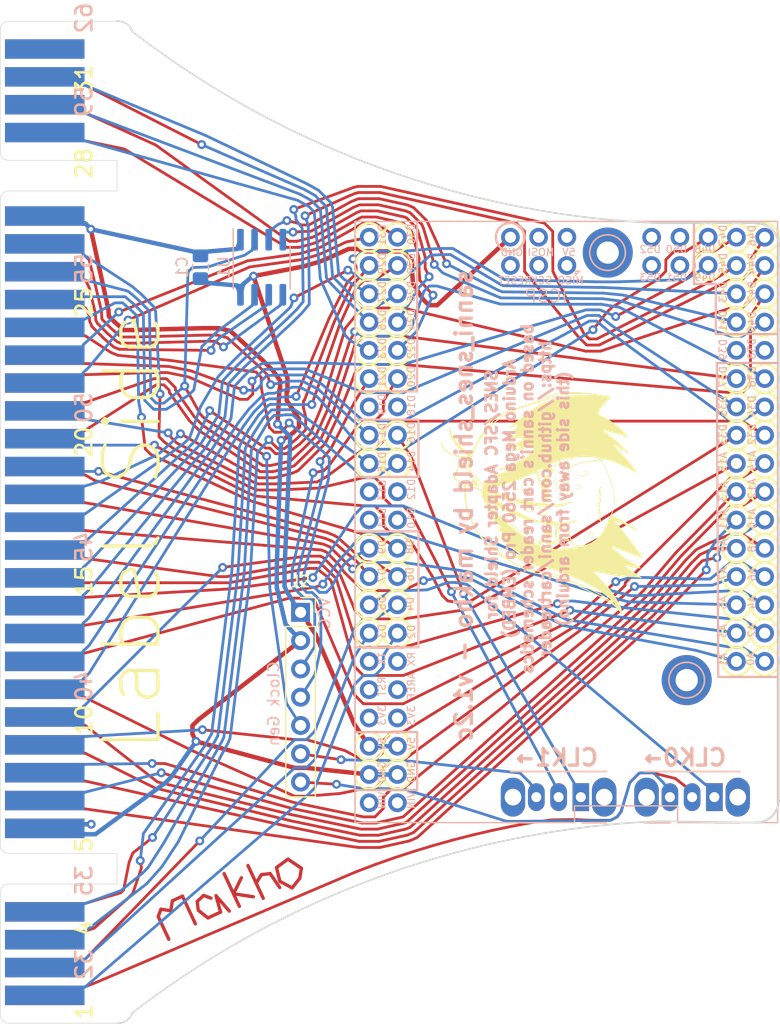
<source format=kicad_pcb>
(kicad_pcb (version 20171130) (host pcbnew "(5.1.5)-2")
  (layers (0 F.Cu signal) (31 B.Cu signal) (34 B.Paste user) (35 F.Paste user) (36 B.SilkS user) (37 F.SilkS user) (38 B.Mask user) (39 F.Mask user) (44 Edge.Cuts user))
  (net 0 "")
  (net 1 GND)
  (net 2 VCC)
  (net 3 A9)
  (net 4 D16)
  (net 5 D9)
  (net 6 A0)
  (net 7 A1)
  (net 8 A2)
  (net 9 A3)
  (net 10 A4)
  (net 11 A5)
  (net 12 A6)
  (net 13 A7)
  (net 14 A8)
  (net 15 A10)
  (net 16 A11)
  (net 17 A12)
  (net 18 A13)
  (net 19 A14)
  (net 20 A15)
  (net 21 D37)
  (net 22 D36)
  (net 23 D35)
  (net 24 D34)
  (net 25 D33)
  (net 26 D32)
  (net 27 D31)
  (net 28 D30)
  (net 29 D17)
  (net 30 D7)
  (net 31 D46)
  (net 32 D47)
  (net 33 D48)
  (net 34 D49)
  (net 35 D44)
  (net 36 D45)
  (net 37 D43)
  (net 38 D15)
  (net 39 D28)
  (net 40 D4)
  (net 41 D5)
  (net 42 D22)
  (net 43 D24)
  (net 44 D26)
  (net 45 D14)
  (net 46 D29)
  (net 47 D2)
  (net 48 D27)
  (net 49 D25)
  (net 50 D23)
  (net 51 CIC1)
  (net 52 Reset_In)
  (net 53 D42)
  (net 54 D6)
  (net 55 D8)
  (net 56 CIC0)
  (net 57 CICCLK)
  (net 58 D21)
  (net 59 D20)
  (net 60 D41)
  (net 61 D40)
  (net 62 D3)
  (net 63 SW2CLK)
  (net 64 SW1CLK)
  (net 65 CLK0)
  (net 66 CLK1)
  (module misc_footprints:ein1 (layer F.Cu) (at 92.71 43.18 90)
    (fp_text reference Ref** hide)
    (fp_text value Val** hide)
  )
  (module misc_footprints:makho (layer F.Cu) (at 64.516 78.486 25)
    (fp_text reference REF** hide)
    (fp_text value makho)
    (fp_line (start 7 0.5) (end 6.25 -0.75) (layer F.Cu) (width 0.3))
    (fp_line (start 6.5 1.25) (end 7 0.5) (layer F.Cu) (width 0.3))
    (fp_line (start 5.5 1.75) (end 6.5 1.25) (layer F.Cu) (width 0.3))
    (fp_line (start 4.75 0.75) (end 5.5 1.75) (layer F.Cu) (width 0.3))
    (fp_line (start 5 -0.5) (end 4.75 0.75) (layer F.Cu) (width 0.3))
    (fp_line (start 6.25 -0.75) (end 5 -0.5) (layer F.Cu) (width 0.3))
    (fp_line (start 4.25 -0.25) (end 4.5 1.25) (layer F.Cu) (width 0.3))
    (fp_line (start 3.5 -0.5) (end 4.25 -0.25) (layer F.Cu) (width 0.3))
    (fp_line (start 2.75 0) (end 3.5 -0.5) (layer F.Cu) (width 0.3))
    (fp_line (start 2.75 -1.75) (end 2.75 1.5) (layer F.Cu) (width 0.3))
    (fp_line (start 0.5 0) (end 2 1) (layer F.Cu) (width 0.3))
    (fp_line (start 1.75 -1) (end 0.5 0) (layer F.Cu) (width 0.3))
    (fp_line (start 0.5 -2) (end 0.5 1.25) (layer F.Cu) (width 0.3))
    (fp_line (start -1 -0.5) (end -0.5 1.25) (layer F.Cu) (width 0.3))
    (fp_line (start -1.25 1) (end -1 -0.5) (layer F.Cu) (width 0.3))
    (fp_line (start -2.5 1) (end -1.25 1) (layer F.Cu) (width 0.3))
    (fp_line (start -3 0) (end -2.5 1) (layer F.Cu) (width 0.3))
    (fp_line (start -2.75 -0.75) (end -3 0) (layer F.Cu) (width 0.3))
    (fp_line (start -2 -1) (end -2.75 -0.75) (layer F.Cu) (width 0.3))
    (fp_line (start -1.5 -0.5) (end -2 -1) (layer F.Cu) (width 0.3))
    (fp_line (start -3.75 -1.75) (end -3.75 1) (layer F.Cu) (width 0.3))
    (fp_line (start -4.75 -1.75) (end -3.75 -1.75) (layer F.Cu) (width 0.3))
    (fp_line (start -5.25 -1) (end -4.75 -1.75) (layer F.Cu) (width 0.3))
    (fp_line (start -6 -1.5) (end -5.25 -1) (layer F.Cu) (width 0.3))
    (fp_line (start -6.5 -1) (end -6 -1.5) (layer F.Cu) (width 0.3))
    (fp_line (start -6.5 1.25) (end -6.5 -1) (layer F.Cu) (width 0.3))
  )
  (module misc_footprints:MEGA2560PRO-EMBED (layer B.Cu) (at 96.2152 37.084 90)
    (fp_text reference MEGA2560PRO101 hide)
    (fp_text value MEGA2560PRO-EMBED hide)
    (fp_text user D29 (at 15.41526 -17.88668 90) (layer B.SilkS) (effects (font (size 0.6604 0.6604) (thickness 0.1016)) (justify mirror)))
    (fp_text user D17 (at 0.14224 -17.88668 90) (layer B.SilkS) (effects (font (size 0.6604 0.6604) (thickness 0.1016)) (justify mirror)))
    (fp_text user 3V3 (at -25.16378 -17.88668 90) (layer B.SilkS) (effects (font (size 0.6604 0.6604) (thickness 0.1016)) (justify mirror)))
    (fp_text user D27 (at 12.8905 -17.88668 90) (layer B.SilkS) (effects (font (size 0.6604 0.6604) (thickness 0.1016)) (justify mirror)))
    (fp_text user D25 (at 10.35304 -17.88668 90) (layer B.SilkS) (effects (font (size 0.6604 0.6604) (thickness 0.1016)) (justify mirror)))
    (fp_text user D21 (at 5.23748 -17.88668 90) (layer B.SilkS) (effects (font (size 0.6604 0.6604) (thickness 0.1016)) (justify mirror)))
    (fp_text user D19 (at 2.77368 -17.88668 90) (layer B.SilkS) (effects (font (size 0.6604 0.6604) (thickness 0.1016)) (justify mirror)))
    (fp_text user D13 (at -4.9403 -17.88668 90) (layer B.SilkS) (effects (font (size 0.6604 0.6604) (thickness 0.1016)) (justify mirror)))
    (fp_text user D11 (at -7.45744 -17.88668 90) (layer B.SilkS) (effects (font (size 0.6604 0.6604) (thickness 0.1016)) (justify mirror)))
    (fp_text user D9 (at -10.03554 -17.88668 90) (layer B.SilkS) (effects (font (size 0.6604 0.6604) (thickness 0.1016)) (justify mirror)))
    (fp_text user D5 (at -15.09268 -17.88414 90) (layer B.SilkS) (effects (font (size 0.6604 0.6604) (thickness 0.1016)) (justify mirror)))
    (fp_text user RST (at -22.57044 -17.89684 90) (layer B.SilkS) (effects (font (size 0.6604 0.6604) (thickness 0.1016)) (justify mirror)))
    (fp_text user D3 (at -17.60474 -17.88668 90) (layer B.SilkS) (effects (font (size 0.6604 0.6604) (thickness 0.1016)) (justify mirror)))
    (fp_text user TX (at -20.08124 -17.88414 90) (layer B.SilkS) (effects (font (size 0.6604 0.6604) (thickness 0.1016)) (justify mirror)))
    (fp_text user 5V (at -27.74442 -17.88414 90) (layer B.SilkS) (effects (font (size 0.6604 0.6604) (thickness 0.1016)) (justify mirror)))
    (fp_text user GND (at -30.26664 -17.89684 90) (layer B.SilkS) (effects (font (size 0.6604 0.6604) (thickness 0.1016)) (justify mirror)))
    (fp_text user D31 (at 17.9959 -17.88668 90) (layer B.SilkS) (effects (font (size 0.6604 0.6604) (thickness 0.1016)) (justify mirror)))
    (fp_text user D23 (at 7.8105 -17.88668 90) (layer B.SilkS) (effects (font (size 0.6604 0.6604) (thickness 0.1016)) (justify mirror)))
    (fp_text user D15 (at -2.41808 -17.88668 90) (layer B.SilkS) (effects (font (size 0.6604 0.6604) (thickness 0.1016)) (justify mirror)))
    (fp_text user D7 (at -12.55776 -17.88414 90) (layer B.SilkS) (effects (font (size 0.6604 0.6604) (thickness 0.1016)) (justify mirror)))
    (fp_text user VIN (at -32.7914 -17.88414 90) (layer B.SilkS) (effects (font (size 0.6604 0.6604) (thickness 0.1016)) (justify mirror)))
    (fp_text user D14 (at -2.33426 -15.25778 90) (layer B.SilkS) (effects (font (size 0.6604 0.6604) (thickness 0.1016)) (justify mirror)))
    (fp_text user D30 (at 18.04924 -15.25778 90) (layer B.SilkS) (effects (font (size 0.6604 0.6604) (thickness 0.1016)) (justify mirror)))
    (fp_text user D24 (at 10.39876 -15.25778 90) (layer B.SilkS) (effects (font (size 0.6604 0.6604) (thickness 0.1016)) (justify mirror)))
    (fp_text user D18 (at 2.667 -15.25778 90) (layer B.SilkS) (effects (font (size 0.6604 0.6604) (thickness 0.1016)) (justify mirror)))
    (fp_text user D28 (at 15.42034 -15.25778 90) (layer B.SilkS) (effects (font (size 0.6604 0.6604) (thickness 0.1016)) (justify mirror)))
    (fp_text user D26 (at 12.90828 -15.25778 90) (layer B.SilkS) (effects (font (size 0.6604 0.6604) (thickness 0.1016)) (justify mirror)))
    (fp_text user D22 (at 7.79018 -15.25778 90) (layer B.SilkS) (effects (font (size 0.6604 0.6604) (thickness 0.1016)) (justify mirror)))
    (fp_text user D20 (at 5.25526 -15.25778 90) (layer B.SilkS) (effects (font (size 0.6604 0.6604) (thickness 0.1016)) (justify mirror)))
    (fp_text user D16 (at 0.23114 -15.25778 90) (layer B.SilkS) (effects (font (size 0.6604 0.6604) (thickness 0.1016)) (justify mirror)))
    (fp_text user D12 (at -4.85902 -15.25778 90) (layer B.SilkS) (effects (font (size 0.6604 0.6604) (thickness 0.1016)) (justify mirror)))
    (fp_text user D10 (at -7.44474 -15.25778 90) (layer B.SilkS) (effects (font (size 0.6604 0.6604) (thickness 0.1016)) (justify mirror)))
    (fp_text user D8 (at -10.05332 -15.38478 90) (layer B.SilkS) (effects (font (size 0.6604 0.6604) (thickness 0.1016)) (justify mirror)))
    (fp_text user D2 (at -17.653 -15.25778 90) (layer B.SilkS) (effects (font (size 0.6604 0.6604) (thickness 0.1016)) (justify mirror)))
    (fp_text user RX (at -20.11934 -15.2527 90) (layer B.SilkS) (effects (font (size 0.6604 0.6604) (thickness 0.1016)) (justify mirror)))
    (fp_text user AREF (at -22.53996 -15.2527 90) (layer B.SilkS) (effects (font (size 0.6604 0.6604) (thickness 0.1016)) (justify mirror)))
    (fp_text user D6 (at -12.48664 -15.38478 90) (layer B.SilkS) (effects (font (size 0.6604 0.6604) (thickness 0.1016)) (justify mirror)))
    (fp_text user D4 (at -15.16634 -15.3797 90) (layer B.SilkS) (effects (font (size 0.6604 0.6604) (thickness 0.1016)) (justify mirror)))
    (fp_text user D52 (at 16.69542 6.22046) (layer B.SilkS) (effects (font (size 0.6604 0.6604) (thickness 0.1016)) (justify mirror)))
    (fp_text user D53 (at 14.17574 6.22046) (layer B.SilkS) (effects (font (size 0.6604 0.6604) (thickness 0.1016)) (justify mirror)))
    (fp_text user D50 (at 16.69542 8.56996) (layer B.SilkS) (effects (font (size 0.6604 0.6604) (thickness 0.1016)) (justify mirror)))
    (fp_text user D48 (at 16.69542 11.14298) (layer B.SilkS) (effects (font (size 0.6604 0.6604) (thickness 0.1016)) (justify mirror)))
    (fp_text user D51 (at 14.17574 8.56488) (layer B.SilkS) (effects (font (size 0.6604 0.6604) (thickness 0.1016)) (justify mirror)))
    (fp_text user D49 (at 14.17574 11.14298) (layer B.SilkS) (effects (font (size 0.6604 0.6604) (thickness 0.1016)) (justify mirror)))
    (fp_text user D46 (at 17.91462 15.367 90) (layer B.SilkS) (effects (font (size 0.6604 0.6604) (thickness 0.1016)) (justify mirror)))
    (fp_text user D32 (at 0.07874 15.367 90) (layer B.SilkS) (effects (font (size 0.6604 0.6604) (thickness 0.1016)) (justify mirror)))
    (fp_text user A10 (at -7.49808 15.367 90) (layer B.SilkS) (effects (font (size 0.6604 0.6604) (thickness 0.1016)) (justify mirror)))
    (fp_text user D47 (at 17.95272 12.76858 90) (layer B.SilkS) (effects (font (size 0.6604 0.6604) (thickness 0.1016)) (justify mirror)))
    (fp_text user D33 (at 0.0381 12.76604 90) (layer B.SilkS) (effects (font (size 0.6604 0.6604) (thickness 0.1016)) (justify mirror)))
    (fp_text user A11 (at -7.5692 12.76604 90) (layer B.SilkS) (effects (font (size 0.6604 0.6604) (thickness 0.1016)) (justify mirror)))
    (fp_text user D42 (at 12.8778 15.367 90) (layer B.SilkS) (effects (font (size 0.6604 0.6604) (thickness 0.1016)) (justify mirror)))
    (fp_text user D40 (at 10.15746 15.367 90) (layer B.SilkS) (effects (font (size 0.6604 0.6604) (thickness 0.1016)) (justify mirror)))
    (fp_text user D38 (at 7.75716 15.367 90) (layer B.SilkS) (effects (font (size 0.6604 0.6604) (thickness 0.1016)) (justify mirror)))
    (fp_text user D36 (at 5.25526 15.367 90) (layer B.SilkS) (effects (font (size 0.6604 0.6604) (thickness 0.1016)) (justify mirror)))
    (fp_text user D34 (at 2.61366 15.367 90) (layer B.SilkS) (effects (font (size 0.6604 0.6604) (thickness 0.1016)) (justify mirror)))
    (fp_text user A14 (at -2.30378 15.367 90) (layer B.SilkS) (effects (font (size 0.6604 0.6604) (thickness 0.1016)) (justify mirror)))
    (fp_text user A12 (at -4.81838 15.367 90) (layer B.SilkS) (effects (font (size 0.6604 0.6604) (thickness 0.1016)) (justify mirror)))
    (fp_text user D43 (at 12.85748 12.76604 90) (layer B.SilkS) (effects (font (size 0.6604 0.6604) (thickness 0.1016)) (justify mirror)))
    (fp_text user D41 (at 10.26668 12.76604 90) (layer B.SilkS) (effects (font (size 0.6604 0.6604) (thickness 0.1016)) (justify mirror)))
    (fp_text user D39 (at 7.69112 12.76604 90) (layer B.SilkS) (effects (font (size 0.6604 0.6604) (thickness 0.1016)) (justify mirror)))
    (fp_text user D37 (at 5.24256 12.76604 90) (layer B.SilkS) (effects (font (size 0.6604 0.6604) (thickness 0.1016)) (justify mirror)))
    (fp_text user D35 (at 2.61366 12.76604 90) (layer B.SilkS) (effects (font (size 0.6604 0.6604) (thickness 0.1016)) (justify mirror)))
    (fp_text user A15 (at -2.43078 12.76604 90) (layer B.SilkS) (effects (font (size 0.6604 0.6604) (thickness 0.1016)) (justify mirror)))
    (fp_text user A13 (at -5.0673 12.76604 90) (layer B.SilkS) (effects (font (size 0.6604 0.6604) (thickness 0.1016)) (justify mirror)))
    (fp_text user D44 (at 15.41272 15.37208 90) (layer B.SilkS) (effects (font (size 0.6604 0.6604) (thickness 0.1016)) (justify mirror)))
    (fp_text user D45 (at 15.4178 12.76858 90) (layer B.SilkS) (effects (font (size 0.6604 0.6604) (thickness 0.1016)) (justify mirror)))
    (fp_text user A9 (at -9.92632 12.76604 90) (layer B.SilkS) (effects (font (size 0.6604 0.6604) (thickness 0.1016)) (justify mirror)))
    (fp_text user A8 (at -9.92886 15.367 90) (layer B.SilkS) (effects (font (size 0.6604 0.6604) (thickness 0.1016)) (justify mirror)))
    (fp_text user A6 (at -12.5222 15.367 90) (layer B.SilkS) (effects (font (size 0.6604 0.6604) (thickness 0.1016)) (justify mirror)))
    (fp_text user A7 (at -12.44854 12.76858 90) (layer B.SilkS) (effects (font (size 0.6604 0.6604) (thickness 0.1016)) (justify mirror)))
    (fp_text user A5 (at -15.04442 12.76858 90) (layer B.SilkS) (effects (font (size 0.6604 0.6604) (thickness 0.1016)) (justify mirror)))
    (fp_text user A4 (at -15.04188 15.37208 90) (layer B.SilkS) (effects (font (size 0.6604 0.6604) (thickness 0.1016)) (justify mirror)))
    (fp_text user A3 (at -17.5768 12.76604 90) (layer B.SilkS) (effects (font (size 0.6604 0.6604) (thickness 0.1016)) (justify mirror)))
    (fp_text user A2 (at -17.56156 15.367 90) (layer B.SilkS) (effects (font (size 0.6604 0.6604) (thickness 0.1016)) (justify mirror)))
    (fp_text user A1 (at -20.17014 12.76604 90) (layer B.SilkS) (effects (font (size 0.6604 0.6604) (thickness 0.1016)) (justify mirror)))
    (fp_text user A0 (at -20.1041 15.24 90) (layer B.SilkS) (effects (font (size 0.6604 0.6604) (thickness 0.1016)) (justify mirror)))
    (fp_text user ICSP (at 12.48918 -3.15722 180) (layer B.SilkS) (effects (font (size 1.13284 1.13284) (thickness 0.127)) (justify mirror)))
    (fp_text user VIN (at -32.7914 -15.2527 90) (layer B.SilkS) (effects (font (size 0.6604 0.6604) (thickness 0.1016)) (justify mirror)))
    (fp_text user 5V (at -27.69616 -15.2527 90) (layer B.SilkS) (effects (font (size 0.6604 0.6604) (thickness 0.1016)) (justify mirror)))
    (fp_text user GND (at -30.24632 -15.26794 90) (layer B.SilkS) (effects (font (size 0.6604 0.6604) (thickness 0.1016)) (justify mirror)))
    (fp_text user 3V3 (at -25.19172 -15.25778 90) (layer B.SilkS) (effects (font (size 0.6604 0.6604) (thickness 0.1016)) (justify mirror)))
    (fp_text user MISO (at 13.88872 -0.93726 180) (layer B.SilkS) (effects (font (size 0.6604 0.6604) (thickness 0.1016)) (justify mirror)))
    (fp_text user SCK (at 13.88872 -3.55346 180) (layer B.SilkS) (effects (font (size 0.6604 0.6604) (thickness 0.1016)) (justify mirror)))
    (fp_text user RESET (at 13.88872 -5.94106 180) (layer B.SilkS) (effects (font (size 0.6604 0.6604) (thickness 0.1016)) (justify mirror)))
    (fp_text user GND (at 16.42872 -6.22046 180) (layer B.SilkS) (effects (font (size 0.6604 0.6604) (thickness 0.1016)) (justify mirror)))
    (fp_text user MOSI (at 16.42872 -3.60426 180) (layer B.SilkS) (effects (font (size 0.6604 0.6604) (thickness 0.1016)) (justify mirror)))
    (fp_text user 5V (at 16.42872 -1.08966 180) (layer B.SilkS) (effects (font (size 0.6604 0.6604) (thickness 0.1016)) (justify mirror)))
    (pad 3V3@1 thru_hole circle (at -25.4 -19.05 90) (size 1.6764 1.6764) (drill 1) (layers *.Cu *.Paste *.Mask))
    (pad 3V3@2 thru_hole circle (at -25.4 -16.51 90) (size 1.6764 1.6764) (drill 1) (layers *.Cu *.Paste *.Mask))
    (pad 5V@1 thru_hole circle (at -27.94 -19.05 90) (size 1.6764 1.6764) (drill 1) (layers *.Cu *.Paste *.Mask) (net 2 VCC))
    (pad 5V@2 thru_hole circle (at -27.94 -16.51 90) (size 1.6764 1.6764) (drill 1) (layers *.Cu *.Paste *.Mask) (net 2 VCC))
    (pad 5V@3 thru_hole circle (at 17.78 -1.27 90) (size 1.6764 1.6764) (drill 1) (layers *.Cu *.Paste *.Mask))
    (pad A0 thru_hole circle (at -20.32 16.51 90) (size 1.6764 1.6764) (drill 1) (layers *.Cu *.Paste *.Mask) (net 6 A0))
    (pad A1 thru_hole circle (at -20.32 13.97 90) (size 1.6764 1.6764) (drill 1) (layers *.Cu *.Paste *.Mask) (net 7 A1))
    (pad A2 thru_hole circle (at -17.78 16.51 90) (size 1.6764 1.6764) (drill 1) (layers *.Cu *.Paste *.Mask) (net 8 A2))
    (pad A3 thru_hole circle (at -17.78 13.97 90) (size 1.6764 1.6764) (drill 1) (layers *.Cu *.Paste *.Mask) (net 9 A3))
    (pad A4 thru_hole circle (at -15.24 16.51 90) (size 1.6764 1.6764) (drill 1) (layers *.Cu *.Paste *.Mask) (net 10 A4))
    (pad A5 thru_hole circle (at -15.24 13.97 90) (size 1.6764 1.6764) (drill 1) (layers *.Cu *.Paste *.Mask) (net 11 A5))
    (pad A6 thru_hole circle (at -12.7 16.51 90) (size 1.6764 1.6764) (drill 1) (layers *.Cu *.Paste *.Mask) (net 12 A6))
    (pad A7 thru_hole circle (at -12.7 13.97 90) (size 1.6764 1.6764) (drill 1) (layers *.Cu *.Paste *.Mask) (net 13 A7))
    (pad A8 thru_hole circle (at -10.16 16.51 90) (size 1.6764 1.6764) (drill 1) (layers *.Cu *.Paste *.Mask) (net 14 A8))
    (pad A9 thru_hole circle (at -10.16 13.97 90) (size 1.6764 1.6764) (drill 1) (layers *.Cu *.Paste *.Mask) (net 3 A9))
    (pad A10 thru_hole circle (at -7.62 16.51 90) (size 1.6764 1.6764) (drill 1) (layers *.Cu *.Paste *.Mask) (net 15 A10))
    (pad A11 thru_hole circle (at -7.62 13.97 90) (size 1.6764 1.6764) (drill 1) (layers *.Cu *.Paste *.Mask) (net 16 A11))
    (pad A12 thru_hole circle (at -5.08 16.51 90) (size 1.6764 1.6764) (drill 1) (layers *.Cu *.Paste *.Mask) (net 17 A12))
    (pad A13 thru_hole circle (at -5.08 13.97 90) (size 1.6764 1.6764) (drill 1) (layers *.Cu *.Paste *.Mask) (net 18 A13))
    (pad A14 thru_hole circle (at -2.54 16.51 90) (size 1.6764 1.6764) (drill 1) (layers *.Cu *.Paste *.Mask) (net 19 A14))
    (pad A15 thru_hole circle (at -2.54 13.97 90) (size 1.6764 1.6764) (drill 1) (layers *.Cu *.Paste *.Mask) (net 20 A15))
    (pad AREF thru_hole circle (at -22.86 -16.51 90) (size 1.6764 1.6764) (drill 1) (layers *.Cu *.Paste *.Mask))
    (pad D2 thru_hole circle (at -17.78 -16.51 90) (size 1.6764 1.6764) (drill 1) (layers *.Cu *.Paste *.Mask) (net 47 D2))
    (pad D3 thru_hole circle (at -17.78 -19.05 90) (size 1.6764 1.6764) (drill 1) (layers *.Cu *.Paste *.Mask) (net 62 D3))
    (pad D4 thru_hole circle (at -15.24 -16.51 90) (size 1.6764 1.6764) (drill 1) (layers *.Cu *.Paste *.Mask) (net 40 D4))
    (pad D5 thru_hole circle (at -15.24 -19.05 90) (size 1.6764 1.6764) (drill 1) (layers *.Cu *.Paste *.Mask) (net 41 D5))
    (pad D6 thru_hole circle (at -12.7 -16.51 90) (size 1.6764 1.6764) (drill 1) (layers *.Cu *.Paste *.Mask) (net 54 D6))
    (pad D7 thru_hole circle (at -12.7 -19.05 90) (size 1.6764 1.6764) (drill 1) (layers *.Cu *.Paste *.Mask) (net 30 D7))
    (pad D8 thru_hole circle (at -10.16 -16.51 90) (size 1.6764 1.6764) (drill 1) (layers *.Cu *.Paste *.Mask) (net 55 D8))
    (pad D9 thru_hole circle (at -10.16 -19.05 90) (size 1.6764 1.6764) (drill 1) (layers *.Cu *.Paste *.Mask) (net 5 D9))
    (pad D10 thru_hole circle (at -7.62 -16.51 90) (size 1.6764 1.6764) (drill 1) (layers *.Cu *.Paste *.Mask))
    (pad D11 thru_hole circle (at -7.62 -19.05 90) (size 1.6764 1.6764) (drill 1) (layers *.Cu *.Paste *.Mask))
    (pad D12 thru_hole circle (at -5.08 -16.51 90) (size 1.6764 1.6764) (drill 1) (layers *.Cu *.Paste *.Mask))
    (pad D13 thru_hole circle (at -5.08 -19.05 90) (size 1.6764 1.6764) (drill 1) (layers *.Cu *.Paste *.Mask))
    (pad D14 thru_hole circle (at -2.54 -16.51 90) (size 1.6764 1.6764) (drill 1) (layers *.Cu *.Paste *.Mask) (net 45 D14))
    (pad D15 thru_hole circle (at -2.54 -19.05 90) (size 1.6764 1.6764) (drill 1) (layers *.Cu *.Paste *.Mask) (net 38 D15))
    (pad D16 thru_hole circle (at 0 -16.51 90) (size 1.6764 1.6764) (drill 1) (layers *.Cu *.Paste *.Mask) (net 4 D16))
    (pad D17 thru_hole circle (at 0 -19.05 90) (size 1.6764 1.6764) (drill 1) (layers *.Cu *.Paste *.Mask) (net 29 D17))
    (pad D18 thru_hole circle (at 2.54 -16.51 90) (size 1.6764 1.6764) (drill 1) (layers *.Cu *.Paste *.Mask))
    (pad D19 thru_hole circle (at 2.54 -19.05 90) (size 1.6764 1.6764) (drill 1) (layers *.Cu *.Paste *.Mask))
    (pad D20 thru_hole circle (at 5.08 -16.51 90) (size 1.6764 1.6764) (drill 1) (layers *.Cu *.Paste *.Mask) (net 59 D20))
    (pad D21 thru_hole circle (at 5.08 -19.05 90) (size 1.6764 1.6764) (drill 1) (layers *.Cu *.Paste *.Mask) (net 58 D21))
    (pad D22 thru_hole circle (at 7.62 -16.51 90) (size 1.6764 1.6764) (drill 1) (layers *.Cu *.Paste *.Mask) (net 42 D22))
    (pad D23 thru_hole circle (at 7.62 -19.05 90) (size 1.6764 1.6764) (drill 1) (layers *.Cu *.Paste *.Mask) (net 50 D23))
    (pad D24 thru_hole circle (at 10.16 -16.51 90) (size 1.6764 1.6764) (drill 1) (layers *.Cu *.Paste *.Mask) (net 43 D24))
    (pad D25 thru_hole circle (at 10.16 -19.05 90) (size 1.6764 1.6764) (drill 1) (layers *.Cu *.Paste *.Mask) (net 49 D25))
    (pad D26 thru_hole circle (at 12.7 -16.51 90) (size 1.6764 1.6764) (drill 1) (layers *.Cu *.Paste *.Mask) (net 44 D26))
    (pad D27 thru_hole circle (at 12.7 -19.05 90) (size 1.6764 1.6764) (drill 1) (layers *.Cu *.Paste *.Mask) (net 48 D27))
    (pad D28 thru_hole circle (at 15.24 -16.51 90) (size 1.6764 1.6764) (drill 1) (layers *.Cu *.Paste *.Mask) (net 39 D28))
    (pad D29 thru_hole circle (at 15.24 -19.05 90) (size 1.6764 1.6764) (drill 1) (layers *.Cu *.Paste *.Mask) (net 46 D29))
    (pad D30 thru_hole circle (at 17.78 -16.51 90) (size 1.6764 1.6764) (drill 1) (layers *.Cu *.Paste *.Mask) (net 28 D30))
    (pad D31 thru_hole circle (at 17.78 -19.05 90) (size 1.6764 1.6764) (drill 1) (layers *.Cu *.Paste *.Mask) (net 27 D31))
    (pad D32 thru_hole circle (at 0 16.51 90) (size 1.6764 1.6764) (drill 1) (layers *.Cu *.Paste *.Mask) (net 26 D32))
    (pad D33 thru_hole circle (at 0 13.97 90) (size 1.6764 1.6764) (drill 1) (layers *.Cu *.Paste *.Mask) (net 25 D33))
    (pad D34 thru_hole circle (at 2.54 16.51 90) (size 1.6764 1.6764) (drill 1) (layers *.Cu *.Paste *.Mask) (net 24 D34))
    (pad D35 thru_hole circle (at 2.54 13.97 90) (size 1.6764 1.6764) (drill 1) (layers *.Cu *.Paste *.Mask) (net 23 D35))
    (pad D36 thru_hole circle (at 5.08 16.51 90) (size 1.6764 1.6764) (drill 1) (layers *.Cu *.Paste *.Mask) (net 22 D36))
    (pad D37 thru_hole circle (at 5.08 13.97 90) (size 1.6764 1.6764) (drill 1) (layers *.Cu *.Paste *.Mask) (net 21 D37))
    (pad D38 thru_hole circle (at 7.62 16.51 90) (size 1.6764 1.6764) (drill 1) (layers *.Cu *.Paste *.Mask))
    (pad D39 thru_hole circle (at 7.62 13.97 90) (size 1.6764 1.6764) (drill 1) (layers *.Cu *.Paste *.Mask))
    (pad D40 thru_hole circle (at 10.16 16.51 90) (size 1.6764 1.6764) (drill 1) (layers *.Cu *.Paste *.Mask) (net 61 D40))
    (pad D41 thru_hole circle (at 10.16 13.97 90) (size 1.6764 1.6764) (drill 1) (layers *.Cu *.Paste *.Mask) (net 60 D41))
    (pad D42 thru_hole circle (at 12.7 16.51 90) (size 1.6764 1.6764) (drill 1) (layers *.Cu *.Paste *.Mask) (net 53 D42))
    (pad D43 thru_hole circle (at 12.7 13.97 90) (size 1.6764 1.6764) (drill 1) (layers *.Cu *.Paste *.Mask) (net 37 D43))
    (pad D44 thru_hole circle (at 15.24 16.51 90) (size 1.6764 1.6764) (drill 1) (layers *.Cu *.Paste *.Mask) (net 35 D44))
    (pad D45 thru_hole circle (at 15.24 13.97 90) (size 1.6764 1.6764) (drill 1) (layers *.Cu *.Paste *.Mask) (net 36 D45))
    (pad D46 thru_hole circle (at 17.78 16.51 90) (size 1.6764 1.6764) (drill 1) (layers *.Cu *.Paste *.Mask) (net 31 D46))
    (pad D47 thru_hole circle (at 17.78 13.97 90) (size 1.6764 1.6764) (drill 1) (layers *.Cu *.Paste *.Mask) (net 32 D47))
    (pad D48 thru_hole circle (at 17.78 11.43 90) (size 1.6764 1.6764) (drill 1) (layers *.Cu *.Paste *.Mask) (net 33 D48))
    (pad D49 thru_hole circle (at 15.24 11.43 90) (size 1.6764 1.6764) (drill 1) (layers *.Cu *.Paste *.Mask) (net 34 D49))
    (pad D50 thru_hole circle (at 17.78 8.89 90) (size 1.6764 1.6764) (drill 1) (layers *.Cu *.Paste *.Mask))
    (pad D51 thru_hole circle (at 15.24 8.89 90) (size 1.6764 1.6764) (drill 1) (layers *.Cu *.Paste *.Mask))
    (pad D52 thru_hole circle (at 17.78 6.35 90) (size 1.6764 1.6764) (drill 1) (layers *.Cu *.Paste *.Mask))
    (pad D53 thru_hole circle (at 15.24 6.35 90) (size 1.6764 1.6764) (drill 1) (layers *.Cu *.Paste *.Mask))
    (pad GND@1 thru_hole circle (at -30.48 -19.05 90) (size 1.6764 1.6764) (drill 1) (layers *.Cu *.Paste *.Mask) (net 1 GND))
    (pad GND@2 thru_hole circle (at -30.48 -16.51 90) (size 1.6764 1.6764) (drill 1) (layers *.Cu *.Paste *.Mask) (net 1 GND))
    (pad GND@3 thru_hole circle (at 17.78 -6.35 90) (size 1.6764 1.6764) (drill 1) (layers *.Cu *.Paste *.Mask) (net 1 GND))
    (pad MISO thru_hole circle (at 15.24 -1.27 90) (size 1.6764 1.6764) (drill 1) (layers *.Cu *.Paste *.Mask))
    (pad MOSI thru_hole circle (at 17.78 -3.81 90) (size 1.6764 1.6764) (drill 1) (layers *.Cu *.Paste *.Mask))
    (pad RESET thru_hole circle (at 15.24 -6.35 90) (size 1.6764 1.6764) (drill 1) (layers *.Cu *.Paste *.Mask))
    (pad RST thru_hole circle (at -22.86 -19.05 90) (size 1.6764 1.6764) (drill 1) (layers *.Cu *.Paste *.Mask))
    (pad RX thru_hole circle (at -20.32 -16.51 90) (size 1.6764 1.6764) (drill 1) (layers *.Cu *.Paste *.Mask))
    (pad SCK thru_hole circle (at 15.24 -3.81 90) (size 1.6764 1.6764) (drill 1) (layers *.Cu *.Paste *.Mask))
    (pad TX thru_hole circle (at -20.32 -19.05 90) (size 1.6764 1.6764) (drill 1) (layers *.Cu *.Paste *.Mask))
    (pad VIN@1 thru_hole circle (at -33.02 -19.05 90) (size 1.6764 1.6764) (drill 1) (layers *.Cu *.Paste *.Mask))
    (pad VIN@2 thru_hole circle (at -33.02 -16.51 90) (size 1.6764 1.6764) (drill 1) (layers *.Cu *.Paste *.Mask))
    (pad "" np_thru_hole circle (at 16.4 2.4 90) (size 4.5 4.5) (drill 2) (layers *.Cu *.Mask))
    (pad "" np_thru_hole circle (at -22 9.5 90) (size 4.5 4.5) (drill 2) (layers *.Cu *.Mask))
  )
  (module misc_footprints:SNES-CART-EXP-EDGE-CONN (layer F.Cu) (at 48 44.9 270)
    (fp_text reference J1 hide)
    (fp_text value SNES_EXP_CONN hide)
    (fp_text user 25 (at -21.25 -4.375 270) (layer F.SilkS) (effects (font (size 1.4478 1.4478) (thickness 0.2286)) (justify right bottom)))
    (fp_text user 20 (at -8.75 -4.375 270) (layer F.SilkS) (effects (font (size 1.4478 1.4478) (thickness 0.2286)) (justify right bottom)))
    (fp_text user 15 (at 3.75 -4.375 270) (layer F.SilkS) (effects (font (size 1.4478 1.4478) (thickness 0.2286)) (justify right bottom)))
    (fp_text user 10 (at 16.25 -4.375 270) (layer F.SilkS) (effects (font (size 1.4478 1.4478) (thickness 0.2286)) (justify right bottom)))
    (fp_text user 5 (at 28.125 -4.375 270) (layer F.SilkS) (effects (font (size 1.4478 1.4478) (thickness 0.2286)) (justify right bottom)))
    (fp_text user 40 (at 16.25 -4.375 270) (layer B.SilkS) (effects (font (size 1.4478 1.4478) (thickness 0.2286)) (justify right bottom mirror)))
    (fp_text user 45 (at 3.75 -4.375 270) (layer B.SilkS) (effects (font (size 1.4478 1.4478) (thickness 0.2286)) (justify right bottom mirror)))
    (fp_text user 50 (at -8.75 -4.375 270) (layer B.SilkS) (effects (font (size 1.4478 1.4478) (thickness 0.2286)) (justify right bottom mirror)))
    (fp_text user 55 (at -21.25 -4.375 270) (layer B.SilkS) (effects (font (size 1.4478 1.4478) (thickness 0.2286)) (justify right bottom mirror)))
    (fp_line (start -29.75 -6.5) (end -32.5 -6.5) (layer Edge.Cuts) (width 0.05))
    (fp_line (start 32.5 -6.5) (end 29.75 -6.5) (layer Edge.Cuts) (width 0.05))
    (fp_arc (start -29 3.25) (end -29.75 3.25) (angle -90) (layer Edge.Cuts) (width 0.05))
    (fp_line (start -29.75 -6.5) (end -29.75 3.25) (layer Edge.Cuts) (width 0.05))
    (fp_line (start 29.75 3.25) (end 29.75 -6.5) (layer Edge.Cuts) (width 0.05))
    (fp_arc (start 29 3.25) (end 29 4) (angle -90) (layer Edge.Cuts) (width 0.05))
    (fp_line (start -29 4) (end 29 4) (layer Edge.Cuts) (width 0.05))
    (fp_text user 32 (at 41.25 -4.375 270) (layer B.SilkS) (effects (font (size 1.4478 1.4478) (thickness 0.2286)) (justify right bottom mirror)))
    (fp_text user 35 (at 33.75 -4.375 270) (layer B.SilkS) (effects (font (size 1.4478 1.4478) (thickness 0.2286)) (justify right bottom mirror)))
    (fp_text user 59 (at -36.25 -4.375 270) (layer B.SilkS) (effects (font (size 1.4478 1.4478) (thickness 0.2286)) (justify right bottom mirror)))
    (fp_text user 62 (at -43.75 -4.375 270) (layer B.SilkS) (effects (font (size 1.4478 1.4478) (thickness 0.2286)) (justify right bottom mirror)))
    (fp_text user 31 (at -41.25 -4.375 270) (layer F.SilkS) (effects (font (size 1.4478 1.4478) (thickness 0.2286)) (justify right bottom)))
    (fp_text user 28 (at -33.75 -4.375 270) (layer F.SilkS) (effects (font (size 1.4478 1.4478) (thickness 0.2286)) (justify right bottom)))
    (fp_text user 4 (at 35.625 -4.375 270) (layer F.SilkS) (effects (font (size 1.4478 1.4478) (thickness 0.2286)) (justify right bottom)))
    (fp_text user 1 (at 43.125 -4.375 90) (layer F.SilkS) (effects (font (size 1.4478 1.4478) (thickness 0.2286)) (justify right bottom)))
    (fp_line (start -45 3.25) (end -45 -6.5) (layer Edge.Cuts) (width 0.05))
    (fp_arc (start -44.25 3.25) (end -44.25 4) (angle 90) (layer Edge.Cuts) (width 0.05))
    (fp_line (start -33.25 4) (end -44.25 4) (layer Edge.Cuts) (width 0.05))
    (fp_arc (start -33.25 3.25) (end -32.5 3.25) (angle 90) (layer Edge.Cuts) (width 0.05))
    (fp_line (start -32.5 -6.5) (end -32.5 3.25) (layer Edge.Cuts) (width 0.05))
    (fp_line (start 32.5 3.25) (end 32.5 -6.5) (layer Edge.Cuts) (width 0.05))
    (fp_arc (start 33.25 3.25) (end 33.25 4) (angle 90) (layer Edge.Cuts) (width 0.05))
    (fp_line (start 44.25 4) (end 33.25 4) (layer Edge.Cuts) (width 0.05))
    (fp_arc (start 44.25 3.25) (end 45 3.25) (angle 90) (layer Edge.Cuts) (width 0.05))
    (fp_line (start 45 -6.5) (end 45 3.25) (layer Edge.Cuts) (width 0.05))
    (pad 58 smd rect (at -27.5 0 270) (size 1.75 7.15) (layers B.Cu B.Mask) (net 2 VCC))
    (pad 57 smd rect (at -25 0 270) (size 1.75 7.15) (layers B.Cu B.Mask) (net 63 SW2CLK))
    (pad 56 smd rect (at -22.5 0 270) (size 1.75 7.15) (layers B.Cu B.Mask) (net 57 CICCLK))
    (pad 55 smd rect (at -20 0 270) (size 1.75 7.15) (layers B.Cu B.Mask) (net 56 CIC0))
    (pad 54 smd rect (at -17.5 0 270) (size 1.75 7.15) (layers B.Cu B.Mask) (net 55 D8))
    (pad 53 smd rect (at -15 0 270) (size 1.75 7.15) (layers B.Cu B.Mask) (net 28 D30))
    (pad 52 smd rect (at -12.5 0 270) (size 1.75 7.15) (layers B.Cu B.Mask) (net 27 D31))
    (pad 51 smd rect (at -10 0 270) (size 1.75 7.15) (layers B.Cu B.Mask) (net 26 D32))
    (pad 50 smd rect (at -7.5 0 270) (size 1.75 7.15) (layers B.Cu B.Mask) (net 25 D33))
    (pad 49 smd rect (at -5 0 270) (size 1.75 7.15) (layers B.Cu B.Mask) (net 54 D6))
    (pad 48 smd rect (at -2.5 0 270) (size 1.75 7.15) (layers B.Cu B.Mask) (net 53 D42))
    (pad 47 smd rect (at 0 0 270) (size 1.75 7.15) (layers B.Cu B.Mask) (net 37 D43))
    (pad 46 smd rect (at 2.5 0 270) (size 1.75 7.15) (layers B.Cu B.Mask) (net 35 D44))
    (pad 45 smd rect (at 5 0 270) (size 1.75 7.15) (layers B.Cu B.Mask) (net 36 D45))
    (pad 44 smd rect (at 7.5 0 270) (size 1.75 7.15) (layers B.Cu B.Mask) (net 31 D46))
    (pad 43 smd rect (at 10 0 270) (size 1.75 7.15) (layers B.Cu B.Mask) (net 32 D47))
    (pad 42 smd rect (at 12.5 0 270) (size 1.75 7.15) (layers B.Cu B.Mask) (net 33 D48))
    (pad 41 smd rect (at 15 0 270) (size 1.75 7.15) (layers B.Cu B.Mask) (net 34 D49))
    (pad 40 smd rect (at 17.5 0 270) (size 1.75 7.15) (layers B.Cu B.Mask) (net 20 A15))
    (pad 39 smd rect (at 20 0 270) (size 1.75 7.15) (layers B.Cu B.Mask) (net 19 A14))
    (pad 38 smd rect (at 22.5 0 270) (size 1.75 7.15) (layers B.Cu B.Mask) (net 18 A13))
    (pad 37 smd rect (at 25 0 270) (size 1.75 7.15) (layers B.Cu B.Mask) (net 17 A12))
    (pad 36 smd rect (at 27.5 0 270) (size 1.75 7.15) (layers B.Cu B.Mask) (net 1 GND))
    (pad 27 smd rect (at -27.5 0 270) (size 1.75 7.15) (layers F.Cu F.Mask) (net 2 VCC))
    (pad 26 smd rect (at -25 0 270) (size 1.75 7.15) (layers F.Cu F.Mask) (net 29 D17))
    (pad 25 smd rect (at -22.5 0 270) (size 1.75 7.15) (layers F.Cu F.Mask) (net 52 Reset_In))
    (pad 24 smd rect (at -20 0 270) (size 1.75 7.15) (layers F.Cu F.Mask) (net 51 CIC1))
    (pad 23 smd rect (at -17.5 0 270) (size 1.75 7.15) (layers F.Cu F.Mask) (net 5 D9))
    (pad 22 smd rect (at -15 0 270) (size 1.75 7.15) (layers F.Cu F.Mask) (net 24 D34))
    (pad 21 smd rect (at -12.5 0 270) (size 1.75 7.15) (layers F.Cu F.Mask) (net 23 D35))
    (pad 20 smd rect (at -10 0 270) (size 1.75 7.15) (layers F.Cu F.Mask) (net 22 D36))
    (pad 19 smd rect (at -7.5 0 270) (size 1.75 7.15) (layers F.Cu F.Mask) (net 21 D37))
    (pad 18 smd rect (at -5 0 270) (size 1.75 7.15) (layers F.Cu F.Mask) (net 30 D7))
    (pad 17 smd rect (at -2.5 0 270) (size 1.75 7.15) (layers F.Cu F.Mask) (net 6 A0))
    (pad 16 smd rect (at 0 0 270) (size 1.75 7.15) (layers F.Cu F.Mask) (net 7 A1))
    (pad 15 smd rect (at 2.5 0 270) (size 1.75 7.15) (layers F.Cu F.Mask) (net 8 A2))
    (pad 14 smd rect (at 5 0 270) (size 1.75 7.15) (layers F.Cu F.Mask) (net 9 A3))
    (pad 13 smd rect (at 7.5 0 270) (size 1.75 7.15) (layers F.Cu F.Mask) (net 10 A4))
    (pad 12 smd rect (at 10 0 270) (size 1.75 7.15) (layers F.Cu F.Mask) (net 11 A5))
    (pad 11 smd rect (at 12.5 0 270) (size 1.75 7.15) (layers F.Cu F.Mask) (net 12 A6))
    (pad 10 smd rect (at 15 0 270) (size 1.75 7.15) (layers F.Cu F.Mask) (net 13 A7))
    (pad 9 smd rect (at 17.5 0 270) (size 1.75 7.15) (layers F.Cu F.Mask) (net 14 A8))
    (pad 8 smd rect (at 20 0 270) (size 1.75 7.15) (layers F.Cu F.Mask) (net 3 A9))
    (pad 7 smd rect (at 22.5 0 270) (size 1.75 7.15) (layers F.Cu F.Mask) (net 15 A10))
    (pad 6 smd rect (at 25 0 270) (size 1.75 7.15) (layers F.Cu F.Mask) (net 16 A11))
    (pad 5 smd rect (at 27.5 0 270) (size 1.75 7.15) (layers F.Cu F.Mask) (net 1 GND))
    (pad 59 smd rect (at -35 0 90) (size 1.75 7.15) (layers B.Cu B.Mask) (net 50 D23))
    (pad 60 smd rect (at -37.5 0 90) (size 1.75 7.15) (layers B.Cu B.Mask) (net 49 D25))
    (pad 61 smd rect (at -40 0 90) (size 1.75 7.15) (layers B.Cu B.Mask) (net 48 D27))
    (pad 62 smd rect (at -42.5 0 90) (size 1.75 7.15) (layers B.Cu B.Mask))
    (pad 32 smd rect (at 42.5 0 90) (size 1.75 7.15) (layers B.Cu B.Mask) (net 47 D2))
    (pad 33 smd rect (at 40 0 90) (size 1.75 7.15) (layers B.Cu B.Mask) (net 62 D3))
    (pad 34 smd rect (at 37.5 0 90) (size 1.75 7.15) (layers B.Cu B.Mask) (net 46 D29))
    (pad 35 smd rect (at 35 0 90) (size 1.75 7.15) (layers B.Cu B.Mask) (net 45 D14))
    (pad 31 smd rect (at -42.5 0 90) (size 1.75 7.15) (layers F.Cu F.Mask))
    (pad 30 smd rect (at -40 0 90) (size 1.75 7.15) (layers F.Cu F.Mask) (net 44 D26))
    (pad 29 smd rect (at -37.5 0 90) (size 1.75 7.15) (layers F.Cu F.Mask) (net 43 D24))
    (pad 28 smd rect (at -35 0 90) (size 1.75 7.15) (layers F.Cu F.Mask) (net 42 D22))
    (pad 1 smd rect (at 42.5 0 90) (size 1.75 7.15) (layers F.Cu F.Mask) (net 64 SW1CLK))
    (pad 2 smd rect (at 40 0 90) (size 1.75 7.15) (layers F.Cu F.Mask) (net 40 D4))
    (pad 3 smd rect (at 37.5 0 90) (size 1.75 7.15) (layers F.Cu F.Mask) (net 39 D28))
    (pad 4 smd rect (at 35 0 90) (size 1.75 7.15) (layers F.Cu F.Mask) (net 38 D15))
  )
  (module Package_SO:SOIC-8_3.9x4.9mm_P1.27mm (layer B.Cu) (at 67.5 22 270)
    (fp_text reference U1 (at 0 3.4 90) (layer B.SilkS) (effects (justify mirror)))
    (fp_text value PIC12F629-ISN)
    (pad 8 smd roundrect (at 2.475 1.905 270) (size 1.95 0.6) (layers B.Cu B.Paste B.Mask) (net 1 GND))
    (pad 7 smd roundrect (at 2.475 0.635 270) (size 1.95 0.6) (layers B.Cu B.Paste B.Mask) (net 56 CIC0))
    (pad 6 smd roundrect (at 2.475 -0.635 270) (size 1.95 0.6) (layers B.Cu B.Paste B.Mask) (net 51 CIC1))
    (pad 5 smd roundrect (at 2.475 -1.905 270) (size 1.95 0.6) (layers B.Cu B.Paste B.Mask) (net 52 Reset_In))
    (pad 4 smd roundrect (at -2.475 -1.905 270) (size 1.95 0.6) (layers B.Cu B.Paste B.Mask) (net 61 D40))
    (pad 3 smd roundrect (at -2.475 -0.635 270) (size 1.95 0.6) (layers B.Cu B.Paste B.Mask) (net 60 D41))
    (pad 2 smd roundrect (at -2.475 0.635 270) (size 1.95 0.6) (layers B.Cu B.Paste B.Mask) (net 57 CICCLK))
    (pad 1 smd roundrect (at -2.475 1.905 270) (size 1.95 0.6) (layers B.Cu B.Paste B.Mask) (net 2 VCC))
  )
  (module Connector_PinSocket_2.54mm:PinSocket_1x07_P2.54mm_Vertical (layer F.Cu) (at 71 53)
    (fp_text reference J2 (at 0 -2.77) (layer F.SilkS))
    (fp_text value CLOCKGEN)
    (pad 7 thru_hole oval (at 0 15.24) (size 1.7 1.7) (drill 1) (layers *.Cu *.Mask) (net 65 CLK0))
    (pad 6 thru_hole oval (at 0 12.7) (size 1.7 1.7) (drill 1) (layers *.Cu *.Mask) (net 66 CLK1))
    (pad 5 thru_hole oval (at 0 10.16) (size 1.7 1.7) (drill 1) (layers *.Cu *.Mask) (net 57 CICCLK))
    (pad 4 thru_hole oval (at 0 7.62) (size 1.7 1.7) (drill 1) (layers *.Cu *.Mask) (net 58 D21))
    (pad 3 thru_hole oval (at 0 5.08) (size 1.7 1.7) (drill 1) (layers *.Cu *.Mask) (net 59 D20))
    (pad 2 thru_hole oval (at 0 2.54) (size 1.7 1.7) (drill 1) (layers *.Cu *.Mask) (net 1 GND))
    (pad 1 thru_hole rect (at 0 0) (size 1.7 1.7) (drill 1) (layers *.Cu *.Mask) (net 2 VCC))
  )
  (module Capacitor_SMD:C_0805_2012Metric_Pad1.15x1.40mm_HandSolder (layer B.Cu) (at 62 22 270)
    (fp_text reference C1 (at 0 1.65 270) (layer B.SilkS) (effects (justify mirror)))
    (fp_text value 100nF)
    (pad 2 smd roundrect (at 1.025 0 270) (size 1.15 1.4) (layers B.Cu B.Paste B.Mask) (roundrect_rratio 0.217391) (net 1 GND))
    (pad 1 smd roundrect (at -1.025 0 270) (size 1.15 1.4) (layers B.Cu B.Paste B.Mask) (roundrect_rratio 0.217391) (net 2 VCC))
  )
  (module Button_Switch_THT:SW_CuK_OS102011MA1QN1_SPDT_Angled (layer B.Cu) (at 108.204 69.596 180)
    (fp_text reference SW1 hide)
    (fp_text value CLK0)
    (pad 1 thru_hole rect (at 0 0 180) (size 1.5 2.5) (drill 0.9) (layers *.Cu *.Mask) (net 41 D5))
    (pad 2 thru_hole oval (at 2 0 180) (size 1.5 2.5) (drill 0.9) (layers *.Cu *.Mask) (net 64 SW1CLK))
    (pad 3 thru_hole oval (at 4 0 180) (size 1.5 2.5) (drill 0.9) (layers *.Cu *.Mask) (net 65 CLK0))
    (pad "" thru_hole oval (at -2.1 0 180) (size 2.2 3.5) (drill 1.5) (layers *.Cu *.Mask))
    (pad "" thru_hole oval (at 6.1 0 180) (size 2.2 3.5) (drill 1.5) (layers *.Cu *.Mask))
  )
  (module Button_Switch_THT:SW_CuK_OS102011MA1QN1_SPDT_Angled (layer B.Cu) (at 96.198 69.596 180)
    (fp_text reference SW2 hide)
    (fp_text value CLK1)
    (pad "" thru_hole oval (at 6.1 0 180) (size 2.2 3.5) (drill 1.5) (layers *.Cu *.Mask))
    (pad "" thru_hole oval (at -2.1 0 180) (size 2.2 3.5) (drill 1.5) (layers *.Cu *.Mask))
    (pad 3 thru_hole oval (at 4 0 180) (size 1.5 2.5) (drill 0.9) (layers *.Cu *.Mask) (net 66 CLK1))
    (pad 2 thru_hole oval (at 2 0 180) (size 1.5 2.5) (drill 0.9) (layers *.Cu *.Mask) (net 63 SW2CLK))
    (pad 1 thru_hole rect (at 0 0 180) (size 1.5 2.5) (drill 0.9) (layers *.Cu *.Mask) (net 4 D16))
  )
  (gr_arc (start 106.680081 154.996864) (end 55.880862 88.968905) (angle 35.17119509) (layer Edge.Cuts) (width 0.15))
  (gr_arc (start 106.678829 -65.196439) (end 55.87961 0.83152) (angle -35.17119509) (layer Edge.Cuts) (width 0.15))
  (gr_arc (start 54.576553 1.274005) (end 54.5 -0.1) (angle 74.43277032) (layer Edge.Cuts) (width 0.15))
  (gr_circle (center 79.6925 54.864) (end 78.4225 54.991) (layer F.SilkS) (width 0.2))
  (gr_circle (center 77.1525 54.864) (end 75.8825 54.991) (layer F.SilkS) (width 0.2))
  (gr_circle (center 79.6925 52.324) (end 78.4225 52.451) (layer F.SilkS) (width 0.2))
  (gr_circle (center 77.1525 52.324) (end 75.8825 52.451) (layer F.SilkS) (width 0.2))
  (gr_circle (center 77.1525 39.624) (end 75.8825 39.751) (layer F.SilkS) (width 0.2))
  (gr_circle (center 79.6925 39.624) (end 78.4225 39.751) (layer F.SilkS) (width 0.2))
  (gr_circle (center 79.6925 32.004) (end 78.4225 32.131) (layer F.SilkS) (width 0.2))
  (gr_circle (center 77.1525 32.004) (end 75.8825 32.131) (layer F.SilkS) (width 0.2))
  (gr_circle (center 77.1525 29.464) (end 75.8825 29.591) (layer F.SilkS) (width 0.2))
  (gr_circle (center 79.6925 29.464) (end 78.4225 29.591) (layer F.SilkS) (width 0.2))
  (gr_circle (center 79.6925 26.924) (end 78.4225 27.051) (layer F.SilkS) (width 0.2))
  (gr_circle (center 77.1525 26.924) (end 75.8825 27.051) (layer F.SilkS) (width 0.2))
  (gr_circle (center 79.6925 24.384) (end 78.4225 24.511) (layer F.SilkS) (width 0.2))
  (gr_circle (center 77.1525 24.384) (end 75.8825 24.511) (layer F.SilkS) (width 0.2))
  (gr_circle (center 77.1525 21.844) (end 75.8825 21.971) (layer F.SilkS) (width 0.2))
  (gr_circle (center 79.6925 21.844) (end 78.4225 21.971) (layer F.SilkS) (width 0.2))
  (gr_circle (center 112.7125 26.924) (end 111.4425 27.051) (layer F.SilkS) (width 0.2))
  (gr_circle (center 110.1725 26.924) (end 108.9025 27.051) (layer F.SilkS) (width 0.2))
  (gr_circle (center 112.7125 24.384) (end 111.4425 24.511) (layer F.SilkS) (width 0.2))
  (gr_text CLK1→ (at 93.98 66.04) (layer B.SilkS) (effects (font (size 1.5 1.5) (thickness 0.3)) (justify mirror)))
  (gr_text CLK0→ (at 105.5 66.04) (layer B.SilkS) (effects (font (size 1.5 1.5) (thickness 0.3)) (justify mirror)))
  (gr_text "Clock Gen" (at 68.58 61.214 90) (layer B.SilkS) (effects (font (size 1 1)) (justify mirror)))
  (gr_text VCC (at 73.152 53.086 90) (layer B.SilkS) (effects (font (size 1 1)) (justify mirror)))
  (gr_arc (start 54.577805 88.52642) (end 54.501252 89.900425) (angle -74.43277032) (layer Edge.Cuts) (width 0.15))
  (gr_text "Label Side" (at 55.88 45.72 90) (layer F.SilkS) (effects (font (size 5 5) (thickness 0.3))))
  (gr_circle (center 89.8398 19.297666) (end 91.1098 19.424666) (layer B.SilkS) (width 0.2))
  (gr_line (start 108.331 28) (end 113.8495 28) (layer B.SilkS) (width 0.2))
  (gr_line (start 108.331 23.495) (end 108.331 28) (layer B.SilkS) (width 0.2))
  (gr_line (start 106.3625 23.495) (end 108.331 23.495) (layer B.SilkS) (width 0.2))
  (gr_text "sanni_snes_shield by makho - v1.2c" (at 85.6742 43.434 90) (layer B.SilkS) (effects (font (size 1.5 1.5) (thickness 0.3)) (justify mirror)))
  (gr_text "SNES/SFC Adapter Shield for \nArduino Mega 2560 Pro (EMBED)\nbased on sanni's cart reader schematics\nhttps://github.com/sanni/cartreader\n(this side away from arduino)" (at 91.3892 42.799 90) (layer B.SilkS) (effects (font (size 1 1) (thickness 0.25)) (justify mirror)))
  (gr_circle (center 107.635531 21.851162) (end 108.905531 21.724162) (layer F.SilkS) (width 0.2))
  (gr_circle (center 107.648231 19.311162) (end 108.918231 19.184162) (layer F.SilkS) (width 0.2))
  (gr_circle (center 110.188231 19.311162) (end 111.458231 19.184162) (layer F.SilkS) (width 0.2))
  (gr_circle (center 112.728231 19.311162) (end 113.998231 19.184162) (layer F.SilkS) (width 0.2))
  (gr_circle (center 112.728231 21.851162) (end 113.998231 21.724162) (layer F.SilkS) (width 0.2))
  (gr_circle (center 110.188231 21.851162) (end 111.458231 21.724162) (layer F.SilkS) (width 0.2))
  (gr_circle (center 110.1852 24.384) (end 108.9152 24.511) (layer F.SilkS) (width 0.2))
  (gr_line (start 106.365531 23.502162) (end 106.365531 17.914162) (layer B.SilkS) (width 0.2))
  (gr_line (start 81.5975 45.72) (end 75.8825 45.72) (layer B.SilkS) (width 0.2))
  (gr_line (start 81.5975 56.134) (end 81.5975 45.72) (layer B.SilkS) (width 0.2))
  (gr_line (start 75.8825 56.134) (end 81.5975 56.134) (layer B.SilkS) (width 0.2))
  (gr_line (start 81.4832 63.754) (end 75.8952 63.754) (layer B.SilkS) (width 0.2))
  (gr_line (start 81.4832 68.961) (end 81.4832 63.754) (layer B.SilkS) (width 0.2))
  (gr_line (start 76.0222 68.961) (end 81.4832 68.961) (layer B.SilkS) (width 0.2))
  (gr_line (start 81.6102 35.687) (end 76.0222 35.687) (layer B.SilkS) (width 0.2))
  (gr_line (start 81.5975 40.8305) (end 81.5975 35.687) (layer B.SilkS) (width 0.2))
  (gr_line (start 76.0095 40.8305) (end 81.5975 40.8305) (layer B.SilkS) (width 0.2))
  (gr_line (start 81.4832 33.147) (end 81.4832 17.907) (layer B.SilkS) (width 0.2))
  (gr_line (start 75.8952 33.147) (end 81.4832 33.147) (layer B.SilkS) (width 0.2))
  (gr_line (start 108.5507 58.795753) (end 113.8847 58.795753) (layer B.SilkS) (width 0.2))
  (gr_line (start 108.4237 30.601753) (end 108.5507 58.795753) (layer B.SilkS) (width 0.2))
  (gr_line (start 114.0117 30.601753) (end 108.4237 30.601753) (layer B.SilkS) (width 0.2))
  (gr_circle (center 112.7417 57.398753) (end 114.0117 57.271753) (layer F.SilkS) (width 0.2))
  (gr_circle (center 110.2017 57.398753) (end 111.4717 57.271753) (layer F.SilkS) (width 0.2))
  (gr_circle (center 110.2017 54.858753) (end 111.4717 54.731753) (layer F.SilkS) (width 0.2))
  (gr_circle (center 112.7417 54.858753) (end 114.0117 54.731753) (layer F.SilkS) (width 0.2))
  (gr_circle (center 112.7417 52.318753) (end 114.0117 52.191753) (layer F.SilkS) (width 0.2))
  (gr_circle (center 110.2017 52.318753) (end 111.4717 52.191753) (layer F.SilkS) (width 0.2))
  (gr_circle (center 110.2017 49.778753) (end 111.4717 49.651753) (layer F.SilkS) (width 0.2))
  (gr_circle (center 112.7417 49.778753) (end 114.0117 49.651753) (layer F.SilkS) (width 0.2))
  (gr_circle (center 112.7417 47.238753) (end 114.0117 47.111753) (layer F.SilkS) (width 0.2))
  (gr_circle (center 110.2017 47.238753) (end 111.4717 47.111753) (layer F.SilkS) (width 0.2))
  (gr_circle (center 112.7417 44.698753) (end 114.0117 44.571753) (layer F.SilkS) (width 0.2))
  (gr_circle (center 110.2017 44.698753) (end 111.4717 44.571753) (layer F.SilkS) (width 0.2))
  (gr_circle (center 112.7417 42.158753) (end 114.0117 42.031753) (layer F.SilkS) (width 0.2))
  (gr_circle (center 110.2017 42.158753) (end 111.4717 42.031753) (layer F.SilkS) (width 0.2))
  (gr_circle (center 110.2017 39.618753) (end 111.4717 39.491753) (layer F.SilkS) (width 0.2))
  (gr_circle (center 112.7417 39.618753) (end 114.0117 39.491753) (layer F.SilkS) (width 0.2))
  (gr_circle (center 110.2017 37.078753) (end 111.4717 36.951753) (layer F.SilkS) (width 0.2))
  (gr_circle (center 112.7417 37.078753) (end 114.0117 36.951753) (layer F.SilkS) (width 0.2))
  (gr_circle (center 112.7417 34.538753) (end 114.0117 34.411753) (layer F.SilkS) (width 0.2))
  (gr_circle (center 110.2017 34.538753) (end 111.4717 34.411753) (layer F.SilkS) (width 0.2))
  (gr_circle (center 112.7417 31.998753) (end 114.0117 31.871753) (layer F.SilkS) (width 0.2))
  (gr_circle (center 110.2017 31.998753) (end 111.4717 31.871753) (layer F.SilkS) (width 0.2))
  (gr_circle (center 89.8525 19.310334) (end 91.1225 19.183334) (layer F.SilkS) (width 0.2))
  (gr_circle (center 79.7052 19.304) (end 80.9752 19.177) (layer F.SilkS) (width 0.2))
  (gr_circle (center 77.1652 19.304) (end 78.4352 19.177) (layer F.SilkS) (width 0.2))
  (gr_circle (center 79.7052 37.084) (end 80.9752 36.957) (layer F.SilkS) (width 0.2))
  (gr_circle (center 77.1652 37.084) (end 78.4352 36.957) (layer F.SilkS) (width 0.2))
  (gr_circle (center 79.7052 65.024) (end 80.9752 64.897) (layer F.SilkS) (width 0.2))
  (gr_circle (center 77.1652 65.024) (end 78.4352 64.897) (layer F.SilkS) (width 0.2))
  (gr_circle (center 79.7052 67.564) (end 80.9752 67.437) (layer F.SilkS) (width 0.2))
  (gr_circle (center 77.1652 67.564) (end 78.4352 67.437) (layer F.SilkS) (width 0.2))
  (gr_circle (center 77.1652 49.784) (end 78.4352 49.657) (layer F.SilkS) (width 0.2))
  (gr_circle (center 79.7052 49.784) (end 80.9752 49.657) (layer F.SilkS) (width 0.2))
  (gr_circle (center 77.1652 47.244) (end 78.4352 47.117) (layer F.SilkS) (width 0.2))
  (gr_circle (center 79.7052 47.244) (end 80.9752 47.117) (layer F.SilkS) (width 0.2))
  (gr_arc (start 111.9632 20.066) (end 113.9952 20.066) (angle -90) (layer Edge.Cuts) (width 0.2))
  (gr_arc (start 111.9632 69.85) (end 111.9632 71.882) (angle -90) (layer Edge.Cuts) (width 0.2))
  (gr_line (start 113.9952 69.85) (end 113.9952 20.066) (layer Edge.Cuts) (width 0.15))
  (gr_line (start 111.9632 71.882) (end 103.188562 71.761887) (layer Edge.Cuts) (width 0.15))
  (gr_line (start 103.18731 18.038538) (end 111.9632 18.034) (layer Edge.Cuts) (width 0.15))
  (segment (start 71 55.54) (end 61.8052 62.6416) (width 0.4) (layer F.Cu) (net 1))
  (segment (start 61.8052 62.6416) (end 61.2779 63.1689) (width 0.4) (layer F.Cu) (net 1))
  (segment (start 61.2779 63.1689) (end 61.2779 63.9145) (width 0.4) (layer F.Cu) (net 1))
  (segment (start 61.2779 63.9145) (end 61.5958 64.5938) (width 0.4) (layer F.Cu) (net 1))
  (segment (start 77.1652 67.564) (end 71.5261 66.97) (width 0.4) (layer F.Cu) (net 1))
  (segment (start 71.5261 66.97) (end 70.4739 66.97) (width 0.4) (layer F.Cu) (net 1))
  (segment (start 70.4739 66.97) (end 61.5958 64.5938) (width 0.4) (layer F.Cu) (net 1))
  (segment (start 66.7706 22.7993) (end 69.8193 31.9686) (width 0.4) (layer F.Cu) (net 1))
  (segment (start 69.8193 31.9686) (end 69.8193 33.1224) (width 0.4) (layer F.Cu) (net 1))
  (segment (start 69.8193 33.1224) (end 69.7823 33.2117) (width 0.4) (layer F.Cu) (net 1))
  (segment (start 69.7823 33.2117) (end 69.7487 33.2468) (width 0.4) (layer F.Cu) (net 1))
  (segment (start 69.7487 33.2468) (end 69.7487 33.9572) (width 0.4) (layer F.Cu) (net 1))
  (segment (start 69.7487 33.9572) (end 70.8523 35.6225) (width 0.4) (layer F.Cu) (net 1))
  (segment (start 70.8523 35.6225) (end 70.8523 36.3513) (width 0.4) (layer F.Cu) (net 1))
  (segment (start 70.8523 36.3513) (end 70.3369 36.8667) (width 0.4) (layer F.Cu) (net 1))
  (segment (start 70.3369 36.8667) (end 69.5019 37.4315) (width 0.4) (layer F.Cu) (net 1))
  (segment (start 69.5019 37.4315) (end 69.2453 37.5487) (width 0.4) (layer F.Cu) (net 1))
  (segment (start 48 72.4) (end 51.375 72.0303) (width 0.4) (layer F.Cu) (net 1))
  (segment (start 51.375 72.0303) (end 51.575 72.0303) (width 0.4) (layer F.Cu) (net 1))
  (segment (start 51.575 72.0303) (end 52.1751 72.0303) (width 0.4) (layer F.Cu) (net 1))
  (segment (start 89.8652 19.304) (end 83.2812 25.4111) (width 0.4) (layer F.Cu) (net 1))
  (segment (start 83.2812 25.4111) (end 82.5356 25.4111) (width 0.4) (layer F.Cu) (net 1))
  (segment (start 82.5356 25.4111) (end 82.0083 24.8838) (width 0.4) (layer F.Cu) (net 1))
  (segment (start 82.0083 24.8838) (end 81.1298 23.4816) (width 0.4) (layer F.Cu) (net 1))
  (segment (start 81.1298 23.4816) (end 81.1027 23.4161) (width 0.4) (layer F.Cu) (net 1))
  (segment (start 81.1027 23.4161) (end 81.0369 22.4178) (width 0.4) (layer F.Cu) (net 1))
  (segment (start 81.0369 22.4178) (end 80.9752 21.3179) (width 0.4) (layer F.Cu) (net 1))
  (segment (start 80.9752 21.3179) (end 80.2313 20.574) (width 0.4) (layer F.Cu) (net 1))
  (segment (start 80.2313 20.574) (end 76.6391 20.574) (width 0.4) (layer F.Cu) (net 1))
  (segment (start 76.6391 20.574) (end 76.086 20.3497) (width 0.4) (layer F.Cu) (net 1))
  (segment (start 76.086 20.3497) (end 75.3404 20.3497) (width 0.4) (layer F.Cu) (net 1))
  (segment (start 75.3404 20.3497) (end 73.4005 21.2142) (width 0.4) (layer F.Cu) (net 1))
  (segment (start 73.4005 21.2142) (end 72.7098 21.5005) (width 0.4) (layer F.Cu) (net 1))
  (segment (start 72.7098 21.5005) (end 71.2787 21.916) (width 0.4) (layer F.Cu) (net 1))
  (segment (start 71.2787 21.916) (end 71.1715 21.9429) (width 0.4) (layer F.Cu) (net 1))
  (segment (start 71.1715 21.9429) (end 66.7706 22.7993) (width 0.4) (layer F.Cu) (net 1))
  (segment (start 48 72.4) (end 51.375 72.9304) (width 0.4) (layer B.Cu) (net 1))
  (segment (start 51.375 72.9304) (end 51.575 72.9304) (width 0.4) (layer B.Cu) (net 1))
  (segment (start 51.575 72.9304) (end 52.5479 72.9304) (width 0.4) (layer B.Cu) (net 1))
  (segment (start 52.5479 72.9304) (end 58.8472 68.3061) (width 0.4) (layer B.Cu) (net 1))
  (segment (start 58.8472 68.3061) (end 59.3745 67.7788) (width 0.4) (layer B.Cu) (net 1))
  (segment (start 59.3745 67.7788) (end 61.5958 64.5938) (width 0.4) (layer B.Cu) (net 1))
  (segment (start 65.595 24.475) (end 65.831 23.5271) (width 0.4) (layer B.Cu) (net 1))
  (segment (start 65.831 23.5271) (end 65.8364 23.5217) (width 0.4) (layer B.Cu) (net 1))
  (segment (start 65.8364 23.5217) (end 66.4111 23.0346) (width 0.4) (layer B.Cu) (net 1))
  (segment (start 66.4111 23.0346) (end 66.7706 22.7993) (width 0.4) (layer B.Cu) (net 1))
  (segment (start 69.2453 37.5487) (end 68.8576 49.0052) (width 0.4) (layer B.Cu) (net 1))
  (segment (start 68.8576 49.0052) (end 68.8576 50.7454) (width 0.4) (layer B.Cu) (net 1))
  (segment (start 68.8576 50.7454) (end 69.6499 54.0571) (width 0.4) (layer B.Cu) (net 1))
  (segment (start 69.6499 54.0571) (end 71 55.54) (width 0.4) (layer B.Cu) (net 1))
  (segment (start 62 23.025) (end 62.6914 23.4147) (width 0.4) (layer B.Cu) (net 1))
  (segment (start 62.6914 23.4147) (end 65.2913 23.6369) (width 0.4) (layer B.Cu) (net 1))
  (segment (start 65.2913 23.6369) (end 65.2955 23.6369) (width 0.4) (layer B.Cu) (net 1))
  (segment (start 65.2955 23.6369) (end 65.595 24.475) (width 0.4) (layer B.Cu) (net 1))
  (segment (start 52.1751 72.0303) (end 51.575 72.0303) (width 0.4) (layer B.Cu) (net 1))
  (segment (start 51.575 72.0303) (end 51.375 72.0303) (width 0.4) (layer B.Cu) (net 1))
  (segment (start 51.375 72.0303) (end 48 72.4) (width 0.4) (layer B.Cu) (net 1))
  (segment (start 79.7052 67.564) (end 77.1652 67.564) (width 0.4) (layer B.Cu) (net 1))
  (via (at 52.1751 72.0303) (size 0.8) (layers F.Cu B.Cu) (net 1))
  (via (at 69.2453 37.5487) (size 0.8) (layers F.Cu B.Cu) (net 1))
  (via (at 66.7706 22.7993) (size 0.8) (layers F.Cu B.Cu) (net 1))
  (via (at 61.5958 64.5938) (size 0.8) (layers F.Cu B.Cu) (net 1))
  (segment (start 52.1353 18.585) (end 51.775 18.1922) (width 0.4) (layer F.Cu) (net 2))
  (segment (start 51.775 18.1922) (end 51.6578 18.075) (width 0.4) (layer F.Cu) (net 2))
  (segment (start 51.6578 18.075) (end 51.575 18.075) (width 0.4) (layer F.Cu) (net 2))
  (segment (start 51.575 18.075) (end 51.375 18.075) (width 0.4) (layer F.Cu) (net 2))
  (segment (start 51.375 18.075) (end 48 17.4) (width 0.4) (layer F.Cu) (net 2))
  (segment (start 68.9263 36.0892) (end 69.0913 33.0251) (width 0.4) (layer F.Cu) (net 2))
  (segment (start 69.0913 33.0251) (end 69.1283 32.9358) (width 0.4) (layer F.Cu) (net 2))
  (segment (start 69.1283 32.9358) (end 69.1619 32.9007) (width 0.4) (layer F.Cu) (net 2))
  (segment (start 69.1619 32.9007) (end 69.1619 32.1903) (width 0.4) (layer F.Cu) (net 2))
  (segment (start 69.1619 32.1903) (end 68.5217 31.2877) (width 0.4) (layer F.Cu) (net 2))
  (segment (start 68.5217 31.2877) (end 67.5735 30.3395) (width 0.4) (layer F.Cu) (net 2))
  (segment (start 67.5735 30.3395) (end 64.695 27.7318) (width 0.4) (layer F.Cu) (net 2))
  (segment (start 64.695 27.7318) (end 64.6295 27.7047) (width 0.4) (layer F.Cu) (net 2))
  (segment (start 64.6295 27.7047) (end 63.6213 27.4706) (width 0.4) (layer F.Cu) (net 2))
  (segment (start 63.6213 27.4706) (end 62.2743 27.4706) (width 0.4) (layer F.Cu) (net 2))
  (segment (start 62.2743 27.4706) (end 55.8632 27.6406) (width 0.4) (layer F.Cu) (net 2))
  (segment (start 55.8632 27.6406) (end 55.1176 27.6406) (width 0.4) (layer F.Cu) (net 2))
  (segment (start 55.1176 27.6406) (end 54.2844 26.9233) (width 0.4) (layer F.Cu) (net 2))
  (segment (start 54.2844 26.9233) (end 53.7571 26.396) (width 0.4) (layer F.Cu) (net 2))
  (segment (start 53.7571 26.396) (end 53.7254 25.8217) (width 0.4) (layer F.Cu) (net 2))
  (segment (start 53.7254 25.8217) (end 52.1353 18.585) (width 0.4) (layer F.Cu) (net 2))
  (segment (start 71 53) (end 71.65 53.65) (width 0.4) (layer F.Cu) (net 2))
  (segment (start 71.65 53.65) (end 71.65 53.85) (width 0.4) (layer F.Cu) (net 2))
  (segment (start 71.65 53.85) (end 71.65 53.9328) (width 0.4) (layer F.Cu) (net 2))
  (segment (start 71.65 53.9328) (end 72.3382 54.9672) (width 0.4) (layer F.Cu) (net 2))
  (segment (start 72.3382 54.9672) (end 75.837 63.0502) (width 0.4) (layer F.Cu) (net 2))
  (segment (start 75.837 63.0502) (end 77.1652 65.024) (width 0.4) (layer F.Cu) (net 2))
  (segment (start 52.1353 18.585) (end 61.3085 20.5853) (width 0.4) (layer B.Cu) (net 2))
  (segment (start 61.3085 20.5853) (end 62 20.975) (width 0.4) (layer B.Cu) (net 2))
  (segment (start 62 20.975) (end 62.6914 20.5853) (width 0.4) (layer B.Cu) (net 2))
  (segment (start 62.6914 20.5853) (end 65.2913 20.363) (width 0.4) (layer B.Cu) (net 2))
  (segment (start 65.2913 20.363) (end 65.2955 20.363) (width 0.4) (layer B.Cu) (net 2))
  (segment (start 65.2955 20.363) (end 65.595 19.525) (width 0.4) (layer B.Cu) (net 2))
  (segment (start 71 53) (end 70.35 52.35) (width 0.4) (layer B.Cu) (net 2))
  (segment (start 70.35 52.35) (end 70.35 52.15) (width 0.4) (layer B.Cu) (net 2))
  (segment (start 70.35 52.15) (end 70.35 52.0672) (width 0.4) (layer B.Cu) (net 2))
  (segment (start 70.35 52.0672) (end 69.7523 51.1281) (width 0.4) (layer B.Cu) (net 2))
  (segment (start 69.7523 51.1281) (end 69.5577 50.6582) (width 0.4) (layer B.Cu) (net 2))
  (segment (start 69.5577 50.6582) (end 69.5577 49.0924) (width 0.4) (layer B.Cu) (net 2))
  (segment (start 69.5577 49.0924) (end 70.0538 37.8836) (width 0.4) (layer B.Cu) (net 2))
  (segment (start 70.0538 37.8836) (end 70.0538 37.2138) (width 0.4) (layer B.Cu) (net 2))
  (segment (start 70.0538 37.2138) (end 69.5802 36.7402) (width 0.4) (layer B.Cu) (net 2))
  (segment (start 69.5802 36.7402) (end 68.9263 36.0892) (width 0.4) (layer B.Cu) (net 2))
  (segment (start 48 17.4) (end 51.375 18.075) (width 0.4) (layer B.Cu) (net 2))
  (segment (start 51.375 18.075) (end 51.575 18.075) (width 0.4) (layer B.Cu) (net 2))
  (segment (start 51.575 18.075) (end 51.6578 18.075) (width 0.4) (layer B.Cu) (net 2))
  (segment (start 51.6578 18.075) (end 51.775 18.1922) (width 0.4) (layer B.Cu) (net 2))
  (segment (start 51.775 18.1922) (end 52.1353 18.585) (width 0.4) (layer B.Cu) (net 2))
  (segment (start 79.7052 65.024) (end 77.1652 65.024) (width 0.4) (layer B.Cu) (net 2))
  (via (at 68.9263 36.0892) (size 0.8) (layers F.Cu B.Cu) (net 2))
  (via (at 52.1353 18.585) (size 0.8) (layers F.Cu B.Cu) (net 2))
  (segment (start 48 64.9) (end 51.45 65.65) (width 0.25) (layer F.Cu) (net 3))
  (segment (start 51.45 65.65) (end 51.575 65.65) (width 0.25) (layer F.Cu) (net 3))
  (segment (start 51.575 65.65) (end 51.6268 65.65) (width 0.25) (layer F.Cu) (net 3))
  (segment (start 51.6268 65.65) (end 57.8873 68.7655) (width 0.25) (layer F.Cu) (net 3))
  (segment (start 57.8873 68.7655) (end 57.9253 68.7812) (width 0.25) (layer F.Cu) (net 3))
  (segment (start 57.9253 68.7812) (end 70.102 71.7155) (width 0.25) (layer F.Cu) (net 3))
  (segment (start 70.102 71.7155) (end 76.3367 73.0176) (width 0.25) (layer F.Cu) (net 3))
  (segment (start 76.3367 73.0176) (end 77.9937 73.0176) (width 0.25) (layer F.Cu) (net 3))
  (segment (start 77.9937 73.0176) (end 80.4509 72.4675) (width 0.25) (layer F.Cu) (net 3))
  (segment (start 80.4509 72.4675) (end 80.8521 72.3013) (width 0.25) (layer F.Cu) (net 3))
  (segment (start 80.8521 72.3013) (end 102.2348 52.9701) (width 0.25) (layer F.Cu) (net 3))
  (segment (start 102.2348 52.9701) (end 103.3167 51.8882) (width 0.25) (layer F.Cu) (net 3))
  (segment (start 103.3167 51.8882) (end 106.1161 48.5939) (width 0.25) (layer F.Cu) (net 3))
  (segment (start 106.1161 48.5939) (end 106.8885 47.8215) (width 0.25) (layer F.Cu) (net 3))
  (segment (start 106.8885 47.8215) (end 108.0897 47.2617) (width 0.25) (layer F.Cu) (net 3))
  (segment (start 108.0897 47.2617) (end 110.1852 47.244) (width 0.25) (layer F.Cu) (net 3))
  (segment (start 85.66 51.3293) (end 80.9685 39.1007) (width 0.25) (layer F.Cu) (net 4))
  (segment (start 80.9685 39.1007) (end 79.7052 37.084) (width 0.25) (layer F.Cu) (net 4))
  (segment (start 96.198 69.596) (end 95.573 68.471) (width 0.25) (layer B.Cu) (net 4))
  (segment (start 95.573 68.471) (end 95.573 68.346) (width 0.25) (layer B.Cu) (net 4))
  (segment (start 95.573 68.346) (end 95.573 68.2942) (width 0.25) (layer B.Cu) (net 4))
  (segment (start 95.573 68.2942) (end 85.66 51.3293) (width 0.25) (layer B.Cu) (net 4))
  (via (at 85.66 51.3293) (size 0.8) (layers F.Cu B.Cu) (net 4))
  (segment (start 48 27.4) (end 51.45 28.15) (width 0.25) (layer F.Cu) (net 5))
  (segment (start 51.45 28.15) (end 51.575 28.15) (width 0.25) (layer F.Cu) (net 5))
  (segment (start 51.575 28.15) (end 51.6268 28.15) (width 0.25) (layer F.Cu) (net 5))
  (segment (start 51.6268 28.15) (end 53.8494 29.5925) (width 0.25) (layer F.Cu) (net 5))
  (segment (start 53.8494 29.5925) (end 53.9568 29.657) (width 0.25) (layer F.Cu) (net 5))
  (segment (start 53.9568 29.657) (end 54.508 29.8855) (width 0.25) (layer F.Cu) (net 5))
  (segment (start 54.508 29.8855) (end 54.6295 29.916) (width 0.25) (layer F.Cu) (net 5))
  (segment (start 54.6295 29.916) (end 59.2071 30.3605) (width 0.25) (layer F.Cu) (net 5))
  (segment (start 59.2071 30.3605) (end 66.9741 31.4038) (width 0.25) (layer F.Cu) (net 5))
  (segment (start 66.9741 31.4038) (end 67.4574 31.8871) (width 0.25) (layer F.Cu) (net 5))
  (segment (start 67.4574 31.8871) (end 67.4793 32.8873) (width 0.25) (layer F.Cu) (net 5))
  (segment (start 67.4793 32.8873) (end 68.1965 36.3915) (width 0.25) (layer F.Cu) (net 5))
  (segment (start 68.1965 36.3915) (end 68.624 36.819) (width 0.25) (layer F.Cu) (net 5))
  (segment (start 68.624 36.819) (end 69.2286 36.819) (width 0.25) (layer F.Cu) (net 5))
  (segment (start 69.2286 36.819) (end 69.6561 36.3915) (width 0.25) (layer F.Cu) (net 5))
  (segment (start 69.6561 36.3915) (end 69.9725 35.9869) (width 0.25) (layer F.Cu) (net 5))
  (segment (start 69.9725 35.9869) (end 73.0921 38.6237) (width 0.25) (layer B.Cu) (net 5))
  (segment (start 73.0921 38.6237) (end 73.5754 39.107) (width 0.25) (layer B.Cu) (net 5))
  (segment (start 73.5754 39.107) (end 73.5754 39.7906) (width 0.25) (layer B.Cu) (net 5))
  (segment (start 73.5754 39.7906) (end 73.5078 41.0094) (width 0.25) (layer B.Cu) (net 5))
  (segment (start 73.5078 41.0094) (end 71.3019 49.5414) (width 0.25) (layer B.Cu) (net 5))
  (segment (start 71.3019 49.5414) (end 71.3019 50.2092) (width 0.25) (layer B.Cu) (net 5))
  (segment (start 71.3019 50.2092) (end 71.7742 50.6815) (width 0.25) (layer B.Cu) (net 5))
  (segment (start 71.7742 50.6815) (end 72.2057 50.7417) (width 0.25) (layer B.Cu) (net 5))
  (segment (start 72.2057 50.7417) (end 72.2558 50.7625) (width 0.25) (layer B.Cu) (net 5))
  (segment (start 72.2558 50.7625) (end 72.7001 51.2054) (width 0.25) (layer B.Cu) (net 5))
  (segment (start 72.7001 51.2054) (end 73.3123 51.2054) (width 0.25) (layer B.Cu) (net 5))
  (segment (start 73.3123 51.2054) (end 73.7453 50.7724) (width 0.25) (layer B.Cu) (net 5))
  (segment (start 73.7453 50.7724) (end 74.8513 48.7579) (width 0.25) (layer B.Cu) (net 5))
  (segment (start 74.8513 48.7579) (end 75.3346 48.2746) (width 0.25) (layer B.Cu) (net 5))
  (segment (start 75.3346 48.2746) (end 77.1652 47.244) (width 0.25) (layer B.Cu) (net 5))
  (via (at 69.9725 35.9869) (size 0.8) (layers F.Cu B.Cu) (net 5))
  (segment (start 48 42.4) (end 51.45 43.15) (width 0.25) (layer F.Cu) (net 6))
  (segment (start 51.45 43.15) (end 51.575 43.15) (width 0.25) (layer F.Cu) (net 6))
  (segment (start 51.575 43.15) (end 51.6268 43.15) (width 0.25) (layer F.Cu) (net 6))
  (segment (start 51.6268 43.15) (end 72.9504 46.8498) (width 0.25) (layer F.Cu) (net 6))
  (segment (start 72.9504 46.8498) (end 73.0432 46.8731) (width 0.25) (layer F.Cu) (net 6))
  (segment (start 73.0432 46.8731) (end 73.5741 47.0932) (width 0.25) (layer F.Cu) (net 6))
  (segment (start 73.5741 47.0932) (end 73.6561 47.1424) (width 0.25) (layer F.Cu) (net 6))
  (segment (start 73.6561 47.1424) (end 75.6764 49.0997) (width 0.25) (layer F.Cu) (net 6))
  (segment (start 75.6764 49.0997) (end 76.6419 48.5207) (width 0.25) (layer B.Cu) (net 6))
  (segment (start 76.6419 48.5207) (end 77.6885 48.5207) (width 0.25) (layer B.Cu) (net 6))
  (segment (start 77.6885 48.5207) (end 80.2285 48.5207) (width 0.25) (layer B.Cu) (net 6))
  (segment (start 80.2285 48.5207) (end 85.2234 49.2154) (width 0.25) (layer B.Cu) (net 6))
  (segment (start 85.2234 49.2154) (end 86.3186 49.404) (width 0.25) (layer B.Cu) (net 6))
  (segment (start 86.3186 49.404) (end 86.5587 49.5035) (width 0.25) (layer B.Cu) (net 6))
  (segment (start 86.5587 49.5035) (end 94.8755 53.6322) (width 0.25) (layer B.Cu) (net 6))
  (segment (start 94.8755 53.6322) (end 109.6619 56.1273) (width 0.25) (layer B.Cu) (net 6))
  (segment (start 109.6619 56.1273) (end 110.7085 56.1407) (width 0.25) (layer B.Cu) (net 6))
  (segment (start 110.7085 56.1407) (end 112.7252 57.404) (width 0.25) (layer B.Cu) (net 6))
  (via (at 75.6764 49.0997) (size 0.8) (layers F.Cu B.Cu) (net 6))
  (segment (start 48 44.9) (end 51.45 45.65) (width 0.25) (layer F.Cu) (net 7))
  (segment (start 51.45 45.65) (end 51.575 45.65) (width 0.25) (layer F.Cu) (net 7))
  (segment (start 51.575 45.65) (end 51.6268 45.65) (width 0.25) (layer F.Cu) (net 7))
  (segment (start 51.6268 45.65) (end 72.8761 47.3999) (width 0.25) (layer F.Cu) (net 7))
  (segment (start 72.8761 47.3999) (end 73.3184 47.5831) (width 0.25) (layer F.Cu) (net 7))
  (segment (start 73.3184 47.5831) (end 74.4003 48.665) (width 0.25) (layer F.Cu) (net 7))
  (segment (start 74.4003 48.665) (end 74.9411 49.4043) (width 0.25) (layer F.Cu) (net 7))
  (segment (start 74.9411 49.4043) (end 75.3718 49.835) (width 0.25) (layer F.Cu) (net 7))
  (segment (start 75.3718 49.835) (end 76.6419 51.0473) (width 0.25) (layer F.Cu) (net 7))
  (segment (start 76.6419 51.0473) (end 79.1819 51.0473) (width 0.25) (layer F.Cu) (net 7))
  (segment (start 79.1819 51.0473) (end 80.2285 51.0473) (width 0.25) (layer F.Cu) (net 7))
  (segment (start 80.2285 51.0473) (end 82.0496 50.1544) (width 0.25) (layer F.Cu) (net 7))
  (segment (start 82.0496 50.1544) (end 84.0157 49.7655) (width 0.25) (layer B.Cu) (net 7))
  (segment (start 84.0157 49.7655) (end 85.1139 49.7655) (width 0.25) (layer B.Cu) (net 7))
  (segment (start 85.1139 49.7655) (end 86.2091 49.9541) (width 0.25) (layer B.Cu) (net 7))
  (segment (start 86.2091 49.9541) (end 86.2471 49.9698) (width 0.25) (layer B.Cu) (net 7))
  (segment (start 86.2471 49.9698) (end 94.6302 54.1666) (width 0.25) (layer B.Cu) (net 7))
  (segment (start 94.6302 54.1666) (end 94.6682 54.1823) (width 0.25) (layer B.Cu) (net 7))
  (segment (start 94.6682 54.1823) (end 106.5142 56.4089) (width 0.25) (layer B.Cu) (net 7))
  (segment (start 106.5142 56.4089) (end 106.5401 56.4154) (width 0.25) (layer B.Cu) (net 7))
  (segment (start 106.5401 56.4154) (end 110.1852 57.404) (width 0.25) (layer B.Cu) (net 7))
  (via (at 82.0496 50.1544) (size 0.8) (layers F.Cu B.Cu) (net 7))
  (segment (start 48 47.4) (end 51.45 48.15) (width 0.25) (layer F.Cu) (net 8))
  (segment (start 51.45 48.15) (end 51.575 48.15) (width 0.25) (layer F.Cu) (net 8))
  (segment (start 51.575 48.15) (end 51.6268 48.15) (width 0.25) (layer F.Cu) (net 8))
  (segment (start 51.6268 48.15) (end 63.6513 49.7898) (width 0.25) (layer F.Cu) (net 8))
  (segment (start 63.6513 49.7898) (end 64.3349 49.7898) (width 0.25) (layer F.Cu) (net 8))
  (segment (start 64.3349 49.7898) (end 71.559 48.5001) (width 0.25) (layer F.Cu) (net 8))
  (segment (start 71.559 48.5001) (end 72.6572 48.5001) (width 0.25) (layer F.Cu) (net 8))
  (segment (start 72.6572 48.5001) (end 72.6952 48.5158) (width 0.25) (layer F.Cu) (net 8))
  (segment (start 72.6952 48.5158) (end 73.5015 49.2706) (width 0.25) (layer F.Cu) (net 8))
  (segment (start 73.5015 49.2706) (end 74.2019 49.971) (width 0.25) (layer F.Cu) (net 8))
  (segment (start 74.2019 49.971) (end 75.9019 55.3873) (width 0.25) (layer F.Cu) (net 8))
  (segment (start 75.9019 55.3873) (end 76.6419 56.1273) (width 0.25) (layer F.Cu) (net 8))
  (segment (start 76.6419 56.1273) (end 79.1819 56.1273) (width 0.25) (layer F.Cu) (net 8))
  (segment (start 79.1819 56.1273) (end 80.2285 56.1273) (width 0.25) (layer F.Cu) (net 8))
  (segment (start 80.2285 56.1273) (end 94.0903 52.2239) (width 0.25) (layer F.Cu) (net 8))
  (segment (start 94.0903 52.2239) (end 94.8755 51.982) (width 0.25) (layer B.Cu) (net 8))
  (segment (start 94.8755 51.982) (end 95.5591 51.982) (width 0.25) (layer B.Cu) (net 8))
  (segment (start 95.5591 51.982) (end 100.3659 52.6032) (width 0.25) (layer B.Cu) (net 8))
  (segment (start 100.3659 52.6032) (end 109.6619 53.5873) (width 0.25) (layer B.Cu) (net 8))
  (segment (start 109.6619 53.5873) (end 110.7085 53.6007) (width 0.25) (layer B.Cu) (net 8))
  (segment (start 110.7085 53.6007) (end 112.7252 54.864) (width 0.25) (layer B.Cu) (net 8))
  (via (at 94.0903 52.2239) (size 0.8) (layers F.Cu B.Cu) (net 8))
  (segment (start 48 49.9) (end 51.45 50.3399) (width 0.25) (layer F.Cu) (net 9))
  (segment (start 51.45 50.3399) (end 51.575 50.3399) (width 0.25) (layer F.Cu) (net 9))
  (segment (start 51.575 50.3399) (end 64.5422 50.3399) (width 0.25) (layer F.Cu) (net 9))
  (segment (start 64.5422 50.3399) (end 71.7663 49.0502) (width 0.25) (layer F.Cu) (net 9))
  (segment (start 71.7663 49.0502) (end 72.4499 49.0502) (width 0.25) (layer F.Cu) (net 9))
  (segment (start 72.4499 49.0502) (end 73.3108 49.731) (width 0.25) (layer F.Cu) (net 9))
  (segment (start 73.3108 49.731) (end 73.7415 50.1617) (width 0.25) (layer F.Cu) (net 9))
  (segment (start 73.7415 50.1617) (end 75.9019 57.9273) (width 0.25) (layer F.Cu) (net 9))
  (segment (start 75.9019 57.9273) (end 76.6419 58.6673) (width 0.25) (layer F.Cu) (net 9))
  (segment (start 76.6419 58.6673) (end 79.1819 58.6673) (width 0.25) (layer F.Cu) (net 9))
  (segment (start 79.1819 58.6673) (end 80.2285 58.6673) (width 0.25) (layer F.Cu) (net 9))
  (segment (start 80.2285 58.6673) (end 95.2173 52.8071) (width 0.25) (layer F.Cu) (net 9))
  (segment (start 95.2173 52.8071) (end 110.1852 54.864) (width 0.25) (layer B.Cu) (net 9))
  (via (at 95.2173 52.8071) (size 0.8) (layers F.Cu B.Cu) (net 9))
  (segment (start 48 52.4) (end 51.45 51.65) (width 0.25) (layer F.Cu) (net 10))
  (segment (start 51.45 51.65) (end 51.575 51.65) (width 0.25) (layer F.Cu) (net 10))
  (segment (start 51.575 51.65) (end 51.6268 51.65) (width 0.25) (layer F.Cu) (net 10))
  (segment (start 51.6268 51.65) (end 64.6517 50.89) (width 0.25) (layer F.Cu) (net 10))
  (segment (start 64.6517 50.89) (end 72.1081 49.8753) (width 0.25) (layer F.Cu) (net 10))
  (segment (start 72.1081 49.8753) (end 75.9019 44.1807) (width 0.25) (layer B.Cu) (net 10))
  (segment (start 75.9019 44.1807) (end 76.6419 43.4407) (width 0.25) (layer B.Cu) (net 10))
  (segment (start 76.6419 43.4407) (end 77.6885 43.4407) (width 0.25) (layer B.Cu) (net 10))
  (segment (start 77.6885 43.4407) (end 80.2285 43.4407) (width 0.25) (layer B.Cu) (net 10))
  (segment (start 80.2285 43.4407) (end 98.9997 51.0661) (width 0.25) (layer B.Cu) (net 10))
  (segment (start 98.9997 51.0661) (end 100.6827 51.503) (width 0.25) (layer B.Cu) (net 10))
  (segment (start 100.6827 51.503) (end 101.3663 51.503) (width 0.25) (layer B.Cu) (net 10))
  (segment (start 101.3663 51.503) (end 109.6619 51.0607) (width 0.25) (layer B.Cu) (net 10))
  (segment (start 109.6619 51.0607) (end 110.7085 51.0607) (width 0.25) (layer B.Cu) (net 10))
  (segment (start 110.7085 51.0607) (end 112.7252 52.324) (width 0.25) (layer B.Cu) (net 10))
  (via (at 72.1081 49.8753) (size 0.8) (layers F.Cu B.Cu) (net 10))
  (segment (start 48 54.9) (end 51.45 54.15) (width 0.25) (layer F.Cu) (net 11))
  (segment (start 51.45 54.15) (end 51.575 54.15) (width 0.25) (layer F.Cu) (net 11))
  (segment (start 51.575 54.15) (end 51.6268 54.15) (width 0.25) (layer F.Cu) (net 11))
  (segment (start 51.6268 54.15) (end 72.4499 50.7004) (width 0.25) (layer F.Cu) (net 11))
  (segment (start 72.4499 50.7004) (end 73.0062 50.4663) (width 0.25) (layer F.Cu) (net 11))
  (segment (start 73.0062 50.4663) (end 74.3169 48.5126) (width 0.25) (layer B.Cu) (net 11))
  (segment (start 74.3169 48.5126) (end 75.9019 46.7207) (width 0.25) (layer B.Cu) (net 11))
  (segment (start 75.9019 46.7207) (end 76.6419 45.9807) (width 0.25) (layer B.Cu) (net 11))
  (segment (start 76.6419 45.9807) (end 77.6885 45.9807) (width 0.25) (layer B.Cu) (net 11))
  (segment (start 77.6885 45.9807) (end 80.2285 45.9807) (width 0.25) (layer B.Cu) (net 11))
  (segment (start 80.2285 45.9807) (end 98.7924 51.6162) (width 0.25) (layer B.Cu) (net 11))
  (segment (start 98.7924 51.6162) (end 100.4754 52.0531) (width 0.25) (layer B.Cu) (net 11))
  (segment (start 100.4754 52.0531) (end 110.1852 52.324) (width 0.25) (layer B.Cu) (net 11))
  (via (at 73.0062 50.4663) (size 0.8) (layers F.Cu B.Cu) (net 11))
  (segment (start 48 57.4) (end 51.45 56.65) (width 0.25) (layer F.Cu) (net 12))
  (segment (start 51.45 56.65) (end 51.575 56.65) (width 0.25) (layer F.Cu) (net 12))
  (segment (start 51.575 56.65) (end 51.6268 56.65) (width 0.25) (layer F.Cu) (net 12))
  (segment (start 51.6268 56.65) (end 69.9739 51.7249) (width 0.25) (layer F.Cu) (net 12))
  (segment (start 69.9739 51.7249) (end 70.3261 51.7249) (width 0.25) (layer F.Cu) (net 12))
  (segment (start 70.3261 51.7249) (end 72.0261 51.7249) (width 0.25) (layer F.Cu) (net 12))
  (segment (start 72.0261 51.7249) (end 72.2751 51.9739) (width 0.25) (layer F.Cu) (net 12))
  (segment (start 72.2751 51.9739) (end 75.9019 60.4673) (width 0.25) (layer F.Cu) (net 12))
  (segment (start 75.9019 60.4673) (end 76.6419 61.2073) (width 0.25) (layer F.Cu) (net 12))
  (segment (start 76.6419 61.2073) (end 79.1819 61.2073) (width 0.25) (layer F.Cu) (net 12))
  (segment (start 79.1819 61.2073) (end 80.2285 61.2073) (width 0.25) (layer F.Cu) (net 12))
  (segment (start 80.2285 61.2073) (end 95.5591 53.6322) (width 0.25) (layer F.Cu) (net 12))
  (segment (start 95.5591 53.6322) (end 99.3415 50.241) (width 0.25) (layer F.Cu) (net 12))
  (segment (start 99.3415 50.241) (end 100.6827 49.8528) (width 0.25) (layer B.Cu) (net 12))
  (segment (start 100.6827 49.8528) (end 101.3663 49.8528) (width 0.25) (layer B.Cu) (net 12))
  (segment (start 101.3663 49.8528) (end 107.1338 50.0061) (width 0.25) (layer B.Cu) (net 12))
  (segment (start 107.1338 50.0061) (end 107.8174 50.0061) (width 0.25) (layer B.Cu) (net 12))
  (segment (start 107.8174 50.0061) (end 109.6619 48.5207) (width 0.25) (layer B.Cu) (net 12))
  (segment (start 109.6619 48.5207) (end 110.7085 48.5207) (width 0.25) (layer B.Cu) (net 12))
  (segment (start 110.7085 48.5207) (end 112.7252 49.784) (width 0.25) (layer B.Cu) (net 12))
  (via (at 99.3415 50.241) (size 0.8) (layers F.Cu B.Cu) (net 12))
  (segment (start 48 59.9) (end 51.45 60.65) (width 0.25) (layer F.Cu) (net 13))
  (segment (start 51.45 60.65) (end 51.575 60.65) (width 0.25) (layer F.Cu) (net 13))
  (segment (start 51.575 60.65) (end 51.6268 60.65) (width 0.25) (layer F.Cu) (net 13))
  (segment (start 51.6268 60.65) (end 61.254 65.4189) (width 0.25) (layer F.Cu) (net 13))
  (segment (start 61.254 65.4189) (end 70.4718 69.5151) (width 0.25) (layer F.Cu) (net 13))
  (segment (start 70.4718 69.5151) (end 71.5282 69.5151) (width 0.25) (layer F.Cu) (net 13))
  (segment (start 71.5282 69.5151) (end 74.5713 69.2647) (width 0.25) (layer F.Cu) (net 13))
  (segment (start 74.5713 69.2647) (end 76.6419 68.8407) (width 0.25) (layer F.Cu) (net 13))
  (segment (start 76.6419 68.8407) (end 77.6885 68.8273) (width 0.25) (layer F.Cu) (net 13))
  (segment (start 77.6885 68.8273) (end 78.4285 68.0873) (width 0.25) (layer F.Cu) (net 13))
  (segment (start 78.4285 68.0873) (end 78.4419 67.0407) (width 0.25) (layer F.Cu) (net 13))
  (segment (start 78.4419 67.0407) (end 79.1819 66.3007) (width 0.25) (layer F.Cu) (net 13))
  (segment (start 79.1819 66.3007) (end 80.2285 66.2873) (width 0.25) (layer F.Cu) (net 13))
  (segment (start 80.2285 66.2873) (end 96.116 54.6329) (width 0.25) (layer F.Cu) (net 13))
  (segment (start 96.116 54.6329) (end 99.9286 51.6005) (width 0.25) (layer F.Cu) (net 13))
  (segment (start 99.9286 51.6005) (end 101.0245 50.6779) (width 0.25) (layer F.Cu) (net 13))
  (segment (start 101.0245 50.6779) (end 108.0247 50.5562) (width 0.25) (layer B.Cu) (net 13))
  (segment (start 108.0247 50.5562) (end 110.1852 49.784) (width 0.25) (layer B.Cu) (net 13))
  (via (at 101.0245 50.6779) (size 0.8) (layers F.Cu B.Cu) (net 13))
  (segment (start 48 62.4) (end 51.45 63.15) (width 0.25) (layer F.Cu) (net 14))
  (segment (start 51.45 63.15) (end 51.575 63.15) (width 0.25) (layer F.Cu) (net 14))
  (segment (start 51.575 63.15) (end 51.6268 63.15) (width 0.25) (layer F.Cu) (net 14))
  (segment (start 51.6268 63.15) (end 58.1326 68.2311) (width 0.25) (layer F.Cu) (net 14))
  (segment (start 58.1326 68.2311) (end 70.17 71.1654) (width 0.25) (layer F.Cu) (net 14))
  (segment (start 70.17 71.1654) (end 76.4195 72.4675) (width 0.25) (layer F.Cu) (net 14))
  (segment (start 76.4195 72.4675) (end 77.9109 72.4675) (width 0.25) (layer F.Cu) (net 14))
  (segment (start 77.9109 72.4675) (end 80.3415 71.9174) (width 0.25) (layer F.Cu) (net 14))
  (segment (start 80.3415 71.9174) (end 80.5405 71.835) (width 0.25) (layer F.Cu) (net 14))
  (segment (start 80.5405 71.835) (end 101.9232 52.5037) (width 0.25) (layer F.Cu) (net 14))
  (segment (start 101.9232 52.5037) (end 102.8503 51.5766) (width 0.25) (layer F.Cu) (net 14))
  (segment (start 102.8503 51.5766) (end 105.6498 48.2823) (width 0.25) (layer F.Cu) (net 14))
  (segment (start 105.6498 48.2823) (end 106.5769 47.3552) (width 0.25) (layer F.Cu) (net 14))
  (segment (start 106.5769 47.3552) (end 107.8444 46.7273) (width 0.25) (layer F.Cu) (net 14))
  (segment (start 107.8444 46.7273) (end 107.8824 46.7116) (width 0.25) (layer F.Cu) (net 14))
  (segment (start 107.8824 46.7116) (end 109.6619 45.9807) (width 0.25) (layer F.Cu) (net 14))
  (segment (start 109.6619 45.9807) (end 110.7085 45.9807) (width 0.25) (layer F.Cu) (net 14))
  (segment (start 110.7085 45.9807) (end 112.7252 47.244) (width 0.25) (layer F.Cu) (net 14))
  (segment (start 48 67.4) (end 51.45 68.15) (width 0.25) (layer F.Cu) (net 15))
  (segment (start 51.45 68.15) (end 51.575 68.15) (width 0.25) (layer F.Cu) (net 15))
  (segment (start 51.575 68.15) (end 51.6268 68.15) (width 0.25) (layer F.Cu) (net 15))
  (segment (start 51.6268 68.15) (end 70.0341 72.2656) (width 0.25) (layer F.Cu) (net 15))
  (segment (start 70.0341 72.2656) (end 76.2687 73.5677) (width 0.25) (layer F.Cu) (net 15))
  (segment (start 76.2687 73.5677) (end 78.0617 73.5677) (width 0.25) (layer F.Cu) (net 15))
  (segment (start 78.0617 73.5677) (end 80.5337 73.0176) (width 0.25) (layer F.Cu) (net 15))
  (segment (start 80.5337 73.0176) (end 80.6051 72.9997) (width 0.25) (layer F.Cu) (net 15))
  (segment (start 80.6051 72.9997) (end 81.1207 72.7859) (width 0.25) (layer F.Cu) (net 15))
  (segment (start 81.1207 72.7859) (end 81.1839 72.748) (width 0.25) (layer F.Cu) (net 15))
  (segment (start 81.1839 72.748) (end 102.5725 53.4108) (width 0.25) (layer F.Cu) (net 15))
  (segment (start 102.5725 53.4108) (end 103.7574 52.2259) (width 0.25) (layer F.Cu) (net 15))
  (segment (start 103.7574 52.2259) (end 106.6505 48.8392) (width 0.25) (layer F.Cu) (net 15))
  (segment (start 106.6505 48.8392) (end 107.1338 48.3559) (width 0.25) (layer F.Cu) (net 15))
  (segment (start 107.1338 48.3559) (end 108.4315 48.0868) (width 0.25) (layer F.Cu) (net 15))
  (segment (start 108.4315 48.0868) (end 108.9219 46.7207) (width 0.25) (layer B.Cu) (net 15))
  (segment (start 108.9219 46.7207) (end 109.6619 45.9807) (width 0.25) (layer B.Cu) (net 15))
  (segment (start 109.6619 45.9807) (end 110.7085 45.9673) (width 0.25) (layer B.Cu) (net 15))
  (segment (start 110.7085 45.9673) (end 112.7252 44.704) (width 0.25) (layer B.Cu) (net 15))
  (via (at 108.4315 48.0868) (size 0.8) (layers F.Cu B.Cu) (net 15))
  (segment (start 48 69.9) (end 51.45 70.65) (width 0.25) (layer F.Cu) (net 16))
  (segment (start 51.45 70.65) (end 51.575 70.65) (width 0.25) (layer F.Cu) (net 16))
  (segment (start 51.575 70.65) (end 51.6268 70.65) (width 0.25) (layer F.Cu) (net 16))
  (segment (start 51.6268 70.65) (end 76.2007 74.1178) (width 0.25) (layer F.Cu) (net 16))
  (segment (start 76.2007 74.1178) (end 78.1297 74.1178) (width 0.25) (layer F.Cu) (net 16))
  (segment (start 78.1297 74.1178) (end 80.6017 73.5677) (width 0.25) (layer F.Cu) (net 16))
  (segment (start 80.6017 73.5677) (end 80.7783 73.5234) (width 0.25) (layer F.Cu) (net 16))
  (segment (start 80.7783 73.5234) (end 81.3687 73.2786) (width 0.25) (layer F.Cu) (net 16))
  (segment (start 81.3687 73.2786) (end 81.5249 73.185) (width 0.25) (layer F.Cu) (net 16))
  (segment (start 81.5249 73.185) (end 102.9135 53.8477) (width 0.25) (layer F.Cu) (net 16))
  (segment (start 102.9135 53.8477) (end 104.1943 52.5669) (width 0.25) (layer F.Cu) (net 16))
  (segment (start 104.1943 52.5669) (end 107.4756 49.181) (width 0.25) (layer F.Cu) (net 16))
  (segment (start 107.4756 49.181) (end 107.6064 47.745) (width 0.25) (layer B.Cu) (net 16))
  (segment (start 107.6064 47.745) (end 108.4542 46.4087) (width 0.25) (layer B.Cu) (net 16))
  (segment (start 108.4542 46.4087) (end 109.3499 45.513) (width 0.25) (layer B.Cu) (net 16))
  (segment (start 109.3499 45.513) (end 110.1852 44.704) (width 0.25) (layer B.Cu) (net 16))
  (via (at 107.4756 49.181) (size 0.8) (layers F.Cu B.Cu) (net 16))
  (segment (start 58.4744 67.406) (end 70.2519 70.6153) (width 0.25) (layer F.Cu) (net 17))
  (segment (start 70.2519 70.6153) (end 76.5289 71.9174) (width 0.25) (layer F.Cu) (net 17))
  (segment (start 76.5289 71.9174) (end 77.8015 71.9174) (width 0.25) (layer F.Cu) (net 17))
  (segment (start 77.8015 71.9174) (end 80.2285 71.3673) (width 0.25) (layer F.Cu) (net 17))
  (segment (start 80.2285 71.3673) (end 101.6116 52.0374) (width 0.25) (layer F.Cu) (net 17))
  (segment (start 101.6116 52.0374) (end 102.384 51.265) (width 0.25) (layer F.Cu) (net 17))
  (segment (start 102.384 51.265) (end 105.1834 47.9707) (width 0.25) (layer F.Cu) (net 17))
  (segment (start 105.1834 47.9707) (end 108.9219 44.1807) (width 0.25) (layer F.Cu) (net 17))
  (segment (start 108.9219 44.1807) (end 109.6619 43.4407) (width 0.25) (layer F.Cu) (net 17))
  (segment (start 109.6619 43.4407) (end 110.7085 43.4273) (width 0.25) (layer F.Cu) (net 17))
  (segment (start 110.7085 43.4273) (end 112.7252 42.164) (width 0.25) (layer F.Cu) (net 17))
  (segment (start 48 69.9) (end 51.45 69.15) (width 0.25) (layer B.Cu) (net 17))
  (segment (start 51.45 69.15) (end 51.575 69.15) (width 0.25) (layer B.Cu) (net 17))
  (segment (start 51.575 69.15) (end 51.6268 69.15) (width 0.25) (layer B.Cu) (net 17))
  (segment (start 51.6268 69.15) (end 58.4744 67.406) (width 0.25) (layer B.Cu) (net 17))
  (via (at 58.4744 67.406) (size 0.8) (layers F.Cu B.Cu) (net 17))
  (segment (start 57.657 66.5723) (end 58.8162 66.5809) (width 0.25) (layer F.Cu) (net 18))
  (segment (start 58.8162 66.5809) (end 70.3614 70.0652) (width 0.25) (layer F.Cu) (net 18))
  (segment (start 70.3614 70.0652) (end 76.6419 71.3673) (width 0.25) (layer F.Cu) (net 18))
  (segment (start 76.6419 71.3673) (end 77.6885 71.3673) (width 0.25) (layer F.Cu) (net 18))
  (segment (start 77.6885 71.3673) (end 78.4285 70.6273) (width 0.25) (layer F.Cu) (net 18))
  (segment (start 78.4285 70.6273) (end 78.4419 69.5807) (width 0.25) (layer F.Cu) (net 18))
  (segment (start 78.4419 69.5807) (end 79.1819 68.8407) (width 0.25) (layer F.Cu) (net 18))
  (segment (start 79.1819 68.8407) (end 80.2285 68.8273) (width 0.25) (layer F.Cu) (net 18))
  (segment (start 80.2285 68.8273) (end 101.3663 51.503) (width 0.25) (layer F.Cu) (net 18))
  (segment (start 101.3663 51.503) (end 101.8496 51.0197) (width 0.25) (layer F.Cu) (net 18))
  (segment (start 101.8496 51.0197) (end 104.7427 47.633) (width 0.25) (layer F.Cu) (net 18))
  (segment (start 104.7427 47.633) (end 108.4542 43.8687) (width 0.25) (layer F.Cu) (net 18))
  (segment (start 108.4542 43.8687) (end 109.3499 42.973) (width 0.25) (layer F.Cu) (net 18))
  (segment (start 109.3499 42.973) (end 110.1852 42.164) (width 0.25) (layer F.Cu) (net 18))
  (segment (start 48 67.4) (end 51.45 66.65) (width 0.25) (layer B.Cu) (net 18))
  (segment (start 51.45 66.65) (end 51.575 66.65) (width 0.25) (layer B.Cu) (net 18))
  (segment (start 51.575 66.65) (end 51.6268 66.65) (width 0.25) (layer B.Cu) (net 18))
  (segment (start 51.6268 66.65) (end 57.657 66.5723) (width 0.25) (layer B.Cu) (net 18))
  (via (at 57.657 66.5723) (size 0.8) (layers F.Cu B.Cu) (net 18))
  (segment (start 62.178 63.5417) (end 70.4739 64.43) (width 0.25) (layer F.Cu) (net 19))
  (segment (start 70.4739 64.43) (end 71.5261 64.43) (width 0.25) (layer F.Cu) (net 19))
  (segment (start 71.5261 64.43) (end 74.98 65.4114) (width 0.25) (layer F.Cu) (net 19))
  (segment (start 74.98 65.4114) (end 76.6419 66.2873) (width 0.25) (layer F.Cu) (net 19))
  (segment (start 76.6419 66.2873) (end 77.6885 66.2873) (width 0.25) (layer F.Cu) (net 19))
  (segment (start 77.6885 66.2873) (end 78.4285 65.5473) (width 0.25) (layer F.Cu) (net 19))
  (segment (start 78.4285 65.5473) (end 78.4419 64.5007) (width 0.25) (layer F.Cu) (net 19))
  (segment (start 78.4419 64.5007) (end 79.1819 63.7607) (width 0.25) (layer F.Cu) (net 19))
  (segment (start 79.1819 63.7607) (end 80.2285 63.7473) (width 0.25) (layer F.Cu) (net 19))
  (segment (start 80.2285 63.7473) (end 95.8044 54.1666) (width 0.25) (layer F.Cu) (net 19))
  (segment (start 95.8044 54.1666) (end 99.6833 51.0661) (width 0.25) (layer F.Cu) (net 19))
  (segment (start 99.6833 51.0661) (end 100.1666 50.5828) (width 0.25) (layer F.Cu) (net 19))
  (segment (start 100.1666 50.5828) (end 100.1994 50.3361) (width 0.25) (layer F.Cu) (net 19))
  (segment (start 100.1994 50.3361) (end 100.6827 49.8528) (width 0.25) (layer F.Cu) (net 19))
  (segment (start 100.6827 49.8528) (end 109.6619 40.9007) (width 0.25) (layer F.Cu) (net 19))
  (segment (start 109.6619 40.9007) (end 110.7085 40.8873) (width 0.25) (layer F.Cu) (net 19))
  (segment (start 110.7085 40.8873) (end 112.7252 39.624) (width 0.25) (layer F.Cu) (net 19))
  (segment (start 48 64.9) (end 51.45 64.15) (width 0.25) (layer B.Cu) (net 19))
  (segment (start 51.45 64.15) (end 51.575 64.15) (width 0.25) (layer B.Cu) (net 19))
  (segment (start 51.575 64.15) (end 51.6268 64.15) (width 0.25) (layer B.Cu) (net 19))
  (segment (start 51.6268 64.15) (end 62.178 63.5417) (width 0.25) (layer B.Cu) (net 19))
  (via (at 62.178 63.5417) (size 0.8) (layers F.Cu B.Cu) (net 19))
  (segment (start 63.9931 48.9647) (end 71.4495 47.95) (width 0.25) (layer F.Cu) (net 20))
  (segment (start 71.4495 47.95) (end 72.7667 47.95) (width 0.25) (layer F.Cu) (net 20))
  (segment (start 72.7667 47.95) (end 73.0068 48.0495) (width 0.25) (layer F.Cu) (net 20))
  (segment (start 73.0068 48.0495) (end 73.9339 48.9766) (width 0.25) (layer F.Cu) (net 20))
  (segment (start 73.9339 48.9766) (end 74.4807 49.595) (width 0.25) (layer F.Cu) (net 20))
  (segment (start 74.4807 49.595) (end 74.6037 49.7202) (width 0.25) (layer F.Cu) (net 20))
  (segment (start 74.6037 49.7202) (end 75.9019 52.8473) (width 0.25) (layer F.Cu) (net 20))
  (segment (start 75.9019 52.8473) (end 76.6419 53.5873) (width 0.25) (layer F.Cu) (net 20))
  (segment (start 76.6419 53.5873) (end 79.1819 53.5873) (width 0.25) (layer F.Cu) (net 20))
  (segment (start 79.1819 53.5873) (end 80.2285 53.5873) (width 0.25) (layer F.Cu) (net 20))
  (segment (start 80.2285 53.5873) (end 86.2091 52.7045) (width 0.25) (layer F.Cu) (net 20))
  (segment (start 86.2091 52.7045) (end 86.2471 52.6888) (width 0.25) (layer F.Cu) (net 20))
  (segment (start 86.2471 52.6888) (end 110.1852 39.624) (width 0.25) (layer F.Cu) (net 20))
  (segment (start 48 62.4) (end 51.45 61.65) (width 0.25) (layer B.Cu) (net 20))
  (segment (start 51.45 61.65) (end 51.45 61.525) (width 0.25) (layer B.Cu) (net 20))
  (segment (start 51.45 61.525) (end 51.45 61.4732) (width 0.25) (layer B.Cu) (net 20))
  (segment (start 51.45 61.4732) (end 51.5232 61.4) (width 0.25) (layer B.Cu) (net 20))
  (segment (start 51.5232 61.4) (end 51.7511 61.2001) (width 0.25) (layer B.Cu) (net 20))
  (segment (start 51.7511 61.2001) (end 63.9931 48.9647) (width 0.25) (layer B.Cu) (net 20))
  (via (at 63.9931 48.9647) (size 0.8) (layers F.Cu B.Cu) (net 20))
  (segment (start 48 37.4) (end 51.45 36.65) (width 0.25) (layer F.Cu) (net 21))
  (segment (start 51.45 36.65) (end 51.575 36.65) (width 0.25) (layer F.Cu) (net 21))
  (segment (start 51.575 36.65) (end 51.6268 36.65) (width 0.25) (layer F.Cu) (net 21))
  (segment (start 51.6268 36.65) (end 58.023 32.5609) (width 0.25) (layer F.Cu) (net 21))
  (segment (start 58.023 32.5609) (end 58.7066 32.5609) (width 0.25) (layer F.Cu) (net 21))
  (segment (start 58.7066 32.5609) (end 59.1899 33.0442) (width 0.25) (layer F.Cu) (net 21))
  (segment (start 59.1899 33.0442) (end 59.2016 33.2239) (width 0.25) (layer F.Cu) (net 21))
  (segment (start 59.2016 33.2239) (end 59.2173 33.2619) (width 0.25) (layer F.Cu) (net 21))
  (segment (start 59.2173 33.2619) (end 61.001 35.776) (width 0.25) (layer F.Cu) (net 21))
  (segment (start 61.001 35.776) (end 61.9281 36.7031) (width 0.25) (layer F.Cu) (net 21))
  (segment (start 61.9281 36.7031) (end 67.3589 40.3438) (width 0.25) (layer F.Cu) (net 21))
  (segment (start 67.3589 40.3438) (end 67.3969 40.3595) (width 0.25) (layer F.Cu) (net 21))
  (segment (start 67.3969 40.3595) (end 68.4951 40.3595) (width 0.25) (layer F.Cu) (net 21))
  (segment (start 68.4951 40.3595) (end 70.0091 40.003) (width 0.25) (layer F.Cu) (net 21))
  (segment (start 70.0091 40.003) (end 70.4436 39.823) (width 0.25) (layer F.Cu) (net 21))
  (segment (start 70.4436 39.823) (end 71.5507 38.7585) (width 0.25) (layer F.Cu) (net 21))
  (segment (start 71.5507 38.7585) (end 72.7441 37.5651) (width 0.25) (layer F.Cu) (net 21))
  (segment (start 72.7441 37.5651) (end 72.7982 37.4748) (width 0.25) (layer F.Cu) (net 21))
  (segment (start 72.7982 37.4748) (end 73.8366 35.226) (width 0.25) (layer F.Cu) (net 21))
  (segment (start 73.8366 35.226) (end 73.9361 34.9859) (width 0.25) (layer F.Cu) (net 21))
  (segment (start 73.9361 34.9859) (end 75.9019 28.9407) (width 0.25) (layer F.Cu) (net 21))
  (segment (start 75.9019 28.9407) (end 76.6419 28.2007) (width 0.25) (layer F.Cu) (net 21))
  (segment (start 76.6419 28.2007) (end 77.6885 28.2007) (width 0.25) (layer F.Cu) (net 21))
  (segment (start 77.6885 28.2007) (end 80.2285 28.2007) (width 0.25) (layer F.Cu) (net 21))
  (segment (start 80.2285 28.2007) (end 110.1852 32.004) (width 0.25) (layer F.Cu) (net 21))
  (segment (start 48 34.9) (end 51.45 34.15) (width 0.25) (layer F.Cu) (net 22))
  (segment (start 51.45 34.15) (end 51.575 34.15) (width 0.25) (layer F.Cu) (net 22))
  (segment (start 51.575 34.15) (end 51.6268 34.15) (width 0.25) (layer F.Cu) (net 22))
  (segment (start 51.6268 34.15) (end 57.8157 32.0108) (width 0.25) (layer F.Cu) (net 22))
  (segment (start 57.8157 32.0108) (end 58.9139 32.0108) (width 0.25) (layer F.Cu) (net 22))
  (segment (start 58.9139 32.0108) (end 58.9519 32.0265) (width 0.25) (layer F.Cu) (net 22))
  (segment (start 58.9519 32.0265) (end 59.7243 32.7989) (width 0.25) (layer F.Cu) (net 22))
  (segment (start 59.7243 32.7989) (end 59.74 32.8369) (width 0.25) (layer F.Cu) (net 22))
  (segment (start 59.74 32.8369) (end 59.7517 33.0166) (width 0.25) (layer F.Cu) (net 22))
  (segment (start 59.7517 33.0166) (end 61.4673 35.4644) (width 0.25) (layer F.Cu) (net 22))
  (segment (start 61.4673 35.4644) (end 62.2397 36.2368) (width 0.25) (layer F.Cu) (net 22))
  (segment (start 62.2397 36.2368) (end 67.6042 39.8094) (width 0.25) (layer F.Cu) (net 22))
  (segment (start 67.6042 39.8094) (end 68.2878 39.8094) (width 0.25) (layer F.Cu) (net 22))
  (segment (start 68.2878 39.8094) (end 69.9007 39.4582) (width 0.25) (layer F.Cu) (net 22))
  (segment (start 69.9007 39.4582) (end 70.135 39.3611) (width 0.25) (layer F.Cu) (net 22))
  (segment (start 70.135 39.3611) (end 71.2219 38.3376) (width 0.25) (layer F.Cu) (net 22))
  (segment (start 71.2219 38.3376) (end 72.3232 37.2363) (width 0.25) (layer F.Cu) (net 22))
  (segment (start 72.3232 37.2363) (end 73.3703 34.9144) (width 0.25) (layer F.Cu) (net 22))
  (segment (start 73.3703 34.9144) (end 73.386 34.8764) (width 0.25) (layer F.Cu) (net 22))
  (segment (start 73.386 34.8764) (end 75.3518 28.8277) (width 0.25) (layer F.Cu) (net 22))
  (segment (start 75.3518 28.8277) (end 75.4342 28.6287) (width 0.25) (layer F.Cu) (net 22))
  (segment (start 75.4342 28.6287) (end 75.8591 27.7993) (width 0.25) (layer F.Cu) (net 22))
  (segment (start 75.8591 27.7993) (end 76.6419 28.1873) (width 0.25) (layer B.Cu) (net 22))
  (segment (start 76.6419 28.1873) (end 79.1819 28.1873) (width 0.25) (layer B.Cu) (net 22))
  (segment (start 79.1819 28.1873) (end 80.2285 28.1873) (width 0.25) (layer B.Cu) (net 22))
  (segment (start 80.2285 28.1873) (end 80.9685 27.4473) (width 0.25) (layer B.Cu) (net 22))
  (segment (start 80.9685 27.4473) (end 82.0833 24.1692) (width 0.25) (layer B.Cu) (net 22))
  (segment (start 82.0833 24.1692) (end 82.5666 23.6859) (width 0.25) (layer B.Cu) (net 22))
  (segment (start 82.5666 23.6859) (end 83.2502 23.6859) (width 0.25) (layer B.Cu) (net 22))
  (segment (start 83.2502 23.6859) (end 88.7921 25.2634) (width 0.25) (layer B.Cu) (net 22))
  (segment (start 88.7921 25.2634) (end 88.9687 25.3077) (width 0.25) (layer B.Cu) (net 22))
  (segment (start 88.9687 25.3077) (end 97.5731 25.3256) (width 0.25) (layer B.Cu) (net 22))
  (segment (start 97.5731 25.3256) (end 98.0224 25.3256) (width 0.25) (layer B.Cu) (net 22))
  (segment (start 98.0224 25.3256) (end 99.6719 25.5989) (width 0.25) (layer B.Cu) (net 22))
  (segment (start 99.6719 25.5989) (end 109.6619 30.7273) (width 0.25) (layer B.Cu) (net 22))
  (segment (start 109.6619 30.7273) (end 110.7085 30.7407) (width 0.25) (layer B.Cu) (net 22))
  (segment (start 110.7085 30.7407) (end 112.7252 32.004) (width 0.25) (layer B.Cu) (net 22))
  (via (at 75.8591 27.7993) (size 0.8) (layers F.Cu B.Cu) (net 22))
  (segment (start 48 32.4) (end 51.45 31.65) (width 0.25) (layer F.Cu) (net 23))
  (segment (start 51.45 31.65) (end 51.575 31.65) (width 0.25) (layer F.Cu) (net 23))
  (segment (start 51.575 31.65) (end 51.6268 31.65) (width 0.25) (layer F.Cu) (net 23))
  (segment (start 51.6268 31.65) (end 57.7062 31.4607) (width 0.25) (layer F.Cu) (net 23))
  (segment (start 57.7062 31.4607) (end 59.0234 31.4607) (width 0.25) (layer F.Cu) (net 23))
  (segment (start 59.0234 31.4607) (end 60.9186 31.8497) (width 0.25) (layer F.Cu) (net 23))
  (segment (start 60.9186 31.8497) (end 65.5398 33.8642) (width 0.25) (layer F.Cu) (net 23))
  (segment (start 65.5398 33.8642) (end 66.2234 33.8642) (width 0.25) (layer F.Cu) (net 23))
  (segment (start 66.2234 33.8642) (end 66.7067 33.3809) (width 0.25) (layer F.Cu) (net 23))
  (segment (start 66.7067 33.3809) (end 66.7067 32.6973) (width 0.25) (layer F.Cu) (net 23))
  (segment (start 66.7067 32.6973) (end 66.6323 32.2289) (width 0.25) (layer F.Cu) (net 23))
  (segment (start 66.6323 32.2289) (end 67.7173 31.186) (width 0.25) (layer B.Cu) (net 23))
  (segment (start 67.7173 31.186) (end 67.7553 31.1703) (width 0.25) (layer B.Cu) (net 23))
  (segment (start 67.7553 31.1703) (end 69.8382 31.1266) (width 0.25) (layer B.Cu) (net 23))
  (segment (start 69.8382 31.1266) (end 71.3742 31.1266) (width 0.25) (layer B.Cu) (net 23))
  (segment (start 71.3742 31.1266) (end 76.6419 33.2673) (width 0.25) (layer B.Cu) (net 23))
  (segment (start 76.6419 33.2673) (end 79.1819 33.2673) (width 0.25) (layer B.Cu) (net 23))
  (segment (start 79.1819 33.2673) (end 80.2285 33.2673) (width 0.25) (layer B.Cu) (net 23))
  (segment (start 80.2285 33.2673) (end 96.7612 26.3322) (width 0.25) (layer B.Cu) (net 23))
  (segment (start 96.7612 26.3322) (end 97.8222 26.3322) (width 0.25) (layer B.Cu) (net 23))
  (segment (start 97.8222 26.3322) (end 97.8257 26.3337) (width 0.25) (layer B.Cu) (net 23))
  (segment (start 97.8257 26.3337) (end 98.9883 27.2491) (width 0.25) (layer B.Cu) (net 23))
  (segment (start 98.9883 27.2491) (end 110.1852 34.544) (width 0.25) (layer B.Cu) (net 23))
  (via (at 66.6323 32.2289) (size 0.8) (layers F.Cu B.Cu) (net 23))
  (segment (start 48 29.9) (end 51.45 30.65) (width 0.25) (layer F.Cu) (net 24))
  (segment (start 51.45 30.65) (end 51.575 30.65) (width 0.25) (layer F.Cu) (net 24))
  (segment (start 51.575 30.65) (end 51.6268 30.65) (width 0.25) (layer F.Cu) (net 24))
  (segment (start 51.6268 30.65) (end 59.1328 30.9106) (width 0.25) (layer F.Cu) (net 24))
  (segment (start 59.1328 30.9106) (end 61.1259 31.2996) (width 0.25) (layer F.Cu) (net 24))
  (segment (start 61.1259 31.2996) (end 65.8816 33.0391) (width 0.25) (layer F.Cu) (net 24))
  (segment (start 65.8816 33.0391) (end 66.2936 33.0466) (width 0.25) (layer B.Cu) (net 24))
  (segment (start 66.2936 33.0466) (end 66.971 33.0466) (width 0.25) (layer B.Cu) (net 24))
  (segment (start 66.971 33.0466) (end 67.45 32.5676) (width 0.25) (layer B.Cu) (net 24))
  (segment (start 67.45 32.5676) (end 67.4793 32.2037) (width 0.25) (layer B.Cu) (net 24))
  (segment (start 67.4793 32.2037) (end 67.9626 31.7204) (width 0.25) (layer B.Cu) (net 24))
  (segment (start 67.9626 31.7204) (end 69.9476 31.6767) (width 0.25) (layer B.Cu) (net 24))
  (segment (start 69.9476 31.6767) (end 71.2648 31.6767) (width 0.25) (layer B.Cu) (net 24))
  (segment (start 71.2648 31.6767) (end 71.5049 31.7762) (width 0.25) (layer B.Cu) (net 24))
  (segment (start 71.5049 31.7762) (end 72.9095 32.5015) (width 0.25) (layer B.Cu) (net 24))
  (segment (start 72.9095 32.5015) (end 76.6419 35.8073) (width 0.25) (layer B.Cu) (net 24))
  (segment (start 76.6419 35.8073) (end 79.1819 35.8073) (width 0.25) (layer B.Cu) (net 24))
  (segment (start 79.1819 35.8073) (end 80.2285 35.8073) (width 0.25) (layer B.Cu) (net 24))
  (segment (start 80.2285 35.8073) (end 96.9693 26.8355) (width 0.25) (layer B.Cu) (net 24))
  (segment (start 96.9693 26.8355) (end 97.6141 26.8355) (width 0.25) (layer B.Cu) (net 24))
  (segment (start 97.6141 26.8355) (end 98.743 27.7835) (width 0.25) (layer B.Cu) (net 24))
  (segment (start 98.743 27.7835) (end 109.6619 35.8073) (width 0.25) (layer B.Cu) (net 24))
  (segment (start 109.6619 35.8073) (end 110.7085 35.8073) (width 0.25) (layer B.Cu) (net 24))
  (segment (start 110.7085 35.8073) (end 112.7252 34.544) (width 0.25) (layer B.Cu) (net 24))
  (via (at 65.8816 33.0391) (size 0.8) (layers F.Cu B.Cu) (net 24))
  (segment (start 57.8633 37.9777) (end 59.3071 38.7859) (width 0.25) (layer F.Cu) (net 25))
  (segment (start 59.3071 38.7859) (end 66.232 42.2591) (width 0.25) (layer F.Cu) (net 25))
  (segment (start 66.232 42.2591) (end 66.8377 42.5102) (width 0.25) (layer F.Cu) (net 25))
  (segment (start 66.8377 42.5102) (end 67.0357 42.5599) (width 0.25) (layer F.Cu) (net 25))
  (segment (start 67.0357 42.5599) (end 76.6419 43.4273) (width 0.25) (layer F.Cu) (net 25))
  (segment (start 76.6419 43.4273) (end 77.6885 43.4407) (width 0.25) (layer F.Cu) (net 25))
  (segment (start 77.6885 43.4407) (end 78.4285 44.1807) (width 0.25) (layer F.Cu) (net 25))
  (segment (start 78.4285 44.1807) (end 78.4419 45.2273) (width 0.25) (layer F.Cu) (net 25))
  (segment (start 78.4419 45.2273) (end 79.1819 45.9673) (width 0.25) (layer F.Cu) (net 25))
  (segment (start 79.1819 45.9673) (end 80.2285 45.9807) (width 0.25) (layer F.Cu) (net 25))
  (segment (start 80.2285 45.9807) (end 80.9685 46.7207) (width 0.25) (layer F.Cu) (net 25))
  (segment (start 80.9685 46.7207) (end 82.8747 49.8126) (width 0.25) (layer F.Cu) (net 25))
  (segment (start 82.8747 49.8126) (end 83.7397 51.4825) (width 0.25) (layer F.Cu) (net 25))
  (segment (start 83.7397 51.4825) (end 84.223 51.9658) (width 0.25) (layer F.Cu) (net 25))
  (segment (start 84.223 51.9658) (end 85.3182 52.1544) (width 0.25) (layer F.Cu) (net 25))
  (segment (start 85.3182 52.1544) (end 86.0018 52.1544) (width 0.25) (layer F.Cu) (net 25))
  (segment (start 86.0018 52.1544) (end 110.1852 37.084) (width 0.25) (layer F.Cu) (net 25))
  (segment (start 48 37.4) (end 51.45 37.9777) (width 0.25) (layer B.Cu) (net 25))
  (segment (start 51.45 37.9777) (end 51.575 37.9777) (width 0.25) (layer B.Cu) (net 25))
  (segment (start 51.575 37.9777) (end 57.8633 37.9777) (width 0.25) (layer B.Cu) (net 25))
  (via (at 57.8633 37.9777) (size 0.8) (layers F.Cu B.Cu) (net 25))
  (segment (start 59.0971 36.8791) (end 59.3807 37.3019) (width 0.25) (layer F.Cu) (net 26))
  (segment (start 59.3807 37.3019) (end 59.864 37.7852) (width 0.25) (layer F.Cu) (net 26))
  (segment (start 59.864 37.7852) (end 66.7357 41.2765) (width 0.25) (layer F.Cu) (net 26))
  (segment (start 66.7357 41.2765) (end 67.178 41.4597) (width 0.25) (layer F.Cu) (net 26))
  (segment (start 67.178 41.4597) (end 68.714 41.4597) (width 0.25) (layer F.Cu) (net 26))
  (segment (start 68.714 41.4597) (end 72.4744 41.2854) (width 0.25) (layer F.Cu) (net 26))
  (segment (start 72.4744 41.2854) (end 73.3374 40.8083) (width 0.25) (layer F.Cu) (net 26))
  (segment (start 73.3374 40.8083) (end 76.6419 38.3607) (width 0.25) (layer F.Cu) (net 26))
  (segment (start 76.6419 38.3607) (end 77.6885 38.3473) (width 0.25) (layer F.Cu) (net 26))
  (segment (start 77.6885 38.3473) (end 78.4285 37.6073) (width 0.25) (layer F.Cu) (net 26))
  (segment (start 78.4285 37.6073) (end 78.4419 36.5607) (width 0.25) (layer F.Cu) (net 26))
  (segment (start 78.4419 36.5607) (end 79.1819 35.8207) (width 0.25) (layer F.Cu) (net 26))
  (segment (start 79.1819 35.8207) (end 80.2285 35.8207) (width 0.25) (layer F.Cu) (net 26))
  (segment (start 80.2285 35.8207) (end 110.7085 35.8207) (width 0.25) (layer F.Cu) (net 26))
  (segment (start 110.7085 35.8207) (end 112.7252 37.084) (width 0.25) (layer F.Cu) (net 26))
  (segment (start 48 34.9) (end 51.45 35.65) (width 0.25) (layer B.Cu) (net 26))
  (segment (start 51.45 35.65) (end 51.575 35.65) (width 0.25) (layer B.Cu) (net 26))
  (segment (start 51.575 35.65) (end 51.6268 35.65) (width 0.25) (layer B.Cu) (net 26))
  (segment (start 51.6268 35.65) (end 59.0971 36.8791) (width 0.25) (layer B.Cu) (net 26))
  (via (at 59.0971 36.8791) (size 0.8) (layers F.Cu B.Cu) (net 26))
  (segment (start 55.4904 26.7405) (end 66.4288 21.9742) (width 0.25) (layer F.Cu) (net 27))
  (segment (start 66.4288 21.9742) (end 71.0879 21.3178) (width 0.25) (layer F.Cu) (net 27))
  (segment (start 71.0879 21.3178) (end 72.513 20.9054) (width 0.25) (layer F.Cu) (net 27))
  (segment (start 72.513 20.9054) (end 73.1187 20.6543) (width 0.25) (layer F.Cu) (net 27))
  (segment (start 73.1187 20.6543) (end 75.0412 19.7631) (width 0.25) (layer F.Cu) (net 27))
  (segment (start 75.0412 19.7631) (end 75.1342 19.7246) (width 0.25) (layer F.Cu) (net 27))
  (segment (start 75.1342 19.7246) (end 77.1652 19.304) (width 0.25) (layer F.Cu) (net 27))
  (segment (start 48 32.4) (end 51.45 31.65) (width 0.25) (layer B.Cu) (net 27))
  (segment (start 51.45 31.65) (end 51.45 31.525) (width 0.25) (layer B.Cu) (net 27))
  (segment (start 51.45 31.525) (end 51.45 31.4732) (width 0.25) (layer B.Cu) (net 27))
  (segment (start 51.45 31.4732) (end 51.5232 31.4) (width 0.25) (layer B.Cu) (net 27))
  (segment (start 51.5232 31.4) (end 51.7511 31.2001) (width 0.25) (layer B.Cu) (net 27))
  (segment (start 51.7511 31.2001) (end 52.0001 30.9511) (width 0.25) (layer B.Cu) (net 27))
  (segment (start 52.0001 30.9511) (end 55.4904 26.7405) (width 0.25) (layer B.Cu) (net 27))
  (via (at 55.4904 26.7405) (size 0.8) (layers F.Cu B.Cu) (net 27))
  (segment (start 54.6572 26.0232) (end 66.2215 21.4241) (width 0.25) (layer F.Cu) (net 28))
  (segment (start 66.2215 21.4241) (end 70.9785 20.7677) (width 0.25) (layer F.Cu) (net 28))
  (segment (start 70.9785 20.7677) (end 72.3398 20.3817) (width 0.25) (layer F.Cu) (net 28))
  (segment (start 72.3398 20.3817) (end 72.8707 20.1616) (width 0.25) (layer F.Cu) (net 28))
  (segment (start 72.8707 20.1616) (end 76.6419 18.0407) (width 0.25) (layer F.Cu) (net 28))
  (segment (start 76.6419 18.0407) (end 77.6885 18.0407) (width 0.25) (layer F.Cu) (net 28))
  (segment (start 77.6885 18.0407) (end 79.7052 19.304) (width 0.25) (layer F.Cu) (net 28))
  (segment (start 48 29.9) (end 51.45 29.15) (width 0.25) (layer B.Cu) (net 28))
  (segment (start 51.45 29.15) (end 51.45 29.025) (width 0.25) (layer B.Cu) (net 28))
  (segment (start 51.45 29.025) (end 51.45 28.9732) (width 0.25) (layer B.Cu) (net 28))
  (segment (start 51.45 28.9732) (end 51.5232 28.9) (width 0.25) (layer B.Cu) (net 28))
  (segment (start 51.5232 28.9) (end 51.7511 28.7001) (width 0.25) (layer B.Cu) (net 28))
  (segment (start 51.7511 28.7001) (end 54.6572 26.0232) (width 0.25) (layer B.Cu) (net 28))
  (via (at 54.6572 26.0232) (size 0.8) (layers F.Cu B.Cu) (net 28))
  (segment (start 48 19.9) (end 51.45 20.65) (width 0.25) (layer F.Cu) (net 29))
  (segment (start 51.45 20.65) (end 51.45 20.775) (width 0.25) (layer F.Cu) (net 29))
  (segment (start 51.45 20.775) (end 51.45 20.8268) (width 0.25) (layer F.Cu) (net 29))
  (segment (start 51.45 20.8268) (end 51.5232 20.9) (width 0.25) (layer F.Cu) (net 29))
  (segment (start 51.5232 20.9) (end 51.7511 21.0999) (width 0.25) (layer F.Cu) (net 29))
  (segment (start 51.7511 21.0999) (end 52.0001 21.3489) (width 0.25) (layer F.Cu) (net 29))
  (segment (start 52.0001 21.3489) (end 52.5502 23.6211) (width 0.25) (layer F.Cu) (net 29))
  (segment (start 52.5502 23.6211) (end 53.1003 25.946) (width 0.25) (layer F.Cu) (net 29))
  (segment (start 53.1003 25.946) (end 53.132 26.6022) (width 0.25) (layer F.Cu) (net 29))
  (segment (start 53.132 26.6022) (end 53.1705 26.6952) (width 0.25) (layer F.Cu) (net 29))
  (segment (start 53.1705 26.6952) (end 53.9852 27.5099) (width 0.25) (layer F.Cu) (net 29))
  (segment (start 53.9852 27.5099) (end 54.8184 28.2272) (width 0.25) (layer F.Cu) (net 29))
  (segment (start 54.8184 28.2272) (end 54.9114 28.2657) (width 0.25) (layer F.Cu) (net 29))
  (segment (start 54.9114 28.2657) (end 56.0694 28.2657) (width 0.25) (layer F.Cu) (net 29))
  (segment (start 56.0694 28.2657) (end 62.3987 28.0957) (width 0.25) (layer F.Cu) (net 29))
  (segment (start 62.3987 28.0957) (end 63.4969 28.0957) (width 0.25) (layer F.Cu) (net 29))
  (segment (start 63.4969 28.0957) (end 64.4073 28.3298) (width 0.25) (layer F.Cu) (net 29))
  (segment (start 64.4073 28.3298) (end 67.2194 30.8694) (width 0.25) (layer F.Cu) (net 29))
  (segment (start 67.2194 30.8694) (end 67.9918 31.6418) (width 0.25) (layer F.Cu) (net 29))
  (segment (start 67.9918 31.6418) (end 68.0075 31.6798) (width 0.25) (layer F.Cu) (net 29))
  (segment (start 68.0075 31.6798) (end 68.3044 32.5455) (width 0.25) (layer F.Cu) (net 29))
  (segment (start 68.3044 32.5455) (end 70.0571 32.2268) (width 0.25) (layer B.Cu) (net 29))
  (segment (start 70.0571 32.2268) (end 71.1553 32.2268) (width 0.25) (layer B.Cu) (net 29))
  (segment (start 71.1553 32.2268) (end 71.1933 32.2425) (width 0.25) (layer B.Cu) (net 29))
  (segment (start 71.1933 32.2425) (end 72.5979 32.9678) (width 0.25) (layer B.Cu) (net 29))
  (segment (start 72.5979 32.9678) (end 77.1652 37.084) (width 0.25) (layer B.Cu) (net 29))
  (via (at 68.3044 32.5455) (size 0.8) (layers F.Cu B.Cu) (net 29))
  (segment (start 48 39.9) (end 51.45 40.65) (width 0.25) (layer F.Cu) (net 30))
  (segment (start 51.45 40.65) (end 51.575 40.65) (width 0.25) (layer F.Cu) (net 30))
  (segment (start 51.575 40.65) (end 51.6268 40.65) (width 0.25) (layer F.Cu) (net 30))
  (segment (start 51.6268 40.65) (end 52.4961 41.1624) (width 0.25) (layer F.Cu) (net 30))
  (segment (start 52.4961 41.1624) (end 73.0184 46.2997) (width 0.25) (layer F.Cu) (net 30))
  (segment (start 73.0184 46.2997) (end 73.2164 46.3494) (width 0.25) (layer F.Cu) (net 30))
  (segment (start 73.2164 46.3494) (end 73.8221 46.6005) (width 0.25) (layer F.Cu) (net 30))
  (segment (start 73.8221 46.6005) (end 73.9971 46.7055) (width 0.25) (layer F.Cu) (net 30))
  (segment (start 73.9971 46.7055) (end 75.9801 48.3666) (width 0.25) (layer F.Cu) (net 30))
  (segment (start 75.9801 48.3666) (end 76.4095 48.796) (width 0.25) (layer F.Cu) (net 30))
  (segment (start 76.4095 48.796) (end 77.1652 49.784) (width 0.25) (layer F.Cu) (net 30))
  (segment (start 71.4047 17.3795) (end 75.2537 15.6367) (width 0.25) (layer F.Cu) (net 31))
  (segment (start 75.2537 15.6367) (end 75.919 15.3609) (width 0.25) (layer F.Cu) (net 31))
  (segment (start 75.919 15.3609) (end 76.2007 15.2902) (width 0.25) (layer F.Cu) (net 31))
  (segment (start 76.2007 15.2902) (end 78.1297 15.2902) (width 0.25) (layer F.Cu) (net 31))
  (segment (start 78.1297 15.2902) (end 80.6017 15.8403) (width 0.25) (layer F.Cu) (net 31))
  (segment (start 80.6017 15.8403) (end 90.3885 18.0407) (width 0.25) (layer F.Cu) (net 31))
  (segment (start 90.3885 18.0407) (end 91.1285 18.7807) (width 0.25) (layer F.Cu) (net 31))
  (segment (start 91.1285 18.7807) (end 91.1419 22.3673) (width 0.25) (layer F.Cu) (net 31))
  (segment (start 91.1419 22.3673) (end 95.9322 28.2009) (width 0.25) (layer F.Cu) (net 31))
  (segment (start 95.9322 28.2009) (end 96.7046 28.9733) (width 0.25) (layer F.Cu) (net 31))
  (segment (start 96.7046 28.9733) (end 96.7426 28.989) (width 0.25) (layer F.Cu) (net 31))
  (segment (start 96.7426 28.989) (end 97.8408 28.989) (width 0.25) (layer F.Cu) (net 31))
  (segment (start 97.8408 28.989) (end 97.8788 28.9733) (width 0.25) (layer F.Cu) (net 31))
  (segment (start 97.8788 28.9733) (end 109.6619 23.1207) (width 0.25) (layer F.Cu) (net 31))
  (segment (start 109.6619 23.1207) (end 110.7085 23.1073) (width 0.25) (layer F.Cu) (net 31))
  (segment (start 110.7085 23.1073) (end 111.4485 22.3673) (width 0.25) (layer F.Cu) (net 31))
  (segment (start 111.4485 22.3673) (end 111.4619 21.3207) (width 0.25) (layer F.Cu) (net 31))
  (segment (start 111.4619 21.3207) (end 112.7252 19.304) (width 0.25) (layer F.Cu) (net 31))
  (segment (start 48 52.4) (end 51.45 51.65) (width 0.25) (layer B.Cu) (net 31))
  (segment (start 51.45 51.65) (end 51.45 51.525) (width 0.25) (layer B.Cu) (net 31))
  (segment (start 51.45 51.525) (end 51.45 51.4732) (width 0.25) (layer B.Cu) (net 31))
  (segment (start 51.45 51.4732) (end 51.5232 51.4) (width 0.25) (layer B.Cu) (net 31))
  (segment (start 51.5232 51.4) (end 51.7511 51.2001) (width 0.25) (layer B.Cu) (net 31))
  (segment (start 51.7511 51.2001) (end 52.0001 50.9511) (width 0.25) (layer B.Cu) (net 31))
  (segment (start 52.0001 50.9511) (end 62.498 38.1704) (width 0.25) (layer B.Cu) (net 31))
  (segment (start 62.498 38.1704) (end 64.1863 35.4644) (width 0.25) (layer B.Cu) (net 31))
  (segment (start 64.1863 35.4644) (end 64.202 35.4264) (width 0.25) (layer B.Cu) (net 31))
  (segment (start 64.202 35.4264) (end 64.5064 32.49) (width 0.25) (layer B.Cu) (net 31))
  (segment (start 64.5064 32.49) (end 64.5221 32.452) (width 0.25) (layer B.Cu) (net 31))
  (segment (start 64.5221 32.452) (end 65.2728 31.6418) (width 0.25) (layer B.Cu) (net 31))
  (segment (start 65.2728 31.6418) (end 66.0452 30.8694) (width 0.25) (layer B.Cu) (net 31))
  (segment (start 66.0452 30.8694) (end 70.3239 26.902) (width 0.25) (layer B.Cu) (net 31))
  (segment (start 70.3239 26.902) (end 70.3424 26.8835) (width 0.25) (layer B.Cu) (net 31))
  (segment (start 70.3424 26.8835) (end 71.157 26.0689) (width 0.25) (layer B.Cu) (net 31))
  (segment (start 71.157 26.0689) (end 71.7652 25.3383) (width 0.25) (layer B.Cu) (net 31))
  (segment (start 71.7652 25.3383) (end 71.7809 25.3003) (width 0.25) (layer B.Cu) (net 31))
  (segment (start 71.7809 25.3003) (end 71.7809 24.2021) (width 0.25) (layer B.Cu) (net 31))
  (segment (start 71.7809 24.2021) (end 71.6951 18.2933) (width 0.25) (layer B.Cu) (net 31))
  (segment (start 71.6951 18.2933) (end 71.4047 17.3795) (width 0.25) (layer B.Cu) (net 31))
  (via (at 71.4047 17.3795) (size 0.8) (layers F.Cu B.Cu) (net 31))
  (segment (start 99.3301 26.424) (end 105.6285 23.1073) (width 0.25) (layer F.Cu) (net 32))
  (segment (start 105.6285 23.1073) (end 106.3685 22.3673) (width 0.25) (layer F.Cu) (net 32))
  (segment (start 106.3685 22.3673) (end 106.3819 21.3207) (width 0.25) (layer F.Cu) (net 32))
  (segment (start 106.3819 21.3207) (end 107.1219 20.5807) (width 0.25) (layer F.Cu) (net 32))
  (segment (start 107.1219 20.5807) (end 108.1685 20.5673) (width 0.25) (layer F.Cu) (net 32))
  (segment (start 108.1685 20.5673) (end 110.1852 19.304) (width 0.25) (layer F.Cu) (net 32))
  (segment (start 48 54.9) (end 51.45 54.15) (width 0.25) (layer B.Cu) (net 32))
  (segment (start 51.45 54.15) (end 51.45 54.025) (width 0.25) (layer B.Cu) (net 32))
  (segment (start 51.45 54.025) (end 51.45 53.9732) (width 0.25) (layer B.Cu) (net 32))
  (segment (start 51.45 53.9732) (end 51.5232 53.9) (width 0.25) (layer B.Cu) (net 32))
  (segment (start 51.5232 53.9) (end 51.7511 53.7001) (width 0.25) (layer B.Cu) (net 32))
  (segment (start 51.7511 53.7001) (end 52.0001 53.4511) (width 0.25) (layer B.Cu) (net 32))
  (segment (start 52.0001 53.4511) (end 62.9387 38.5081) (width 0.25) (layer B.Cu) (net 32))
  (segment (start 62.9387 38.5081) (end 64.6526 35.776) (width 0.25) (layer B.Cu) (net 32))
  (segment (start 64.6526 35.776) (end 64.7521 35.5359) (width 0.25) (layer B.Cu) (net 32))
  (segment (start 64.7521 35.5359) (end 65.0565 32.6973) (width 0.25) (layer B.Cu) (net 32))
  (segment (start 65.0565 32.6973) (end 65.8072 31.8871) (width 0.25) (layer B.Cu) (net 32))
  (segment (start 65.8072 31.8871) (end 66.2905 31.4038) (width 0.25) (layer B.Cu) (net 32))
  (segment (start 66.2905 31.4038) (end 67.4057 30.7197) (width 0.25) (layer B.Cu) (net 32))
  (segment (start 67.4057 30.7197) (end 67.6458 30.6202) (width 0.25) (layer B.Cu) (net 32))
  (segment (start 67.6458 30.6202) (end 69.7639 30.5765) (width 0.25) (layer B.Cu) (net 32))
  (segment (start 69.7639 30.5765) (end 71.4485 30.5765) (width 0.25) (layer B.Cu) (net 32))
  (segment (start 71.4485 30.5765) (end 76.6419 30.7273) (width 0.25) (layer B.Cu) (net 32))
  (segment (start 76.6419 30.7273) (end 79.1819 30.7273) (width 0.25) (layer B.Cu) (net 32))
  (segment (start 79.1819 30.7273) (end 80.2285 30.7273) (width 0.25) (layer B.Cu) (net 32))
  (segment (start 80.2285 30.7273) (end 96.6611 25.8289) (width 0.25) (layer B.Cu) (net 32))
  (segment (start 96.6611 25.8289) (end 97.9223 25.8289) (width 0.25) (layer B.Cu) (net 32))
  (segment (start 97.9223 25.8289) (end 98.1108 25.907) (width 0.25) (layer B.Cu) (net 32))
  (segment (start 98.1108 25.907) (end 99.3301 26.424) (width 0.25) (layer B.Cu) (net 32))
  (via (at 99.3301 26.424) (size 0.8) (layers F.Cu B.Cu) (net 32))
  (segment (start 97.2917 27.6138) (end 98.505 26.0822) (width 0.25) (layer F.Cu) (net 33))
  (segment (start 98.505 26.0822) (end 98.9883 25.5989) (width 0.25) (layer F.Cu) (net 33))
  (segment (start 98.9883 25.5989) (end 103.0885 23.1073) (width 0.25) (layer F.Cu) (net 33))
  (segment (start 103.0885 23.1073) (end 103.8285 22.3673) (width 0.25) (layer F.Cu) (net 33))
  (segment (start 103.8285 22.3673) (end 103.8419 21.3207) (width 0.25) (layer F.Cu) (net 33))
  (segment (start 103.8419 21.3207) (end 104.5819 20.5807) (width 0.25) (layer F.Cu) (net 33))
  (segment (start 104.5819 20.5807) (end 105.6285 20.5673) (width 0.25) (layer F.Cu) (net 33))
  (segment (start 105.6285 20.5673) (end 107.6452 19.304) (width 0.25) (layer F.Cu) (net 33))
  (segment (start 48 57.4) (end 51.45 56.65) (width 0.25) (layer B.Cu) (net 33))
  (segment (start 51.45 56.65) (end 51.45 56.525) (width 0.25) (layer B.Cu) (net 33))
  (segment (start 51.45 56.525) (end 51.45 56.4732) (width 0.25) (layer B.Cu) (net 33))
  (segment (start 51.45 56.4732) (end 51.5232 56.4) (width 0.25) (layer B.Cu) (net 33))
  (segment (start 51.5232 56.4) (end 51.7511 56.2001) (width 0.25) (layer B.Cu) (net 33))
  (segment (start 51.7511 56.2001) (end 52.0001 55.9511) (width 0.25) (layer B.Cu) (net 33))
  (segment (start 52.0001 55.9511) (end 65.421 35.9431) (width 0.25) (layer B.Cu) (net 33))
  (segment (start 65.421 35.9431) (end 66.3965 34.6997) (width 0.25) (layer B.Cu) (net 33))
  (segment (start 66.3965 34.6997) (end 67.5368 33.5594) (width 0.25) (layer B.Cu) (net 33))
  (segment (start 67.5368 33.5594) (end 67.5756 33.5361) (width 0.25) (layer B.Cu) (net 33))
  (segment (start 67.5756 33.5361) (end 68.0716 33.3304) (width 0.25) (layer B.Cu) (net 33))
  (segment (start 68.0716 33.3304) (end 68.1156 33.3194) (width 0.25) (layer B.Cu) (net 33))
  (segment (start 68.1156 33.3194) (end 68.625 33.3195) (width 0.25) (layer B.Cu) (net 33))
  (segment (start 68.625 33.3195) (end 70.2644 32.7769) (width 0.25) (layer B.Cu) (net 33))
  (segment (start 70.2644 32.7769) (end 70.948 32.7769) (width 0.25) (layer B.Cu) (net 33))
  (segment (start 70.948 32.7769) (end 72.3526 33.5022) (width 0.25) (layer B.Cu) (net 33))
  (segment (start 72.3526 33.5022) (end 72.8359 33.9855) (width 0.25) (layer B.Cu) (net 33))
  (segment (start 72.8359 33.9855) (end 75.9019 37.6073) (width 0.25) (layer B.Cu) (net 33))
  (segment (start 75.9019 37.6073) (end 76.6419 38.3473) (width 0.25) (layer B.Cu) (net 33))
  (segment (start 76.6419 38.3473) (end 79.1819 38.3473) (width 0.25) (layer B.Cu) (net 33))
  (segment (start 79.1819 38.3473) (end 80.2285 38.3473) (width 0.25) (layer B.Cu) (net 33))
  (segment (start 80.2285 38.3473) (end 97.2917 27.6138) (width 0.25) (layer B.Cu) (net 33))
  (via (at 97.2917 27.6138) (size 0.8) (layers F.Cu B.Cu) (net 33))
  (segment (start 70.6062 33.602) (end 73.5669 26.589) (width 0.25) (layer F.Cu) (net 34))
  (segment (start 73.5669 26.589) (end 75.1816 23.3799) (width 0.25) (layer F.Cu) (net 34))
  (segment (start 75.1816 23.3799) (end 75.9898 22.5642) (width 0.25) (layer F.Cu) (net 34))
  (segment (start 75.9898 22.5642) (end 75.9898 21.9534) (width 0.25) (layer F.Cu) (net 34))
  (segment (start 75.9898 21.9534) (end 75.7132 21.2498) (width 0.25) (layer F.Cu) (net 34))
  (segment (start 75.7132 21.2498) (end 76.6419 20.5807) (width 0.25) (layer B.Cu) (net 34))
  (segment (start 76.6419 20.5807) (end 80.2285 20.5673) (width 0.25) (layer B.Cu) (net 34))
  (segment (start 80.2285 20.5673) (end 82.4685 20.373) (width 0.25) (layer B.Cu) (net 34))
  (segment (start 82.4685 20.373) (end 83.5748 20.3126) (width 0.25) (layer B.Cu) (net 34))
  (segment (start 83.5748 20.3126) (end 84.673 20.3126) (width 0.25) (layer B.Cu) (net 34))
  (segment (start 84.673 20.3126) (end 84.711 20.3283) (width 0.25) (layer B.Cu) (net 34))
  (segment (start 84.711 20.3283) (end 89.3419 23.1073) (width 0.25) (layer B.Cu) (net 34))
  (segment (start 89.3419 23.1073) (end 97.822 23.3123) (width 0.25) (layer B.Cu) (net 34))
  (segment (start 97.822 23.3123) (end 99.4084 23.3123) (width 0.25) (layer B.Cu) (net 34))
  (segment (start 99.4084 23.3123) (end 105.6285 23.1073) (width 0.25) (layer B.Cu) (net 34))
  (segment (start 105.6285 23.1073) (end 107.6452 21.844) (width 0.25) (layer B.Cu) (net 34))
  (segment (start 48 59.9) (end 51.45 59.15) (width 0.25) (layer B.Cu) (net 34))
  (segment (start 51.45 59.15) (end 51.45 59.025) (width 0.25) (layer B.Cu) (net 34))
  (segment (start 51.45 59.025) (end 51.45 58.9732) (width 0.25) (layer B.Cu) (net 34))
  (segment (start 51.45 58.9732) (end 51.5232 58.9) (width 0.25) (layer B.Cu) (net 34))
  (segment (start 51.5232 58.9) (end 51.7511 58.7001) (width 0.25) (layer B.Cu) (net 34))
  (segment (start 51.7511 58.7001) (end 52.0001 58.4511) (width 0.25) (layer B.Cu) (net 34))
  (segment (start 52.0001 58.4511) (end 65.8617 36.2808) (width 0.25) (layer B.Cu) (net 34))
  (segment (start 65.8617 36.2808) (end 66.8076 34.9948) (width 0.25) (layer B.Cu) (net 34))
  (segment (start 66.8076 34.9948) (end 67.8319 33.9705) (width 0.25) (layer B.Cu) (net 34))
  (segment (start 67.8319 33.9705) (end 68.199 33.8184) (width 0.25) (layer B.Cu) (net 34))
  (segment (start 68.199 33.8184) (end 68.8317 33.8184) (width 0.25) (layer B.Cu) (net 34))
  (segment (start 68.8317 33.8184) (end 69.2365 33.672) (width 0.25) (layer B.Cu) (net 34))
  (segment (start 69.2365 33.672) (end 70.6062 33.602) (width 0.25) (layer B.Cu) (net 34))
  (via (at 70.6062 33.602) (size 0.8) (layers F.Cu B.Cu) (net 34))
  (via (at 75.7132 21.2498) (size 0.8) (layers F.Cu B.Cu) (net 34))
  (segment (start 62.8268 34.8773) (end 67.8446 38.2377) (width 0.25) (layer F.Cu) (net 35))
  (segment (start 67.8446 38.2377) (end 68.2507 38.2486) (width 0.25) (layer F.Cu) (net 35))
  (segment (start 68.2507 38.2486) (end 68.7498 38.745) (width 0.25) (layer F.Cu) (net 35))
  (segment (start 68.7498 38.745) (end 69.7408 38.745) (width 0.25) (layer F.Cu) (net 35))
  (segment (start 69.7408 38.745) (end 70.9217 37.8884) (width 0.25) (layer F.Cu) (net 35))
  (segment (start 70.9217 37.8884) (end 71.874 36.9361) (width 0.25) (layer F.Cu) (net 35))
  (segment (start 71.874 36.9361) (end 72.8359 34.6691) (width 0.25) (layer F.Cu) (net 35))
  (segment (start 72.8359 34.6691) (end 75.034 27.4575) (width 0.25) (layer F.Cu) (net 35))
  (segment (start 75.034 27.4575) (end 75.9019 26.4007) (width 0.25) (layer F.Cu) (net 35))
  (segment (start 75.9019 26.4007) (end 76.6419 25.6607) (width 0.25) (layer F.Cu) (net 35))
  (segment (start 76.6419 25.6607) (end 77.6885 25.6607) (width 0.25) (layer F.Cu) (net 35))
  (segment (start 77.6885 25.6607) (end 80.2285 25.6607) (width 0.25) (layer F.Cu) (net 35))
  (segment (start 80.2285 25.6607) (end 96.6331 29.5391) (width 0.25) (layer F.Cu) (net 35))
  (segment (start 96.6331 29.5391) (end 97.9503 29.5391) (width 0.25) (layer F.Cu) (net 35))
  (segment (start 97.9503 29.5391) (end 109.6619 25.6607) (width 0.25) (layer F.Cu) (net 35))
  (segment (start 109.6619 25.6607) (end 110.7085 25.6473) (width 0.25) (layer F.Cu) (net 35))
  (segment (start 110.7085 25.6473) (end 111.4485 24.9073) (width 0.25) (layer F.Cu) (net 35))
  (segment (start 111.4485 24.9073) (end 111.4619 23.8607) (width 0.25) (layer F.Cu) (net 35))
  (segment (start 111.4619 23.8607) (end 112.7252 21.844) (width 0.25) (layer F.Cu) (net 35))
  (segment (start 48 47.4) (end 51.45 46.65) (width 0.25) (layer B.Cu) (net 35))
  (segment (start 51.45 46.65) (end 51.575 46.65) (width 0.25) (layer B.Cu) (net 35))
  (segment (start 51.575 46.65) (end 51.6268 46.65) (width 0.25) (layer B.Cu) (net 35))
  (segment (start 51.6268 46.65) (end 60.7929 38.3196) (width 0.25) (layer B.Cu) (net 35))
  (segment (start 60.7929 38.3196) (end 61.5653 37.5472) (width 0.25) (layer B.Cu) (net 35))
  (segment (start 61.5653 37.5472) (end 62.8268 34.8773) (width 0.25) (layer B.Cu) (net 35))
  (via (at 62.8268 34.8773) (size 0.8) (layers F.Cu B.Cu) (net 35))
  (segment (start 70.3904 16.8113) (end 71.0629 16.5544) (width 0.25) (layer F.Cu) (net 36))
  (segment (start 71.0629 16.5544) (end 75.7458 14.8372) (width 0.25) (layer F.Cu) (net 36))
  (segment (start 75.7458 14.8372) (end 76.1327 14.7401) (width 0.25) (layer F.Cu) (net 36))
  (segment (start 76.1327 14.7401) (end 78.1977 14.7401) (width 0.25) (layer F.Cu) (net 36))
  (segment (start 78.1977 14.7401) (end 80.6697 15.2902) (width 0.25) (layer F.Cu) (net 36))
  (segment (start 80.6697 15.2902) (end 90.5015 17.4906) (width 0.25) (layer F.Cu) (net 36))
  (segment (start 90.5015 17.4906) (end 92.9285 18.0407) (width 0.25) (layer F.Cu) (net 36))
  (segment (start 92.9285 18.0407) (end 93.6685 18.7807) (width 0.25) (layer F.Cu) (net 36))
  (segment (start 93.6685 18.7807) (end 93.6819 22.3673) (width 0.25) (layer F.Cu) (net 36))
  (segment (start 93.6819 22.3673) (end 96.4666 27.9556) (width 0.25) (layer F.Cu) (net 36))
  (segment (start 96.4666 27.9556) (end 96.9499 28.4389) (width 0.25) (layer F.Cu) (net 36))
  (segment (start 96.9499 28.4389) (end 97.6335 28.4389) (width 0.25) (layer F.Cu) (net 36))
  (segment (start 97.6335 28.4389) (end 108.1685 23.1073) (width 0.25) (layer F.Cu) (net 36))
  (segment (start 108.1685 23.1073) (end 110.1852 21.844) (width 0.25) (layer F.Cu) (net 36))
  (segment (start 48 49.9) (end 51.45 49.15) (width 0.25) (layer B.Cu) (net 36))
  (segment (start 51.45 49.15) (end 51.45 49.025) (width 0.25) (layer B.Cu) (net 36))
  (segment (start 51.45 49.025) (end 51.45 48.9732) (width 0.25) (layer B.Cu) (net 36))
  (segment (start 51.45 48.9732) (end 51.5232 48.9) (width 0.25) (layer B.Cu) (net 36))
  (segment (start 51.5232 48.9) (end 51.7511 48.7001) (width 0.25) (layer B.Cu) (net 36))
  (segment (start 51.7511 48.7001) (end 52.0001 48.4511) (width 0.25) (layer B.Cu) (net 36))
  (segment (start 52.0001 48.4511) (end 62.0316 37.8588) (width 0.25) (layer B.Cu) (net 36))
  (segment (start 62.0316 37.8588) (end 63.6519 35.2191) (width 0.25) (layer B.Cu) (net 36))
  (segment (start 63.6519 35.2191) (end 63.9563 32.3805) (width 0.25) (layer B.Cu) (net 36))
  (segment (start 63.9563 32.3805) (end 64.0558 32.1404) (width 0.25) (layer B.Cu) (net 36))
  (segment (start 64.0558 32.1404) (end 64.8065 31.3302) (width 0.25) (layer B.Cu) (net 36))
  (segment (start 64.8065 31.3302) (end 65.7336 30.4031) (width 0.25) (layer B.Cu) (net 36))
  (segment (start 65.7336 30.4031) (end 70.0557 26.3905) (width 0.25) (layer B.Cu) (net 36))
  (segment (start 70.0557 26.3905) (end 70.0742 26.372) (width 0.25) (layer B.Cu) (net 36))
  (segment (start 70.0742 26.372) (end 70.6455 25.8007) (width 0.25) (layer B.Cu) (net 36))
  (segment (start 70.6455 25.8007) (end 71.2308 25.093) (width 0.25) (layer B.Cu) (net 36))
  (segment (start 71.2308 25.093) (end 71.2308 24.4094) (width 0.25) (layer B.Cu) (net 36))
  (segment (start 71.2308 24.4094) (end 71.145 18.5006) (width 0.25) (layer B.Cu) (net 36))
  (segment (start 71.145 18.5006) (end 70.5872 17.7181) (width 0.25) (layer B.Cu) (net 36))
  (segment (start 70.5872 17.7181) (end 70.5872 17.4765) (width 0.25) (layer B.Cu) (net 36))
  (segment (start 70.5872 17.4765) (end 70.3904 16.8113) (width 0.25) (layer B.Cu) (net 36))
  (via (at 70.3904 16.8113) (size 0.8) (layers F.Cu B.Cu) (net 36))
  (segment (start 70.4057 24.7512) (end 75.2525 22.2588) (width 0.25) (layer F.Cu) (net 37))
  (segment (start 75.2525 22.2588) (end 76.6419 23.1073) (width 0.25) (layer B.Cu) (net 37))
  (segment (start 76.6419 23.1073) (end 79.1819 23.1073) (width 0.25) (layer B.Cu) (net 37))
  (segment (start 79.1819 23.1073) (end 80.2285 23.1073) (width 0.25) (layer B.Cu) (net 37))
  (segment (start 80.2285 23.1073) (end 82.6758 20.9231) (width 0.25) (layer B.Cu) (net 37))
  (segment (start 82.6758 20.9231) (end 83.7821 20.8627) (width 0.25) (layer B.Cu) (net 37))
  (segment (start 83.7821 20.8627) (end 84.4657 20.8627) (width 0.25) (layer B.Cu) (net 37))
  (segment (start 84.4657 20.8627) (end 89.0299 23.575) (width 0.25) (layer B.Cu) (net 37))
  (segment (start 89.0299 23.575) (end 89.2289 23.6574) (width 0.25) (layer B.Cu) (net 37))
  (segment (start 89.2289 23.6574) (end 97.7598 23.8156) (width 0.25) (layer B.Cu) (net 37))
  (segment (start 97.7598 23.8156) (end 98.2295 23.8156) (width 0.25) (layer B.Cu) (net 37))
  (segment (start 98.2295 23.8156) (end 110.1852 24.384) (width 0.25) (layer B.Cu) (net 37))
  (segment (start 48 44.9) (end 51.45 44.15) (width 0.25) (layer B.Cu) (net 37))
  (segment (start 51.45 44.15) (end 51.575 44.15) (width 0.25) (layer B.Cu) (net 37))
  (segment (start 51.575 44.15) (end 51.6268 44.15) (width 0.25) (layer B.Cu) (net 37))
  (segment (start 51.6268 44.15) (end 58.4504 39.3372) (width 0.25) (layer B.Cu) (net 37))
  (segment (start 58.4504 39.3372) (end 60.5476 37.7852) (width 0.25) (layer B.Cu) (net 37))
  (segment (start 60.5476 37.7852) (end 61.0309 37.3019) (width 0.25) (layer B.Cu) (net 37))
  (segment (start 61.0309 37.3019) (end 62.0017 34.5355) (width 0.25) (layer B.Cu) (net 37))
  (segment (start 62.0017 34.5355) (end 63.5894 31.8288) (width 0.25) (layer B.Cu) (net 37))
  (segment (start 63.5894 31.8288) (end 64.3401 31.0186) (width 0.25) (layer B.Cu) (net 37))
  (segment (start 64.3401 31.0186) (end 65.422 29.9367) (width 0.25) (layer B.Cu) (net 37))
  (segment (start 65.422 29.9367) (end 69.8279 25.8404) (width 0.25) (layer B.Cu) (net 37))
  (segment (start 69.8279 25.8404) (end 69.8464 25.8219) (width 0.25) (layer B.Cu) (net 37))
  (segment (start 69.8464 25.8219) (end 70.0954 25.5729) (width 0.25) (layer B.Cu) (net 37))
  (segment (start 70.0954 25.5729) (end 70.1105 25.5514) (width 0.25) (layer B.Cu) (net 37))
  (segment (start 70.1105 25.5514) (end 70.116 25.5395) (width 0.25) (layer B.Cu) (net 37))
  (segment (start 70.116 25.5395) (end 70.4057 24.7512) (width 0.25) (layer B.Cu) (net 37))
  (via (at 70.4057 24.7512) (size 0.8) (layers F.Cu B.Cu) (net 37))
  (via (at 75.2525 22.2588) (size 0.8) (layers F.Cu B.Cu) (net 37))
  (segment (start 48 79.9) (end 51.45 79.15) (width 0.25) (layer F.Cu) (net 38))
  (segment (start 51.45 79.15) (end 51.575 79.15) (width 0.25) (layer F.Cu) (net 38))
  (segment (start 51.575 79.15) (end 51.7378 79.1148) (width 0.25) (layer F.Cu) (net 38))
  (segment (start 51.7378 79.1148) (end 54.836 78.1851) (width 0.25) (layer F.Cu) (net 38))
  (segment (start 54.836 78.1851) (end 55.0853 77.9358) (width 0.25) (layer F.Cu) (net 38))
  (segment (start 55.0853 77.9358) (end 55.5861 75.433) (width 0.25) (layer F.Cu) (net 38))
  (segment (start 55.5861 75.433) (end 55.9203 74.6134) (width 0.25) (layer F.Cu) (net 38))
  (segment (start 55.9203 74.6134) (end 57.6903 73.216) (width 0.25) (layer F.Cu) (net 38))
  (segment (start 57.6903 73.216) (end 62.9553 65.1809) (width 0.25) (layer B.Cu) (net 38))
  (segment (start 62.9553 65.1809) (end 63.5375 64.1288) (width 0.25) (layer B.Cu) (net 38))
  (segment (start 63.5375 64.1288) (end 63.5532 64.0908) (width 0.25) (layer B.Cu) (net 38))
  (segment (start 63.5532 64.0908) (end 65.3683 49.5138) (width 0.25) (layer B.Cu) (net 38))
  (segment (start 65.3683 49.5138) (end 66.0207 38.3257) (width 0.25) (layer B.Cu) (net 38))
  (segment (start 66.0207 38.3257) (end 66.1202 38.0856) (width 0.25) (layer B.Cu) (net 38))
  (segment (start 66.1202 38.0856) (end 66.7944 36.904) (width 0.25) (layer B.Cu) (net 38))
  (segment (start 66.7944 36.904) (end 67.6534 35.5619) (width 0.25) (layer B.Cu) (net 38))
  (segment (start 67.6534 35.5619) (end 68.399 34.8163) (width 0.25) (layer B.Cu) (net 38))
  (segment (start 68.399 34.8163) (end 69.0317 34.8163) (width 0.25) (layer B.Cu) (net 38))
  (segment (start 69.0317 34.8163) (end 69.4786 34.7944) (width 0.25) (layer B.Cu) (net 38))
  (segment (start 69.4786 34.7944) (end 70.4664 34.7944) (width 0.25) (layer B.Cu) (net 38))
  (segment (start 70.4664 34.7944) (end 77.1652 39.624) (width 0.25) (layer B.Cu) (net 38))
  (via (at 57.6903 73.216) (size 0.8) (layers F.Cu B.Cu) (net 38))
  (segment (start 72.0108 34.3273) (end 74.4839 27.2502) (width 0.25) (layer F.Cu) (net 39))
  (segment (start 74.4839 27.2502) (end 74.4996 27.2122) (width 0.25) (layer F.Cu) (net 39))
  (segment (start 74.4996 27.2122) (end 75.9859 23.8955) (width 0.25) (layer F.Cu) (net 39))
  (segment (start 75.9859 23.8955) (end 76.6767 23.2047) (width 0.25) (layer F.Cu) (net 39))
  (segment (start 76.6767 23.2047) (end 77.6885 23.1073) (width 0.25) (layer F.Cu) (net 39))
  (segment (start 77.6885 23.1073) (end 79.7052 21.844) (width 0.25) (layer F.Cu) (net 39))
  (segment (start 48 82.4) (end 51.45 81.65) (width 0.25) (layer F.Cu) (net 39))
  (segment (start 51.45 81.65) (end 51.575 81.65) (width 0.25) (layer F.Cu) (net 39))
  (segment (start 51.575 81.65) (end 52.4436 81.3651) (width 0.25) (layer F.Cu) (net 39))
  (segment (start 52.4436 81.3651) (end 55.3481 78.7994) (width 0.25) (layer F.Cu) (net 39))
  (segment (start 55.3481 78.7994) (end 55.9196 78.2279) (width 0.25) (layer F.Cu) (net 39))
  (segment (start 55.9196 78.2279) (end 56.6932 75.9475) (width 0.25) (layer F.Cu) (net 39))
  (segment (start 56.6932 75.9475) (end 56.585 75.2973) (width 0.25) (layer F.Cu) (net 39))
  (segment (start 56.585 75.2973) (end 56.8652 72.8742) (width 0.25) (layer B.Cu) (net 39))
  (segment (start 56.8652 72.8742) (end 62.4209 64.9356) (width 0.25) (layer B.Cu) (net 39))
  (segment (start 62.4209 64.9356) (end 63.0031 63.8835) (width 0.25) (layer B.Cu) (net 39))
  (segment (start 63.0031 63.8835) (end 64.8182 49.3065) (width 0.25) (layer B.Cu) (net 39))
  (segment (start 64.8182 49.3065) (end 65.4706 38.2163) (width 0.25) (layer B.Cu) (net 39))
  (segment (start 65.4706 38.2163) (end 65.6538 37.774) (width 0.25) (layer B.Cu) (net 39))
  (segment (start 65.6538 37.774) (end 66.3281 36.5924) (width 0.25) (layer B.Cu) (net 39))
  (segment (start 66.3281 36.5924) (end 67.2305 35.2774) (width 0.25) (layer B.Cu) (net 39))
  (segment (start 67.2305 35.2774) (end 68.1145 34.3934) (width 0.25) (layer B.Cu) (net 39))
  (segment (start 68.1145 34.3934) (end 68.2983 34.3173) (width 0.25) (layer B.Cu) (net 39))
  (segment (start 68.2983 34.3173) (end 69.5543 34.3173) (width 0.25) (layer B.Cu) (net 39))
  (segment (start 69.5543 34.3173) (end 70.3023 34.3357) (width 0.25) (layer B.Cu) (net 39))
  (segment (start 70.3023 34.3357) (end 70.9101 34.3357) (width 0.25) (layer B.Cu) (net 39))
  (segment (start 70.9101 34.3357) (end 72.0108 34.3273) (width 0.25) (layer B.Cu) (net 39))
  (via (at 56.585 75.2973) (size 0.8) (layers F.Cu B.Cu) (net 39))
  (via (at 72.0108 34.3273) (size 0.8) (layers F.Cu B.Cu) (net 39))
  (segment (start 48 84.9) (end 51.45 84.15) (width 0.25) (layer F.Cu) (net 40))
  (segment (start 51.45 84.15) (end 51.575 84.15) (width 0.25) (layer F.Cu) (net 40))
  (segment (start 51.575 84.15) (end 51.6268 84.15) (width 0.25) (layer F.Cu) (net 40))
  (segment (start 51.6268 84.15) (end 51.7 84.0768) (width 0.25) (layer F.Cu) (net 40))
  (segment (start 51.7 84.0768) (end 61.9324 73.5276) (width 0.25) (layer F.Cu) (net 40))
  (segment (start 61.9324 73.5276) (end 69.73 65.1739) (width 0.25) (layer B.Cu) (net 40))
  (segment (start 69.73 65.1739) (end 70.4739 64.43) (width 0.25) (layer B.Cu) (net 40))
  (segment (start 70.4739 64.43) (end 71.5261 64.43) (width 0.25) (layer B.Cu) (net 40))
  (segment (start 71.5261 64.43) (end 72.27 63.6861) (width 0.25) (layer B.Cu) (net 40))
  (segment (start 72.27 63.6861) (end 75.9019 54.3407) (width 0.25) (layer B.Cu) (net 40))
  (segment (start 75.9019 54.3407) (end 76.6419 53.6007) (width 0.25) (layer B.Cu) (net 40))
  (segment (start 76.6419 53.6007) (end 77.6885 53.5873) (width 0.25) (layer B.Cu) (net 40))
  (segment (start 77.6885 53.5873) (end 79.7052 52.324) (width 0.25) (layer B.Cu) (net 40))
  (via (at 61.9324 73.5276) (size 0.8) (layers F.Cu B.Cu) (net 40))
  (segment (start 108.204 69.596) (end 107.579 68.471) (width 0.25) (layer B.Cu) (net 41))
  (segment (start 107.579 68.471) (end 107.454 68.471) (width 0.25) (layer B.Cu) (net 41))
  (segment (start 107.454 68.471) (end 107.4022 68.471) (width 0.25) (layer B.Cu) (net 41))
  (segment (start 107.4022 68.471) (end 86.0018 50.5042) (width 0.25) (layer B.Cu) (net 41))
  (segment (start 86.0018 50.5042) (end 84.9066 50.3156) (width 0.25) (layer B.Cu) (net 41))
  (segment (start 84.9066 50.3156) (end 84.223 50.3156) (width 0.25) (layer B.Cu) (net 41))
  (segment (start 84.223 50.3156) (end 82.3914 50.9795) (width 0.25) (layer B.Cu) (net 41))
  (segment (start 82.3914 50.9795) (end 80.2285 51.0473) (width 0.25) (layer B.Cu) (net 41))
  (segment (start 80.2285 51.0473) (end 79.1819 51.0607) (width 0.25) (layer B.Cu) (net 41))
  (segment (start 79.1819 51.0607) (end 77.1652 52.324) (width 0.25) (layer B.Cu) (net 41))
  (segment (start 48 9.9) (end 51.45 10.65) (width 0.25) (layer F.Cu) (net 42))
  (segment (start 51.45 10.65) (end 51.575 10.65) (width 0.25) (layer F.Cu) (net 42))
  (segment (start 51.575 10.65) (end 51.6268 10.65) (width 0.25) (layer F.Cu) (net 42))
  (segment (start 51.6268 10.65) (end 55.1544 11.3833) (width 0.25) (layer F.Cu) (net 42))
  (segment (start 55.1544 11.3833) (end 69.7328 20.2019) (width 0.25) (layer F.Cu) (net 42))
  (segment (start 69.7328 20.2019) (end 69.7708 20.2176) (width 0.25) (layer F.Cu) (net 42))
  (segment (start 69.7708 20.2176) (end 70.869 20.2176) (width 0.25) (layer F.Cu) (net 42))
  (segment (start 70.869 20.2176) (end 72.1727 19.8549) (width 0.25) (layer F.Cu) (net 42))
  (segment (start 72.1727 19.8549) (end 72.615 19.6717) (width 0.25) (layer F.Cu) (net 42))
  (segment (start 72.615 19.6717) (end 76.3299 17.573) (width 0.25) (layer F.Cu) (net 42))
  (segment (start 76.3299 17.573) (end 76.5289 17.4906) (width 0.25) (layer F.Cu) (net 42))
  (segment (start 76.5289 17.4906) (end 77.8015 17.4906) (width 0.25) (layer F.Cu) (net 42))
  (segment (start 77.8015 17.4906) (end 80.2285 18.0407) (width 0.25) (layer F.Cu) (net 42))
  (segment (start 80.2285 18.0407) (end 80.9685 18.7807) (width 0.25) (layer F.Cu) (net 42))
  (segment (start 80.9685 18.7807) (end 81.6555 21.1805) (width 0.25) (layer F.Cu) (net 42))
  (segment (start 81.6555 21.1805) (end 81.6555 22.2947) (width 0.25) (layer F.Cu) (net 42))
  (segment (start 81.6555 22.2947) (end 81.7278 23.1939) (width 0.25) (layer F.Cu) (net 42))
  (segment (start 81.7278 23.1939) (end 82.9084 24.511) (width 0.25) (layer F.Cu) (net 42))
  (segment (start 82.9084 24.511) (end 81.4362 27.7593) (width 0.25) (layer B.Cu) (net 42))
  (segment (start 81.4362 27.7593) (end 80.5405 28.655) (width 0.25) (layer B.Cu) (net 42))
  (segment (start 80.5405 28.655) (end 79.7052 29.464) (width 0.25) (layer B.Cu) (net 42))
  (via (at 82.9084 24.511) (size 0.8) (layers F.Cu B.Cu) (net 42))
  (segment (start 48 7.4) (end 51.45 8.15) (width 0.25) (layer F.Cu) (net 43))
  (segment (start 51.45 8.15) (end 51.575 8.15) (width 0.25) (layer F.Cu) (net 43))
  (segment (start 51.575 8.15) (end 51.6268 8.15) (width 0.25) (layer F.Cu) (net 43))
  (segment (start 51.6268 8.15) (end 57.9596 11.0123) (width 0.25) (layer F.Cu) (net 43))
  (segment (start 57.9596 11.0123) (end 69.9781 19.6675) (width 0.25) (layer F.Cu) (net 43))
  (segment (start 69.9781 19.6675) (end 70.6617 19.6675) (width 0.25) (layer F.Cu) (net 43))
  (segment (start 70.6617 19.6675) (end 72.0633 19.3048) (width 0.25) (layer F.Cu) (net 43))
  (segment (start 72.0633 19.3048) (end 72.3034 19.2053) (width 0.25) (layer F.Cu) (net 43))
  (segment (start 72.3034 19.2053) (end 76.0183 17.1067) (width 0.25) (layer F.Cu) (net 43))
  (segment (start 76.0183 17.1067) (end 76.4195 16.9405) (width 0.25) (layer F.Cu) (net 43))
  (segment (start 76.4195 16.9405) (end 77.9109 16.9405) (width 0.25) (layer F.Cu) (net 43))
  (segment (start 77.9109 16.9405) (end 80.3415 17.4906) (width 0.25) (layer F.Cu) (net 43))
  (segment (start 80.3415 17.4906) (end 80.5405 17.573) (width 0.25) (layer F.Cu) (net 43))
  (segment (start 80.5405 17.573) (end 81.4362 18.4687) (width 0.25) (layer F.Cu) (net 43))
  (segment (start 81.4362 18.4687) (end 81.5186 18.6677) (width 0.25) (layer F.Cu) (net 43))
  (segment (start 81.5186 18.6677) (end 82.1991 21.0723) (width 0.25) (layer F.Cu) (net 43))
  (segment (start 82.1991 21.0723) (end 82.199 22.0873) (width 0.25) (layer F.Cu) (net 43))
  (segment (start 82.199 22.0873) (end 82.5529 22.8521) (width 0.25) (layer F.Cu) (net 43))
  (segment (start 82.5529 22.8521) (end 81.5489 23.9239) (width 0.25) (layer B.Cu) (net 43))
  (segment (start 81.5489 23.9239) (end 80.9685 24.9073) (width 0.25) (layer B.Cu) (net 43))
  (segment (start 80.9685 24.9073) (end 79.7052 26.924) (width 0.25) (layer B.Cu) (net 43))
  (via (at 82.5529 22.8521) (size 0.8) (layers F.Cu B.Cu) (net 43))
  (segment (start 48 4.9) (end 51.45 5.65) (width 0.25) (layer F.Cu) (net 44))
  (segment (start 51.45 5.65) (end 51.575 5.65) (width 0.25) (layer F.Cu) (net 44))
  (segment (start 51.575 5.65) (end 51.6268 5.65) (width 0.25) (layer F.Cu) (net 44))
  (segment (start 51.6268 5.65) (end 62.106 10.9844) (width 0.25) (layer F.Cu) (net 44))
  (segment (start 62.106 10.9844) (end 71.2891 14.9855) (width 0.25) (layer B.Cu) (net 44))
  (segment (start 71.2891 14.9855) (end 72.3034 15.5537) (width 0.25) (layer B.Cu) (net 44))
  (segment (start 72.3034 15.5537) (end 73.2305 16.4808) (width 0.25) (layer B.Cu) (net 44))
  (segment (start 73.2305 16.4808) (end 73.33 16.7209) (width 0.25) (layer B.Cu) (net 44))
  (segment (start 73.33 16.7209) (end 73.8773 22.8079) (width 0.25) (layer B.Cu) (net 44))
  (segment (start 73.8773 22.8079) (end 73.893 22.8459) (width 0.25) (layer B.Cu) (net 44))
  (segment (start 73.893 22.8459) (end 75.9019 24.9073) (width 0.25) (layer B.Cu) (net 44))
  (segment (start 75.9019 24.9073) (end 76.6419 25.6473) (width 0.25) (layer B.Cu) (net 44))
  (segment (start 76.6419 25.6473) (end 77.6885 25.6473) (width 0.25) (layer B.Cu) (net 44))
  (segment (start 77.6885 25.6473) (end 79.7052 24.384) (width 0.25) (layer B.Cu) (net 44))
  (via (at 62.106 10.9844) (size 0.8) (layers F.Cu B.Cu) (net 44))
  (segment (start 48 79.9) (end 51.45 79.15) (width 0.25) (layer B.Cu) (net 45))
  (segment (start 51.45 79.15) (end 51.575 79.15) (width 0.25) (layer B.Cu) (net 45))
  (segment (start 51.575 79.15) (end 51.6268 79.15) (width 0.25) (layer B.Cu) (net 45))
  (segment (start 51.6268 79.15) (end 54.8578 77.987) (width 0.25) (layer B.Cu) (net 45))
  (segment (start 54.8578 77.987) (end 56.7855 76.4251) (width 0.25) (layer B.Cu) (net 45))
  (segment (start 56.7855 76.4251) (end 57.2688 75.9418) (width 0.25) (layer B.Cu) (net 45))
  (segment (start 57.2688 75.9418) (end 58.697 73.7193) (width 0.25) (layer B.Cu) (net 45))
  (segment (start 58.697 73.7193) (end 63.4216 65.4925) (width 0.25) (layer B.Cu) (net 45))
  (segment (start 63.4216 65.4925) (end 64.0038 64.4404) (width 0.25) (layer B.Cu) (net 45))
  (segment (start 64.0038 64.4404) (end 64.1033 64.2003) (width 0.25) (layer B.Cu) (net 45))
  (segment (start 64.1033 64.2003) (end 65.9184 49.6233) (width 0.25) (layer B.Cu) (net 45))
  (segment (start 65.9184 49.6233) (end 66.5708 38.4352) (width 0.25) (layer B.Cu) (net 45))
  (segment (start 66.5708 38.4352) (end 66.5865 38.3972) (width 0.25) (layer B.Cu) (net 45))
  (segment (start 66.5865 38.3972) (end 67.3288 37.1493) (width 0.25) (layer B.Cu) (net 45))
  (segment (start 67.3288 37.1493) (end 68.1523 35.7686) (width 0.25) (layer B.Cu) (net 45))
  (segment (start 68.1523 35.7686) (end 68.6057 35.3152) (width 0.25) (layer B.Cu) (net 45))
  (segment (start 68.6057 35.3152) (end 69.1151 35.3153) (width 0.25) (layer B.Cu) (net 45))
  (segment (start 69.1151 35.3153) (end 69.6686 35.2532) (width 0.25) (layer B.Cu) (net 45))
  (segment (start 69.6686 35.2532) (end 70.2764 35.2532) (width 0.25) (layer B.Cu) (net 45))
  (segment (start 70.2764 35.2532) (end 76.6419 40.8873) (width 0.25) (layer B.Cu) (net 45))
  (segment (start 76.6419 40.8873) (end 77.6885 40.8873) (width 0.25) (layer B.Cu) (net 45))
  (segment (start 77.6885 40.8873) (end 79.7052 39.624) (width 0.25) (layer B.Cu) (net 45))
  (segment (start 68.1539 37.4911) (end 68.5096 37.8534) (width 0.25) (layer F.Cu) (net 46))
  (segment (start 68.5096 37.8534) (end 68.9406 38.2844) (width 0.25) (layer F.Cu) (net 46))
  (segment (start 68.9406 38.2844) (end 69.55 38.2844) (width 0.25) (layer F.Cu) (net 46))
  (segment (start 69.55 38.2844) (end 70.6216 37.4392) (width 0.25) (layer F.Cu) (net 46))
  (segment (start 70.6216 37.4392) (end 71.4248 36.636) (width 0.25) (layer F.Cu) (net 46))
  (segment (start 71.4248 36.636) (end 71.4572 36.5578) (width 0.25) (layer F.Cu) (net 46))
  (segment (start 71.4572 36.5578) (end 71.4572 35.416) (width 0.25) (layer F.Cu) (net 46))
  (segment (start 71.4572 35.416) (end 71.2585 34.6389) (width 0.25) (layer F.Cu) (net 46))
  (segment (start 71.2585 34.6389) (end 71.2585 34.0157) (width 0.25) (layer F.Cu) (net 46))
  (segment (start 71.2585 34.0157) (end 71.3585 33.9136) (width 0.25) (layer F.Cu) (net 46))
  (segment (start 71.3585 33.9136) (end 73.9338 27.1407) (width 0.25) (layer F.Cu) (net 46))
  (segment (start 73.9338 27.1407) (end 74.0333 26.9006) (width 0.25) (layer F.Cu) (net 46))
  (segment (start 74.0333 26.9006) (end 75.5766 23.6439) (width 0.25) (layer F.Cu) (net 46))
  (segment (start 75.5766 23.6439) (end 76.4597 22.7588) (width 0.25) (layer F.Cu) (net 46))
  (segment (start 76.4597 22.7588) (end 77.1652 21.844) (width 0.25) (layer F.Cu) (net 46))
  (segment (start 48 82.4) (end 51.45 81.65) (width 0.25) (layer B.Cu) (net 46))
  (segment (start 51.45 81.65) (end 51.575 81.65) (width 0.25) (layer B.Cu) (net 46))
  (segment (start 51.575 81.65) (end 51.6268 81.65) (width 0.25) (layer B.Cu) (net 46))
  (segment (start 51.6268 81.65) (end 57.1574 77.3805) (width 0.25) (layer B.Cu) (net 46))
  (segment (start 57.1574 77.3805) (end 58.5299 75.8466) (width 0.25) (layer B.Cu) (net 46))
  (segment (start 58.5299 75.8466) (end 60.0032 73.6063) (width 0.25) (layer B.Cu) (net 46))
  (segment (start 60.0032 73.6063) (end 63.888 65.8041) (width 0.25) (layer B.Cu) (net 46))
  (segment (start 63.888 65.8041) (end 64.4702 64.752) (width 0.25) (layer B.Cu) (net 46))
  (segment (start 64.4702 64.752) (end 64.6534 64.3097) (width 0.25) (layer B.Cu) (net 46))
  (segment (start 64.6534 64.3097) (end 66.4685 49.7327) (width 0.25) (layer B.Cu) (net 46))
  (segment (start 66.4685 49.7327) (end 67.1209 38.6425) (width 0.25) (layer B.Cu) (net 46))
  (segment (start 67.1209 38.6425) (end 68.1539 37.4911) (width 0.25) (layer B.Cu) (net 46))
  (via (at 68.1539 37.4911) (size 0.8) (layers F.Cu B.Cu) (net 46))
  (segment (start 48 87.4) (end 51.45 86.65) (width 0.25) (layer B.Cu) (net 47))
  (segment (start 51.45 86.65) (end 51.575 86.65) (width 0.25) (layer B.Cu) (net 47))
  (segment (start 51.575 86.65) (end 51.6268 86.65) (width 0.25) (layer B.Cu) (net 47))
  (segment (start 51.6268 86.65) (end 71.5282 69.5151) (width 0.25) (layer B.Cu) (net 47))
  (segment (start 71.5282 69.5151) (end 72.2751 68.7682) (width 0.25) (layer B.Cu) (net 47))
  (segment (start 72.2751 68.7682) (end 75.9019 59.4207) (width 0.25) (layer B.Cu) (net 47))
  (segment (start 75.9019 59.4207) (end 76.6419 58.6807) (width 0.25) (layer B.Cu) (net 47))
  (segment (start 76.6419 58.6807) (end 77.6885 58.6673) (width 0.25) (layer B.Cu) (net 47))
  (segment (start 77.6885 58.6673) (end 78.4285 57.9273) (width 0.25) (layer B.Cu) (net 47))
  (segment (start 78.4285 57.9273) (end 78.4419 56.8807) (width 0.25) (layer B.Cu) (net 47))
  (segment (start 78.4419 56.8807) (end 79.7052 54.864) (width 0.25) (layer B.Cu) (net 47))
  (segment (start 48 4.9) (end 51.45 5.65) (width 0.25) (layer B.Cu) (net 48))
  (segment (start 51.45 5.65) (end 51.575 5.65) (width 0.25) (layer B.Cu) (net 48))
  (segment (start 51.575 5.65) (end 51.6268 5.65) (width 0.25) (layer B.Cu) (net 48))
  (segment (start 51.6268 5.65) (end 62.4478 10.1593) (width 0.25) (layer B.Cu) (net 48))
  (segment (start 62.4478 10.1593) (end 71.6007 14.5191) (width 0.25) (layer B.Cu) (net 48))
  (segment (start 71.6007 14.5191) (end 72.615 15.0873) (width 0.25) (layer B.Cu) (net 48))
  (segment (start 72.615 15.0873) (end 73.6969 16.1692) (width 0.25) (layer B.Cu) (net 48))
  (segment (start 73.6969 16.1692) (end 73.8801 16.6115) (width 0.25) (layer B.Cu) (net 48))
  (segment (start 73.8801 16.6115) (end 74.4274 22.6006) (width 0.25) (layer B.Cu) (net 48))
  (segment (start 74.4274 22.6006) (end 74.9107 23.0839) (width 0.25) (layer B.Cu) (net 48))
  (segment (start 74.9107 23.0839) (end 77.1652 24.384) (width 0.25) (layer B.Cu) (net 48))
  (segment (start 48 7.4) (end 51.45 8.15) (width 0.25) (layer B.Cu) (net 49))
  (segment (start 51.45 8.15) (end 51.575 8.15) (width 0.25) (layer B.Cu) (net 49))
  (segment (start 51.575 8.15) (end 51.6268 8.15) (width 0.25) (layer B.Cu) (net 49))
  (segment (start 51.6268 8.15) (end 70.9395 15.4361) (width 0.25) (layer B.Cu) (net 49))
  (segment (start 70.9395 15.4361) (end 70.9775 15.4518) (width 0.25) (layer B.Cu) (net 49))
  (segment (start 70.9775 15.4518) (end 71.9918 16.02) (width 0.25) (layer B.Cu) (net 49))
  (segment (start 71.9918 16.02) (end 72.7642 16.7924) (width 0.25) (layer B.Cu) (net 49))
  (segment (start 72.7642 16.7924) (end 72.7799 16.8304) (width 0.25) (layer B.Cu) (net 49))
  (segment (start 72.7799 16.8304) (end 73.3272 22.9174) (width 0.25) (layer B.Cu) (net 49))
  (segment (start 73.3272 22.9174) (end 73.4267 23.1575) (width 0.25) (layer B.Cu) (net 49))
  (segment (start 73.4267 23.1575) (end 75.4342 25.2193) (width 0.25) (layer B.Cu) (net 49))
  (segment (start 75.4342 25.2193) (end 76.3299 26.115) (width 0.25) (layer B.Cu) (net 49))
  (segment (start 76.3299 26.115) (end 77.1652 26.924) (width 0.25) (layer B.Cu) (net 49))
  (segment (start 48 9.9) (end 51.45 10.65) (width 0.25) (layer B.Cu) (net 50))
  (segment (start 51.45 10.65) (end 51.575 10.65) (width 0.25) (layer B.Cu) (net 50))
  (segment (start 51.575 10.65) (end 51.6268 10.65) (width 0.25) (layer B.Cu) (net 50))
  (segment (start 51.6268 10.65) (end 70.7322 15.9862) (width 0.25) (layer B.Cu) (net 50))
  (segment (start 70.7322 15.9862) (end 71.7465 16.5544) (width 0.25) (layer B.Cu) (net 50))
  (segment (start 71.7465 16.5544) (end 72.2298 17.0377) (width 0.25) (layer B.Cu) (net 50))
  (segment (start 72.2298 17.0377) (end 72.7771 23.0268) (width 0.25) (layer B.Cu) (net 50))
  (segment (start 72.7771 23.0268) (end 72.9603 23.4691) (width 0.25) (layer B.Cu) (net 50))
  (segment (start 72.9603 23.4691) (end 75.034 28.1411) (width 0.25) (layer B.Cu) (net 50))
  (segment (start 75.034 28.1411) (end 75.5173 28.6244) (width 0.25) (layer B.Cu) (net 50))
  (segment (start 75.5173 28.6244) (end 77.1652 29.464) (width 0.25) (layer B.Cu) (net 50))
  (segment (start 62.9478 29.4709) (end 54.6975 29.3659) (width 0.25) (layer F.Cu) (net 51))
  (segment (start 54.6975 29.3659) (end 54.6812 29.3618) (width 0.25) (layer F.Cu) (net 51))
  (segment (start 54.6812 29.3618) (end 54.2048 29.1643) (width 0.25) (layer F.Cu) (net 51))
  (segment (start 54.2048 29.1643) (end 54.1904 29.1556) (width 0.25) (layer F.Cu) (net 51))
  (segment (start 54.1904 29.1556) (end 53.3572 28.4383) (width 0.25) (layer F.Cu) (net 51))
  (segment (start 53.3572 28.4383) (end 52.2421 27.3232) (width 0.25) (layer F.Cu) (net 51))
  (segment (start 52.2421 27.3232) (end 52.2334 27.3088) (width 0.25) (layer F.Cu) (net 51))
  (segment (start 52.2334 27.3088) (end 52.0359 26.8324) (width 0.25) (layer F.Cu) (net 51))
  (segment (start 52.0359 26.8324) (end 52.0318 26.8161) (width 0.25) (layer F.Cu) (net 51))
  (segment (start 52.0318 26.8161) (end 52.0001 26.3489) (width 0.25) (layer F.Cu) (net 51))
  (segment (start 52.0001 26.3489) (end 51.7 25.7232) (width 0.25) (layer F.Cu) (net 51))
  (segment (start 51.7 25.7232) (end 51.6268 25.65) (width 0.25) (layer F.Cu) (net 51))
  (segment (start 51.6268 25.65) (end 51.575 25.65) (width 0.25) (layer F.Cu) (net 51))
  (segment (start 51.575 25.65) (end 51.45 25.65) (width 0.25) (layer F.Cu) (net 51))
  (segment (start 51.45 25.65) (end 48 24.9) (width 0.25) (layer F.Cu) (net 51))
  (segment (start 68.135 24.475) (end 67.9216 25.4359) (width 0.25) (layer B.Cu) (net 51))
  (segment (start 67.9216 25.4359) (end 67.9148 25.4427) (width 0.25) (layer B.Cu) (net 51))
  (segment (start 67.9148 25.4427) (end 63.7237 28.3298) (width 0.25) (layer B.Cu) (net 51))
  (segment (start 63.7237 28.3298) (end 63.2404 28.8131) (width 0.25) (layer B.Cu) (net 51))
  (segment (start 63.2404 28.8131) (end 62.9478 29.4709) (width 0.25) (layer B.Cu) (net 51))
  (via (at 62.9478 29.4709) (size 0.8) (layers F.Cu B.Cu) (net 51))
  (segment (start 64.0655 29.1549) (end 63.2896 28.6458) (width 0.25) (layer F.Cu) (net 52))
  (segment (start 63.2896 28.6458) (end 62.606 28.6458) (width 0.25) (layer F.Cu) (net 52))
  (segment (start 62.606 28.6458) (end 56.1788 28.8158) (width 0.25) (layer F.Cu) (net 52))
  (segment (start 56.1788 28.8158) (end 54.802 28.8158) (width 0.25) (layer F.Cu) (net 52))
  (segment (start 54.802 28.8158) (end 54.5068 28.6935) (width 0.25) (layer F.Cu) (net 52))
  (segment (start 54.5068 28.6935) (end 53.6736 27.9762) (width 0.25) (layer F.Cu) (net 52))
  (segment (start 53.6736 27.9762) (end 52.7042 27.0068) (width 0.25) (layer F.Cu) (net 52))
  (segment (start 52.7042 27.0068) (end 52.5819 26.7116) (width 0.25) (layer F.Cu) (net 52))
  (segment (start 52.5819 26.7116) (end 52.5502 26.1211) (width 0.25) (layer F.Cu) (net 52))
  (segment (start 52.5502 26.1211) (end 52.0001 23.8489) (width 0.25) (layer F.Cu) (net 52))
  (segment (start 52.0001 23.8489) (end 51.7 23.2232) (width 0.25) (layer F.Cu) (net 52))
  (segment (start 51.7 23.2232) (end 51.6268 23.15) (width 0.25) (layer F.Cu) (net 52))
  (segment (start 51.6268 23.15) (end 51.575 23.15) (width 0.25) (layer F.Cu) (net 52))
  (segment (start 51.575 23.15) (end 51.45 23.15) (width 0.25) (layer F.Cu) (net 52))
  (segment (start 51.45 23.15) (end 48 22.4) (width 0.25) (layer F.Cu) (net 52))
  (segment (start 69.405 24.475) (end 69.1689 25.4228) (width 0.25) (layer B.Cu) (net 52))
  (segment (start 69.1689 25.4228) (end 69.1597 25.432) (width 0.25) (layer B.Cu) (net 52))
  (segment (start 69.1597 25.432) (end 64.0655 29.1549) (width 0.25) (layer B.Cu) (net 52))
  (via (at 64.0655 29.1549) (size 0.8) (layers F.Cu B.Cu) (net 52))
  (segment (start 60.2058 36.9601) (end 67.0473 40.8101) (width 0.25) (layer F.Cu) (net 53))
  (segment (start 67.0473 40.8101) (end 67.2874 40.9096) (width 0.25) (layer F.Cu) (net 53))
  (segment (start 67.2874 40.9096) (end 68.6046 40.9096) (width 0.25) (layer F.Cu) (net 53))
  (segment (start 68.6046 40.9096) (end 70.0844 40.5478) (width 0.25) (layer F.Cu) (net 53))
  (segment (start 70.0844 40.5478) (end 70.1721 40.5258) (width 0.25) (layer F.Cu) (net 53))
  (segment (start 70.1721 40.5258) (end 70.6993 40.3072) (width 0.25) (layer F.Cu) (net 53))
  (segment (start 70.6993 40.3072) (end 70.777 40.2606) (width 0.25) (layer F.Cu) (net 53))
  (segment (start 70.777 40.2606) (end 71.8792 39.1794) (width 0.25) (layer F.Cu) (net 53))
  (segment (start 71.8792 39.1794) (end 73.165 37.8936) (width 0.25) (layer F.Cu) (net 53))
  (segment (start 73.165 37.8936) (end 73.2728 37.7137) (width 0.25) (layer F.Cu) (net 53))
  (segment (start 73.2728 37.7137) (end 74.303 35.5376) (width 0.25) (layer F.Cu) (net 53))
  (segment (start 74.303 35.5376) (end 74.4862 35.0953) (width 0.25) (layer F.Cu) (net 53))
  (segment (start 74.4862 35.0953) (end 75.9019 31.4807) (width 0.25) (layer F.Cu) (net 53))
  (segment (start 75.9019 31.4807) (end 76.6419 30.7407) (width 0.25) (layer F.Cu) (net 53))
  (segment (start 76.6419 30.7407) (end 77.6885 30.7407) (width 0.25) (layer F.Cu) (net 53))
  (segment (start 77.6885 30.7407) (end 80.2285 30.7407) (width 0.25) (layer F.Cu) (net 53))
  (segment (start 80.2285 30.7407) (end 109.6619 33.2673) (width 0.25) (layer F.Cu) (net 53))
  (segment (start 109.6619 33.2673) (end 110.7085 33.2673) (width 0.25) (layer F.Cu) (net 53))
  (segment (start 110.7085 33.2673) (end 111.4485 32.5273) (width 0.25) (layer F.Cu) (net 53))
  (segment (start 111.4485 32.5273) (end 111.4619 26.4007) (width 0.25) (layer F.Cu) (net 53))
  (segment (start 111.4619 26.4007) (end 112.7252 24.384) (width 0.25) (layer F.Cu) (net 53))
  (segment (start 48 42.4) (end 51.45 41.65) (width 0.25) (layer B.Cu) (net 53))
  (segment (start 51.45 41.65) (end 51.575 41.65) (width 0.25) (layer B.Cu) (net 53))
  (segment (start 51.575 41.65) (end 51.6268 41.65) (width 0.25) (layer B.Cu) (net 53))
  (segment (start 51.6268 41.65) (end 53.1797 41.1624) (width 0.25) (layer B.Cu) (net 53))
  (segment (start 53.1797 41.1624) (end 58.2051 38.8028) (width 0.25) (layer B.Cu) (net 53))
  (segment (start 58.2051 38.8028) (end 59.4389 37.7042) (width 0.25) (layer B.Cu) (net 53))
  (segment (start 59.4389 37.7042) (end 60.2058 36.9601) (width 0.25) (layer B.Cu) (net 53))
  (via (at 60.2058 36.9601) (size 0.8) (layers F.Cu B.Cu) (net 53))
  (segment (start 52.8379 40.3373) (end 73.3896 45.8257) (width 0.25) (layer F.Cu) (net 54))
  (segment (start 73.3896 45.8257) (end 74.0701 46.1078) (width 0.25) (layer F.Cu) (net 54))
  (segment (start 74.0701 46.1078) (end 74.3382 46.2685) (width 0.25) (layer F.Cu) (net 54))
  (segment (start 74.3382 46.2685) (end 76.1699 47.9084) (width 0.25) (layer F.Cu) (net 54))
  (segment (start 76.1699 47.9084) (end 76.68 48.4153) (width 0.25) (layer F.Cu) (net 54))
  (segment (start 76.68 48.4153) (end 77.6885 48.5207) (width 0.25) (layer F.Cu) (net 54))
  (segment (start 77.6885 48.5207) (end 79.7052 49.784) (width 0.25) (layer F.Cu) (net 54))
  (segment (start 48 39.9) (end 51.45 40.3373) (width 0.25) (layer B.Cu) (net 54))
  (segment (start 51.45 40.3373) (end 51.575 40.3373) (width 0.25) (layer B.Cu) (net 54))
  (segment (start 51.575 40.3373) (end 52.8379 40.3373) (width 0.25) (layer B.Cu) (net 54))
  (via (at 52.8379 40.3373) (size 0.8) (layers F.Cu B.Cu) (net 54))
  (segment (start 56.6973 35.4767) (end 57.0382 38.3195) (width 0.25) (layer F.Cu) (net 55))
  (segment (start 57.0382 38.3195) (end 57.5215 38.8028) (width 0.25) (layer F.Cu) (net 55))
  (segment (start 57.5215 38.8028) (end 65.984 42.7518) (width 0.25) (layer F.Cu) (net 55))
  (segment (start 65.984 42.7518) (end 66.6645 43.0339) (width 0.25) (layer F.Cu) (net 55))
  (segment (start 66.6645 43.0339) (end 76.6419 45.9673) (width 0.25) (layer F.Cu) (net 55))
  (segment (start 76.6419 45.9673) (end 77.6885 45.9807) (width 0.25) (layer F.Cu) (net 55))
  (segment (start 77.6885 45.9807) (end 79.7052 47.244) (width 0.25) (layer F.Cu) (net 55))
  (segment (start 48 27.4) (end 51.45 26.65) (width 0.25) (layer B.Cu) (net 55))
  (segment (start 51.45 26.65) (end 51.575 26.65) (width 0.25) (layer B.Cu) (net 55))
  (segment (start 51.575 26.65) (end 51.6268 26.65) (width 0.25) (layer B.Cu) (net 55))
  (segment (start 51.6268 26.65) (end 54.3154 25.1981) (width 0.25) (layer B.Cu) (net 55))
  (segment (start 54.3154 25.1981) (end 54.999 25.1981) (width 0.25) (layer B.Cu) (net 55))
  (segment (start 54.999 25.1981) (end 55.8322 25.9154) (width 0.25) (layer B.Cu) (net 55))
  (segment (start 55.8322 25.9154) (end 56.3155 26.3987) (width 0.25) (layer B.Cu) (net 55))
  (segment (start 56.3155 26.3987) (end 56.4395 34.0446) (width 0.25) (layer B.Cu) (net 55))
  (segment (start 56.4395 34.0446) (end 56.6973 35.4767) (width 0.25) (layer B.Cu) (net 55))
  (via (at 56.6973 35.4767) (size 0.8) (layers F.Cu B.Cu) (net 55))
  (segment (start 66.865 24.475) (end 66.6516 25.4359) (width 0.25) (layer B.Cu) (net 56))
  (segment (start 66.6516 25.4359) (end 66.6448 25.4427) (width 0.25) (layer B.Cu) (net 56))
  (segment (start 66.6448 25.4427) (end 63.4784 27.7954) (width 0.25) (layer B.Cu) (net 56))
  (segment (start 63.4784 27.7954) (end 62.606 28.6458) (width 0.25) (layer B.Cu) (net 56))
  (segment (start 62.606 28.6458) (end 62.1227 29.1291) (width 0.25) (layer B.Cu) (net 56))
  (segment (start 62.1227 29.1291) (end 61.4019 33.0166) (width 0.25) (layer B.Cu) (net 56))
  (segment (start 61.4019 33.0166) (end 60.9186 33.4999) (width 0.25) (layer B.Cu) (net 56))
  (segment (start 60.9186 33.4999) (end 58.9519 34.7455) (width 0.25) (layer B.Cu) (net 56))
  (segment (start 58.9519 34.7455) (end 58.9139 34.7612) (width 0.25) (layer B.Cu) (net 56))
  (segment (start 58.9139 34.7612) (end 57.8157 34.7612) (width 0.25) (layer B.Cu) (net 56))
  (segment (start 57.8157 34.7612) (end 57.7777 34.7455) (width 0.25) (layer B.Cu) (net 56))
  (segment (start 57.7777 34.7455) (end 57.0053 33.9731) (width 0.25) (layer B.Cu) (net 56))
  (segment (start 57.0053 33.9731) (end 56.9896 33.9351) (width 0.25) (layer B.Cu) (net 56))
  (segment (start 56.9896 33.9351) (end 56.8656 26.1914) (width 0.25) (layer B.Cu) (net 56))
  (segment (start 56.8656 26.1914) (end 56.8499 26.1534) (width 0.25) (layer B.Cu) (net 56))
  (segment (start 56.8499 26.1534) (end 56.0775 25.381) (width 0.25) (layer B.Cu) (net 56))
  (segment (start 56.0775 25.381) (end 55.2443 24.6637) (width 0.25) (layer B.Cu) (net 56))
  (segment (start 55.2443 24.6637) (end 55.2063 24.648) (width 0.25) (layer B.Cu) (net 56))
  (segment (start 55.2063 24.648) (end 51.575 24.648) (width 0.25) (layer B.Cu) (net 56))
  (segment (start 51.575 24.648) (end 51.45 24.648) (width 0.25) (layer B.Cu) (net 56))
  (segment (start 51.45 24.648) (end 48 24.9) (width 0.25) (layer B.Cu) (net 56))
  (segment (start 67.946 38.9843) (end 67.6113 38.784) (width 0.25) (layer F.Cu) (net 57))
  (segment (start 67.6113 38.784) (end 62.485 35.7024) (width 0.25) (layer F.Cu) (net 57))
  (segment (start 62.485 35.7024) (end 62.0017 35.2191) (width 0.25) (layer F.Cu) (net 57))
  (segment (start 62.0017 35.2191) (end 60.5768 32.6748) (width 0.25) (layer F.Cu) (net 57))
  (segment (start 48 22.4) (end 51.45 23.15) (width 0.25) (layer B.Cu) (net 57))
  (segment (start 51.45 23.15) (end 51.575 23.15) (width 0.25) (layer B.Cu) (net 57))
  (segment (start 51.575 23.15) (end 51.6268 23.15) (width 0.25) (layer B.Cu) (net 57))
  (segment (start 51.6268 23.15) (end 55.3158 24.0979) (width 0.25) (layer B.Cu) (net 57))
  (segment (start 55.3158 24.0979) (end 55.5559 24.1974) (width 0.25) (layer B.Cu) (net 57))
  (segment (start 55.5559 24.1974) (end 56.3891 24.9147) (width 0.25) (layer B.Cu) (net 57))
  (segment (start 56.3891 24.9147) (end 57.3162 25.8418) (width 0.25) (layer B.Cu) (net 57))
  (segment (start 57.3162 25.8418) (end 57.4157 26.0819) (width 0.25) (layer B.Cu) (net 57))
  (segment (start 57.4157 26.0819) (end 57.5397 33.7278) (width 0.25) (layer B.Cu) (net 57))
  (segment (start 57.5397 33.7278) (end 58.023 34.2111) (width 0.25) (layer B.Cu) (net 57))
  (segment (start 58.023 34.2111) (end 58.7066 34.2111) (width 0.25) (layer B.Cu) (net 57))
  (segment (start 58.7066 34.2111) (end 60.5768 32.6748) (width 0.25) (layer B.Cu) (net 57))
  (segment (start 66.865 19.525) (end 66.6289 20.4728) (width 0.25) (layer B.Cu) (net 57))
  (segment (start 66.6289 20.4728) (end 66.6197 20.482) (width 0.25) (layer B.Cu) (net 57))
  (segment (start 66.6197 20.482) (end 65.9964 20.9055) (width 0.25) (layer B.Cu) (net 57))
  (segment (start 65.9964 20.9055) (end 65.9726 20.9166) (width 0.25) (layer B.Cu) (net 57))
  (segment (start 65.9726 20.9166) (end 62.7119 21.9609) (width 0.25) (layer B.Cu) (net 57))
  (segment (start 62.7119 21.9609) (end 62.6697 21.9722) (width 0.25) (layer B.Cu) (net 57))
  (segment (start 62.6697 21.9722) (end 62.6261 21.9761) (width 0.25) (layer B.Cu) (net 57))
  (segment (start 62.6261 21.9761) (end 61.3739 22.0239) (width 0.25) (layer B.Cu) (net 57))
  (segment (start 61.3739 22.0239) (end 61.3521 22.0258) (width 0.25) (layer B.Cu) (net 57))
  (segment (start 61.3521 22.0258) (end 61.3303 22.0278) (width 0.25) (layer B.Cu) (net 57))
  (segment (start 61.3303 22.0278) (end 61.3092 22.0334) (width 0.25) (layer B.Cu) (net 57))
  (segment (start 61.3092 22.0334) (end 61.2881 22.0391) (width 0.25) (layer B.Cu) (net 57))
  (segment (start 61.2881 22.0391) (end 61.2682 22.0483) (width 0.25) (layer B.Cu) (net 57))
  (segment (start 61.2682 22.0483) (end 61.2484 22.0576) (width 0.25) (layer B.Cu) (net 57))
  (segment (start 61.2484 22.0576) (end 61.2305 22.0701) (width 0.25) (layer B.Cu) (net 57))
  (segment (start 61.2305 22.0701) (end 61.2126 22.0827) (width 0.25) (layer B.Cu) (net 57))
  (segment (start 61.2126 22.0827) (end 61.1971 22.0981) (width 0.25) (layer B.Cu) (net 57))
  (segment (start 61.1971 22.0981) (end 60.9481 22.3471) (width 0.25) (layer B.Cu) (net 57))
  (segment (start 60.9481 22.3471) (end 60.9327 22.3626) (width 0.25) (layer B.Cu) (net 57))
  (segment (start 60.9327 22.3626) (end 60.9201 22.3805) (width 0.25) (layer B.Cu) (net 57))
  (segment (start 60.9201 22.3805) (end 60.9076 22.3984) (width 0.25) (layer B.Cu) (net 57))
  (segment (start 60.9076 22.3984) (end 60.8983 22.4182) (width 0.25) (layer B.Cu) (net 57))
  (segment (start 60.8983 22.4182) (end 60.8891 22.4381) (width 0.25) (layer B.Cu) (net 57))
  (segment (start 60.8891 22.4381) (end 60.8834 22.4592) (width 0.25) (layer B.Cu) (net 57))
  (segment (start 60.8834 22.4592) (end 60.8778 22.4803) (width 0.25) (layer B.Cu) (net 57))
  (segment (start 60.8778 22.4803) (end 60.8758 22.5021) (width 0.25) (layer B.Cu) (net 57))
  (segment (start 60.8758 22.5021) (end 60.8739 22.5239) (width 0.25) (layer B.Cu) (net 57))
  (segment (start 60.8739 22.5239) (end 60.5768 32.6748) (width 0.25) (layer B.Cu) (net 57))
  (segment (start 71 63.16) (end 69.7249 61.1482) (width 0.25) (layer B.Cu) (net 57))
  (segment (start 69.7249 61.1482) (end 68.2325 50.8227) (width 0.25) (layer B.Cu) (net 57))
  (segment (start 68.2325 50.8227) (end 67.946 38.9843) (width 0.25) (layer B.Cu) (net 57))
  (via (at 67.946 38.9843) (size 0.8) (layers F.Cu B.Cu) (net 57))
  (via (at 60.5768 32.6748) (size 0.8) (layers F.Cu B.Cu) (net 57))
  (segment (start 72.7503 39.4488) (end 73.6984 38.31) (width 0.25) (layer F.Cu) (net 58))
  (segment (start 73.6984 38.31) (end 73.8743 38.0165) (width 0.25) (layer F.Cu) (net 58))
  (segment (start 73.8743 38.0165) (end 75.9019 34.0207) (width 0.25) (layer F.Cu) (net 58))
  (segment (start 75.9019 34.0207) (end 77.1652 32.004) (width 0.25) (layer F.Cu) (net 58))
  (segment (start 71 60.62) (end 72.2751 58.6082) (width 0.25) (layer B.Cu) (net 58))
  (segment (start 72.2751 58.6082) (end 72.8252 56.1786) (width 0.25) (layer B.Cu) (net 58))
  (segment (start 72.8252 56.1786) (end 72.8252 54.2539) (width 0.25) (layer B.Cu) (net 58))
  (segment (start 72.8252 54.2539) (end 72.8252 53.4461) (width 0.25) (layer B.Cu) (net 58))
  (segment (start 72.8252 53.4461) (end 72.8252 52.261) (width 0.25) (layer B.Cu) (net 58))
  (segment (start 72.8252 52.261) (end 72.7237 51.9881) (width 0.25) (layer B.Cu) (net 58))
  (segment (start 72.7237 51.9881) (end 72.6531 51.8173) (width 0.25) (layer B.Cu) (net 58))
  (segment (start 72.6531 51.8173) (end 72.1827 51.3469) (width 0.25) (layer B.Cu) (net 58))
  (segment (start 72.1827 51.3469) (end 72.0383 51.2126) (width 0.25) (layer B.Cu) (net 58))
  (segment (start 72.0383 51.2126) (end 71.5665 51.2127) (width 0.25) (layer B.Cu) (net 58))
  (segment (start 71.5665 51.2127) (end 71.5425 51.2027) (width 0.25) (layer B.Cu) (net 58))
  (segment (start 71.5425 51.2027) (end 70.7807 50.4409) (width 0.25) (layer B.Cu) (net 58))
  (segment (start 70.7807 50.4409) (end 70.7707 50.4169) (width 0.25) (layer B.Cu) (net 58))
  (segment (start 70.7707 50.4169) (end 70.7707 49.3337) (width 0.25) (layer B.Cu) (net 58))
  (segment (start 70.7707 49.3337) (end 72.9577 40.8021) (width 0.25) (layer B.Cu) (net 58))
  (segment (start 72.9577 40.8021) (end 72.9577 40.1185) (width 0.25) (layer B.Cu) (net 58))
  (segment (start 72.9577 40.1185) (end 72.7503 39.4488) (width 0.25) (layer B.Cu) (net 58))
  (via (at 72.7503 39.4488) (size 0.8) (layers F.Cu B.Cu) (net 58))
  (segment (start 72.1326 40.4603) (end 73.0921 40.2739) (width 0.25) (layer F.Cu) (net 59))
  (segment (start 73.0921 40.2739) (end 73.5754 39.7906) (width 0.25) (layer F.Cu) (net 59))
  (segment (start 73.5754 39.7906) (end 75.9019 36.5607) (width 0.25) (layer F.Cu) (net 59))
  (segment (start 75.9019 36.5607) (end 76.6419 35.8207) (width 0.25) (layer F.Cu) (net 59))
  (segment (start 76.6419 35.8207) (end 77.6885 35.8073) (width 0.25) (layer F.Cu) (net 59))
  (segment (start 77.6885 35.8073) (end 78.4285 35.0673) (width 0.25) (layer F.Cu) (net 59))
  (segment (start 78.4285 35.0673) (end 78.4419 34.0207) (width 0.25) (layer F.Cu) (net 59))
  (segment (start 78.4419 34.0207) (end 79.7052 32.004) (width 0.25) (layer F.Cu) (net 59))
  (segment (start 71 58.08) (end 72.2751 56.0682) (width 0.25) (layer B.Cu) (net 59))
  (segment (start 72.2751 56.0682) (end 72.2751 54.0261) (width 0.25) (layer B.Cu) (net 59))
  (segment (start 72.2751 54.0261) (end 72.2751 53.6739) (width 0.25) (layer B.Cu) (net 59))
  (segment (start 72.2751 53.6739) (end 72.2751 52.4888) (width 0.25) (layer B.Cu) (net 59))
  (segment (start 72.2751 52.4888) (end 72.2244 52.1949) (width 0.25) (layer B.Cu) (net 59))
  (segment (start 72.2244 52.1949) (end 72.1891 52.0095) (width 0.25) (layer B.Cu) (net 59))
  (segment (start 72.1891 52.0095) (end 71.9905 51.8109) (width 0.25) (layer B.Cu) (net 59))
  (segment (start 71.9905 51.8109) (end 71.8183 51.7438) (width 0.25) (layer B.Cu) (net 59))
  (segment (start 71.8183 51.7438) (end 71.4608 51.7438) (width 0.25) (layer B.Cu) (net 59))
  (segment (start 71.4608 51.7438) (end 71.2416 51.653) (width 0.25) (layer B.Cu) (net 59))
  (segment (start 71.2416 51.653) (end 70.3304 50.7418) (width 0.25) (layer B.Cu) (net 59))
  (segment (start 70.3304 50.7418) (end 70.2396 50.5226) (width 0.25) (layer B.Cu) (net 59))
  (segment (start 70.2396 50.5226) (end 70.2396 49.228) (width 0.25) (layer B.Cu) (net 59))
  (segment (start 70.2396 49.228) (end 72.1326 40.4603) (width 0.25) (layer B.Cu) (net 59))
  (via (at 72.1326 40.4603) (size 0.8) (layers F.Cu B.Cu) (net 59))
  (segment (start 69.7697 17.8151) (end 70.6617 18.0173) (width 0.25) (layer F.Cu) (net 60))
  (segment (start 70.6617 18.0173) (end 71.0629 18.2046) (width 0.25) (layer F.Cu) (net 60))
  (segment (start 71.0629 18.2046) (end 71.7465 18.2046) (width 0.25) (layer F.Cu) (net 60))
  (segment (start 71.7465 18.2046) (end 75.5017 16.1294) (width 0.25) (layer F.Cu) (net 60))
  (segment (start 75.5017 16.1294) (end 76.0921 15.8846) (width 0.25) (layer F.Cu) (net 60))
  (segment (start 76.0921 15.8846) (end 76.2687 15.8403) (width 0.25) (layer F.Cu) (net 60))
  (segment (start 76.2687 15.8403) (end 78.0617 15.8403) (width 0.25) (layer F.Cu) (net 60))
  (segment (start 78.0617 15.8403) (end 80.5337 16.3904) (width 0.25) (layer F.Cu) (net 60))
  (segment (start 80.5337 16.3904) (end 80.6051 16.4083) (width 0.25) (layer F.Cu) (net 60))
  (segment (start 80.6051 16.4083) (end 81.1207 16.6221) (width 0.25) (layer F.Cu) (net 60))
  (segment (start 81.1207 16.6221) (end 81.1839 16.66) (width 0.25) (layer F.Cu) (net 60))
  (segment (start 81.1839 16.66) (end 82.3492 17.8253) (width 0.25) (layer F.Cu) (net 60))
  (segment (start 82.3492 17.8253) (end 82.3871 17.8885) (width 0.25) (layer F.Cu) (net 60))
  (segment (start 82.3871 17.8885) (end 84.1239 21.6878) (width 0.25) (layer F.Cu) (net 60))
  (segment (start 84.1239 21.6878) (end 88.7183 24.0413) (width 0.25) (layer B.Cu) (net 60))
  (segment (start 88.7183 24.0413) (end 89.1195 24.2075) (width 0.25) (layer B.Cu) (net 60))
  (segment (start 89.1195 24.2075) (end 97.6975 24.3189) (width 0.25) (layer B.Cu) (net 60))
  (segment (start 97.6975 24.3189) (end 98.1673 24.3189) (width 0.25) (layer B.Cu) (net 60))
  (segment (start 98.1673 24.3189) (end 99.9887 24.4987) (width 0.25) (layer B.Cu) (net 60))
  (segment (start 99.9887 24.4987) (end 110.1852 26.924) (width 0.25) (layer B.Cu) (net 60))
  (segment (start 68.135 19.525) (end 68.391 18.5939) (width 0.25) (layer B.Cu) (net 60))
  (segment (start 68.391 18.5939) (end 68.3949 18.5901) (width 0.25) (layer B.Cu) (net 60))
  (segment (start 68.3949 18.5901) (end 68.9821 18.1596) (width 0.25) (layer B.Cu) (net 60))
  (segment (start 68.9821 18.1596) (end 68.9928 18.152) (width 0.25) (layer B.Cu) (net 60))
  (segment (start 68.9928 18.152) (end 69.0036 18.1445) (width 0.25) (layer B.Cu) (net 60))
  (segment (start 69.0036 18.1445) (end 69.0155 18.1389) (width 0.25) (layer B.Cu) (net 60))
  (segment (start 69.0155 18.1389) (end 69.0274 18.1334) (width 0.25) (layer B.Cu) (net 60))
  (segment (start 69.0274 18.1334) (end 69.7697 17.8151) (width 0.25) (layer B.Cu) (net 60))
  (via (at 69.7697 17.8151) (size 0.8) (layers F.Cu B.Cu) (net 60))
  (via (at 84.1239 21.6878) (size 0.8) (layers F.Cu B.Cu) (net 60))
  (segment (start 70.3199 18.8424) (end 71.9538 18.7547) (width 0.25) (layer F.Cu) (net 61))
  (segment (start 71.9538 18.7547) (end 71.9918 18.739) (width 0.25) (layer F.Cu) (net 61))
  (segment (start 71.9918 18.739) (end 75.7497 16.6221) (width 0.25) (layer F.Cu) (net 61))
  (segment (start 75.7497 16.6221) (end 76.2653 16.4083) (width 0.25) (layer F.Cu) (net 61))
  (segment (start 76.2653 16.4083) (end 76.3367 16.3904) (width 0.25) (layer F.Cu) (net 61))
  (segment (start 76.3367 16.3904) (end 77.9937 16.3904) (width 0.25) (layer F.Cu) (net 61))
  (segment (start 77.9937 16.3904) (end 80.4509 16.9405) (width 0.25) (layer F.Cu) (net 61))
  (segment (start 80.4509 16.9405) (end 80.8521 17.1067) (width 0.25) (layer F.Cu) (net 61))
  (segment (start 80.8521 17.1067) (end 81.9025 18.1571) (width 0.25) (layer F.Cu) (net 61))
  (segment (start 81.9025 18.1571) (end 82.0687 18.5583) (width 0.25) (layer F.Cu) (net 61))
  (segment (start 82.0687 18.5583) (end 83.0176 21.7482) (width 0.25) (layer F.Cu) (net 61))
  (segment (start 83.0176 21.7482) (end 83.7821 22.5129) (width 0.25) (layer B.Cu) (net 61))
  (segment (start 83.7821 22.5129) (end 88.4497 24.5259) (width 0.25) (layer B.Cu) (net 61))
  (segment (start 88.4497 24.5259) (end 88.9653 24.7397) (width 0.25) (layer B.Cu) (net 61))
  (segment (start 88.9653 24.7397) (end 89.0367 24.7576) (width 0.25) (layer B.Cu) (net 61))
  (segment (start 89.0367 24.7576) (end 97.6353 24.8222) (width 0.25) (layer B.Cu) (net 61))
  (segment (start 97.6353 24.8222) (end 98.1051 24.8222) (width 0.25) (layer B.Cu) (net 61))
  (segment (start 98.1051 24.8222) (end 99.8792 25.0488) (width 0.25) (layer B.Cu) (net 61))
  (segment (start 99.8792 25.0488) (end 109.6619 28.1873) (width 0.25) (layer B.Cu) (net 61))
  (segment (start 109.6619 28.1873) (end 110.7085 28.1873) (width 0.25) (layer B.Cu) (net 61))
  (segment (start 110.7085 28.1873) (end 112.7252 26.924) (width 0.25) (layer B.Cu) (net 61))
  (segment (start 69.405 19.525) (end 69.5806 18.8424) (width 0.25) (layer B.Cu) (net 61))
  (segment (start 69.5806 18.8424) (end 69.7056 18.8424) (width 0.25) (layer B.Cu) (net 61))
  (segment (start 69.7056 18.8424) (end 70.3199 18.8424) (width 0.25) (layer B.Cu) (net 61))
  (via (at 70.3199 18.8424) (size 0.8) (layers F.Cu B.Cu) (net 61))
  (via (at 83.0176 21.7482) (size 0.8) (layers F.Cu B.Cu) (net 61))
  (segment (start 48 84.9) (end 51.45 84.15) (width 0.25) (layer B.Cu) (net 62))
  (segment (start 51.45 84.15) (end 51.575 84.15) (width 0.25) (layer B.Cu) (net 62))
  (segment (start 51.575 84.15) (end 51.6268 84.15) (width 0.25) (layer B.Cu) (net 62))
  (segment (start 51.6268 84.15) (end 70.4739 66.97) (width 0.25) (layer B.Cu) (net 62))
  (segment (start 70.4739 66.97) (end 71.5261 66.97) (width 0.25) (layer B.Cu) (net 62))
  (segment (start 71.5261 66.97) (end 72.27 66.2261) (width 0.25) (layer B.Cu) (net 62))
  (segment (start 72.27 66.2261) (end 75.9019 56.8807) (width 0.25) (layer B.Cu) (net 62))
  (segment (start 75.9019 56.8807) (end 77.1652 54.864) (width 0.25) (layer B.Cu) (net 62))
  (segment (start 84.5648 51.1407) (end 80.9685 44.1807) (width 0.25) (layer F.Cu) (net 63))
  (segment (start 80.9685 44.1807) (end 80.2285 43.4407) (width 0.25) (layer F.Cu) (net 63))
  (segment (start 80.2285 43.4407) (end 79.1819 43.4273) (width 0.25) (layer F.Cu) (net 63))
  (segment (start 79.1819 43.4273) (end 78.4419 42.6873) (width 0.25) (layer F.Cu) (net 63))
  (segment (start 78.4419 42.6873) (end 78.4285 41.6407) (width 0.25) (layer F.Cu) (net 63))
  (segment (start 78.4285 41.6407) (end 77.6885 40.9007) (width 0.25) (layer F.Cu) (net 63))
  (segment (start 77.6885 40.9007) (end 76.6419 40.9007) (width 0.25) (layer F.Cu) (net 63))
  (segment (start 76.6419 40.9007) (end 72.6817 41.8355) (width 0.25) (layer F.Cu) (net 63))
  (segment (start 72.6817 41.8355) (end 68.7883 42.0098) (width 0.25) (layer F.Cu) (net 63))
  (segment (start 68.7883 42.0098) (end 67.1037 42.0098) (width 0.25) (layer F.Cu) (net 63))
  (segment (start 67.1037 42.0098) (end 67.0109 41.9865) (width 0.25) (layer F.Cu) (net 63))
  (segment (start 67.0109 41.9865) (end 66.48 41.7664) (width 0.25) (layer F.Cu) (net 63))
  (segment (start 66.48 41.7664) (end 59.6187 38.3196) (width 0.25) (layer F.Cu) (net 63))
  (segment (start 59.6187 38.3196) (end 58.7559 37.7029) (width 0.25) (layer F.Cu) (net 63))
  (segment (start 58.7559 37.7029) (end 58.2733 37.2203) (width 0.25) (layer F.Cu) (net 63))
  (segment (start 58.2733 37.2203) (end 58.2733 36.5379) (width 0.25) (layer F.Cu) (net 63))
  (segment (start 58.2733 36.5379) (end 58.3648 33.386) (width 0.25) (layer F.Cu) (net 63))
  (segment (start 58.3648 33.386) (end 57.9658 25.9725) (width 0.25) (layer B.Cu) (net 63))
  (segment (start 57.9658 25.9725) (end 57.7826 25.5302) (width 0.25) (layer B.Cu) (net 63))
  (segment (start 57.7826 25.5302) (end 56.7007 24.4483) (width 0.25) (layer B.Cu) (net 63))
  (segment (start 56.7007 24.4483) (end 55.8675 23.731) (width 0.25) (layer B.Cu) (net 63))
  (segment (start 55.8675 23.731) (end 51.5232 20.9) (width 0.25) (layer B.Cu) (net 63))
  (segment (start 51.5232 20.9) (end 51.45 20.8268) (width 0.25) (layer B.Cu) (net 63))
  (segment (start 51.45 20.8268) (end 51.45 20.775) (width 0.25) (layer B.Cu) (net 63))
  (segment (start 51.45 20.775) (end 51.45 20.65) (width 0.25) (layer B.Cu) (net 63))
  (segment (start 51.45 20.65) (end 48 19.9) (width 0.25) (layer B.Cu) (net 63))
  (segment (start 94.198 69.596) (end 94.198 69.096) (width 0.25) (layer B.Cu) (net 63))
  (segment (start 94.198 69.096) (end 84.8349 51.6711) (width 0.25) (layer B.Cu) (net 63))
  (segment (start 84.8349 51.6711) (end 84.5648 51.1407) (width 0.25) (layer B.Cu) (net 63))
  (via (at 84.5648 51.1407) (size 0.8) (layers F.Cu B.Cu) (net 63))
  (via (at 58.3648 33.386) (size 0.8) (layers F.Cu B.Cu) (net 63))
  (segment (start 106.204 69.596) (end 106.204 69.096) (width 0.25) (layer F.Cu) (net 64))
  (segment (start 106.204 69.096) (end 104.6907 67.9209) (width 0.25) (layer F.Cu) (net 64))
  (segment (start 104.6907 67.9209) (end 102.6829 67.4209) (width 0.25) (layer F.Cu) (net 64))
  (segment (start 102.6829 67.4209) (end 101.5251 67.4209) (width 0.25) (layer F.Cu) (net 64))
  (segment (start 101.5251 67.4209) (end 101.432 67.4594) (width 0.25) (layer F.Cu) (net 64))
  (segment (start 101.432 67.4594) (end 100.6174 68.274) (width 0.25) (layer F.Cu) (net 64))
  (segment (start 100.6174 68.274) (end 100.5789 68.3671) (width 0.25) (layer F.Cu) (net 64))
  (segment (start 100.5789 68.3671) (end 99.9398 70.5079) (width 0.25) (layer F.Cu) (net 64))
  (segment (start 99.9398 70.5079) (end 99.8644 70.7339) (width 0.25) (layer F.Cu) (net 64))
  (segment (start 99.8644 70.7339) (end 99.847 70.8556) (width 0.25) (layer F.Cu) (net 64))
  (segment (start 99.847 70.8556) (end 99.4761 71.3657) (width 0.25) (layer F.Cu) (net 64))
  (segment (start 99.4761 71.3657) (end 98.9146 71.6497) (width 0.25) (layer F.Cu) (net 64))
  (segment (start 98.9146 71.6497) (end 98.8575 71.6733) (width 0.25) (layer F.Cu) (net 64))
  (segment (start 98.8575 71.6733) (end 97.5632 71.6789) (width 0.25) (layer F.Cu) (net 64))
  (segment (start 97.5632 71.6789) (end 96.7761 71.6587) (width 0.25) (layer F.Cu) (net 64))
  (segment (start 96.7761 71.6587) (end 95.7669 71.6082) (width 0.25) (layer F.Cu) (net 64))
  (segment (start 95.7669 71.6082) (end 94.778 71.6183) (width 0.25) (layer F.Cu) (net 64))
  (segment (start 94.778 71.6183) (end 93.5932 71.6381) (width 0.25) (layer F.Cu) (net 64))
  (segment (start 93.5932 71.6381) (end 91.8426 71.8676) (width 0.25) (layer F.Cu) (net 64))
  (segment (start 91.8426 71.8676) (end 90.0473 72.2025) (width 0.25) (layer F.Cu) (net 64))
  (segment (start 90.0473 72.2025) (end 88.2597 72.5767) (width 0.25) (layer F.Cu) (net 64))
  (segment (start 88.2597 72.5767) (end 86.5057 72.9841) (width 0.25) (layer F.Cu) (net 64))
  (segment (start 86.5057 72.9841) (end 86.4807 72.99) (width 0.25) (layer F.Cu) (net 64))
  (segment (start 86.4807 72.99) (end 84.7361 73.4358) (width 0.25) (layer F.Cu) (net 64))
  (segment (start 84.7361 73.4358) (end 84.7112 73.4422) (width 0.25) (layer F.Cu) (net 64))
  (segment (start 84.7112 73.4422) (end 82.9768 73.9262) (width 0.25) (layer F.Cu) (net 64))
  (segment (start 82.9768 73.9262) (end 82.9521 73.9331) (width 0.25) (layer F.Cu) (net 64))
  (segment (start 82.9521 73.9331) (end 81.2287 74.4549) (width 0.25) (layer F.Cu) (net 64))
  (segment (start 81.2287 74.4549) (end 81.2041 74.4624) (width 0.25) (layer F.Cu) (net 64))
  (segment (start 81.2041 74.4624) (end 79.4925 75.0218) (width 0.25) (layer F.Cu) (net 64))
  (segment (start 79.4925 75.0218) (end 79.4681 75.0299) (width 0.25) (layer F.Cu) (net 64))
  (segment (start 79.4681 75.0299) (end 77.7693 75.6267) (width 0.25) (layer F.Cu) (net 64))
  (segment (start 77.7693 75.6267) (end 77.7451 75.6353) (width 0.25) (layer F.Cu) (net 64))
  (segment (start 77.7451 75.6353) (end 76.0597 76.2693) (width 0.25) (layer F.Cu) (net 64))
  (segment (start 76.0597 76.2693) (end 76.0356 76.2784) (width 0.25) (layer F.Cu) (net 64))
  (segment (start 76.0356 76.2784) (end 52.5434 86.2719) (width 0.25) (layer F.Cu) (net 64))
  (segment (start 52.5434 86.2719) (end 51.575 86.65) (width 0.25) (layer F.Cu) (net 64))
  (segment (start 51.575 86.65) (end 51.45 86.65) (width 0.25) (layer F.Cu) (net 64))
  (segment (start 51.45 86.65) (end 48 87.4) (width 0.25) (layer F.Cu) (net 64))
  (segment (start 74.2295 68.4396) (end 71 68.24) (width 0.25) (layer F.Cu) (net 65))
  (segment (start 104.204 69.596) (end 104.204 69.096) (width 0.25) (layer B.Cu) (net 65))
  (segment (start 104.204 69.096) (end 103.5906 68.274) (width 0.25) (layer B.Cu) (net 65))
  (segment (start 103.5906 68.274) (end 102.776 67.4594) (width 0.25) (layer B.Cu) (net 65))
  (segment (start 102.776 67.4594) (end 102.6829 67.4209) (width 0.25) (layer B.Cu) (net 65))
  (segment (start 102.6829 67.4209) (end 101.5251 67.4209) (width 0.25) (layer B.Cu) (net 65))
  (segment (start 101.5251 67.4209) (end 101.432 67.4594) (width 0.25) (layer B.Cu) (net 65))
  (segment (start 101.432 67.4594) (end 100.6174 68.274) (width 0.25) (layer B.Cu) (net 65))
  (segment (start 100.6174 68.274) (end 100.5789 68.3671) (width 0.25) (layer B.Cu) (net 65))
  (segment (start 100.5789 68.3671) (end 99.8992 70.6238) (width 0.25) (layer B.Cu) (net 65))
  (segment (start 99.8992 70.6238) (end 99.847 70.8266) (width 0.25) (layer B.Cu) (net 65))
  (segment (start 99.847 70.8266) (end 99.4529 71.3773) (width 0.25) (layer B.Cu) (net 65))
  (segment (start 99.4529 71.3773) (end 98.9146 71.6497) (width 0.25) (layer B.Cu) (net 65))
  (segment (start 98.9146 71.6497) (end 98.8575 71.6733) (width 0.25) (layer B.Cu) (net 65))
  (segment (start 98.8575 71.6733) (end 90.6769 71.7711) (width 0.25) (layer B.Cu) (net 65))
  (segment (start 90.6769 71.7711) (end 89.5191 71.7711) (width 0.25) (layer B.Cu) (net 65))
  (segment (start 89.5191 71.7711) (end 80.2285 68.8407) (width 0.25) (layer B.Cu) (net 65))
  (segment (start 80.2285 68.8407) (end 76.6419 68.8273) (width 0.25) (layer B.Cu) (net 65))
  (segment (start 76.6419 68.8273) (end 74.2295 68.4396) (width 0.25) (layer B.Cu) (net 65))
  (via (at 74.2295 68.4396) (size 0.8) (layers F.Cu B.Cu) (net 65))
  (segment (start 74.6382 66.2365) (end 71 65.7) (width 0.25) (layer F.Cu) (net 66))
  (segment (start 92.198 69.596) (end 92.198 69.096) (width 0.25) (layer B.Cu) (net 66))
  (segment (start 92.198 69.096) (end 91.5846 68.274) (width 0.25) (layer B.Cu) (net 66))
  (segment (start 91.5846 68.274) (end 90.77 67.4594) (width 0.25) (layer B.Cu) (net 66))
  (segment (start 90.77 67.4594) (end 90.6769 67.4209) (width 0.25) (layer B.Cu) (net 66))
  (segment (start 90.6769 67.4209) (end 80.2285 66.3007) (width 0.25) (layer B.Cu) (net 66))
  (segment (start 80.2285 66.3007) (end 76.6419 66.2873) (width 0.25) (layer B.Cu) (net 66))
  (segment (start 76.6419 66.2873) (end 74.6382 66.2365) (width 0.25) (layer B.Cu) (net 66))
  (via (at 74.6382 66.2365) (size 0.8) (layers F.Cu B.Cu) (net 66))
)
</source>
